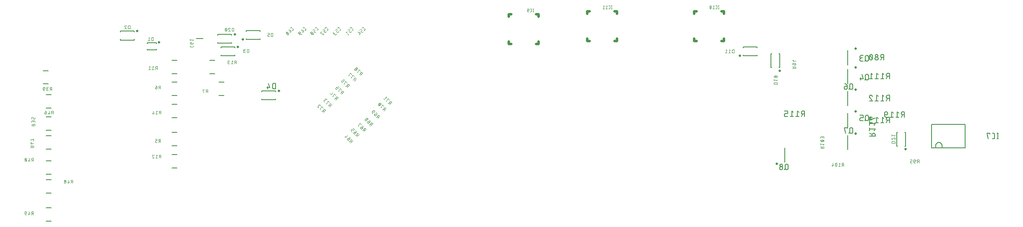
<source format=gbr>
G04 EAGLE Gerber RS-274X export*
G75*
%MOMM*%
%FSLAX34Y34*%
%LPD*%
%INSilkscreen Bottom*%
%IPPOS*%
%AMOC8*
5,1,8,0,0,1.08239X$1,22.5*%
G01*
%ADD10C,0.127000*%
%ADD11C,0.101600*%
%ADD12C,0.500000*%
%ADD13C,0.152400*%
%ADD14C,0.500000*%
%ADD15C,0.076200*%


D10*
X553800Y221450D02*
X563800Y221450D01*
X563800Y248450D02*
X553800Y248450D01*
D11*
X531034Y247952D02*
X531034Y241348D01*
X531034Y247952D02*
X529200Y247952D01*
X529115Y247950D01*
X529031Y247944D01*
X528947Y247934D01*
X528863Y247921D01*
X528780Y247903D01*
X528698Y247882D01*
X528617Y247857D01*
X528537Y247828D01*
X528459Y247796D01*
X528383Y247760D01*
X528308Y247720D01*
X528235Y247677D01*
X528164Y247631D01*
X528095Y247582D01*
X528028Y247529D01*
X527964Y247473D01*
X527903Y247415D01*
X527845Y247354D01*
X527789Y247290D01*
X527736Y247223D01*
X527687Y247154D01*
X527641Y247083D01*
X527598Y247010D01*
X527558Y246935D01*
X527522Y246859D01*
X527490Y246781D01*
X527461Y246701D01*
X527436Y246620D01*
X527415Y246538D01*
X527397Y246455D01*
X527384Y246371D01*
X527374Y246287D01*
X527368Y246203D01*
X527366Y246118D01*
X527368Y246033D01*
X527374Y245949D01*
X527384Y245865D01*
X527397Y245781D01*
X527415Y245698D01*
X527436Y245616D01*
X527461Y245535D01*
X527490Y245455D01*
X527522Y245377D01*
X527558Y245301D01*
X527598Y245226D01*
X527641Y245153D01*
X527687Y245082D01*
X527736Y245013D01*
X527789Y244946D01*
X527845Y244882D01*
X527903Y244821D01*
X527964Y244763D01*
X528028Y244707D01*
X528095Y244654D01*
X528164Y244605D01*
X528235Y244559D01*
X528308Y244516D01*
X528383Y244476D01*
X528459Y244440D01*
X528537Y244408D01*
X528617Y244379D01*
X528698Y244354D01*
X528780Y244333D01*
X528863Y244315D01*
X528947Y244302D01*
X529031Y244292D01*
X529115Y244286D01*
X529200Y244284D01*
X529200Y244283D02*
X531034Y244283D01*
X528833Y244283D02*
X527365Y241348D01*
X524235Y246484D02*
X522400Y247952D01*
X522400Y241348D01*
X520566Y241348D02*
X524235Y241348D01*
X515359Y247952D02*
X515280Y247950D01*
X515202Y247945D01*
X515124Y247935D01*
X515047Y247922D01*
X514970Y247905D01*
X514894Y247885D01*
X514819Y247861D01*
X514745Y247834D01*
X514673Y247803D01*
X514602Y247768D01*
X514534Y247731D01*
X514466Y247690D01*
X514401Y247646D01*
X514338Y247599D01*
X514278Y247549D01*
X514220Y247496D01*
X514164Y247440D01*
X514111Y247382D01*
X514061Y247322D01*
X514014Y247259D01*
X513970Y247194D01*
X513929Y247127D01*
X513892Y247058D01*
X513857Y246987D01*
X513826Y246915D01*
X513799Y246841D01*
X513775Y246766D01*
X513755Y246690D01*
X513738Y246613D01*
X513725Y246536D01*
X513715Y246458D01*
X513710Y246380D01*
X513708Y246301D01*
X515359Y247952D02*
X515448Y247950D01*
X515537Y247945D01*
X515625Y247935D01*
X515713Y247922D01*
X515800Y247906D01*
X515887Y247885D01*
X515972Y247861D01*
X516057Y247834D01*
X516140Y247803D01*
X516222Y247768D01*
X516303Y247730D01*
X516382Y247689D01*
X516458Y247645D01*
X516534Y247597D01*
X516607Y247546D01*
X516677Y247493D01*
X516746Y247436D01*
X516812Y247376D01*
X516875Y247314D01*
X516936Y247249D01*
X516994Y247182D01*
X517049Y247112D01*
X517102Y247040D01*
X517151Y246966D01*
X517197Y246890D01*
X517239Y246812D01*
X517279Y246732D01*
X517315Y246651D01*
X517348Y246568D01*
X517377Y246484D01*
X514258Y245017D02*
X514202Y245073D01*
X514148Y245132D01*
X514097Y245193D01*
X514048Y245257D01*
X514003Y245322D01*
X513960Y245390D01*
X513921Y245459D01*
X513884Y245530D01*
X513851Y245603D01*
X513822Y245677D01*
X513795Y245752D01*
X513772Y245828D01*
X513753Y245906D01*
X513737Y245984D01*
X513724Y246062D01*
X513715Y246142D01*
X513710Y246221D01*
X513708Y246301D01*
X514258Y245017D02*
X517377Y241348D01*
X513708Y241348D01*
D10*
X630000Y438950D02*
X640000Y438950D01*
X640000Y411950D02*
X630000Y411950D01*
D11*
X683434Y431848D02*
X683434Y438452D01*
X681600Y438452D01*
X681515Y438450D01*
X681431Y438444D01*
X681347Y438434D01*
X681263Y438421D01*
X681180Y438403D01*
X681098Y438382D01*
X681017Y438357D01*
X680937Y438328D01*
X680859Y438296D01*
X680783Y438260D01*
X680708Y438220D01*
X680635Y438177D01*
X680564Y438131D01*
X680495Y438082D01*
X680428Y438029D01*
X680364Y437973D01*
X680303Y437915D01*
X680245Y437854D01*
X680189Y437790D01*
X680136Y437723D01*
X680087Y437654D01*
X680041Y437583D01*
X679998Y437510D01*
X679958Y437435D01*
X679922Y437359D01*
X679890Y437281D01*
X679861Y437201D01*
X679836Y437120D01*
X679815Y437038D01*
X679797Y436955D01*
X679784Y436871D01*
X679774Y436787D01*
X679768Y436703D01*
X679766Y436618D01*
X679768Y436533D01*
X679774Y436449D01*
X679784Y436365D01*
X679797Y436281D01*
X679815Y436198D01*
X679836Y436116D01*
X679861Y436035D01*
X679890Y435955D01*
X679922Y435877D01*
X679958Y435801D01*
X679998Y435726D01*
X680041Y435653D01*
X680087Y435582D01*
X680136Y435513D01*
X680189Y435446D01*
X680245Y435382D01*
X680303Y435321D01*
X680364Y435263D01*
X680428Y435207D01*
X680495Y435154D01*
X680564Y435105D01*
X680635Y435059D01*
X680708Y435016D01*
X680783Y434976D01*
X680859Y434940D01*
X680937Y434908D01*
X681017Y434879D01*
X681098Y434854D01*
X681180Y434833D01*
X681263Y434815D01*
X681347Y434802D01*
X681431Y434792D01*
X681515Y434786D01*
X681600Y434784D01*
X681600Y434783D02*
X683434Y434783D01*
X681233Y434783D02*
X679765Y431848D01*
X676635Y436984D02*
X674800Y438452D01*
X674800Y431848D01*
X672966Y431848D02*
X676635Y431848D01*
X669777Y431848D02*
X667942Y431848D01*
X667857Y431850D01*
X667773Y431856D01*
X667689Y431866D01*
X667605Y431879D01*
X667522Y431897D01*
X667440Y431918D01*
X667359Y431943D01*
X667279Y431972D01*
X667201Y432004D01*
X667125Y432040D01*
X667050Y432080D01*
X666977Y432123D01*
X666906Y432169D01*
X666837Y432218D01*
X666770Y432271D01*
X666706Y432327D01*
X666645Y432385D01*
X666587Y432446D01*
X666531Y432510D01*
X666478Y432577D01*
X666429Y432646D01*
X666383Y432717D01*
X666340Y432790D01*
X666300Y432865D01*
X666264Y432941D01*
X666232Y433019D01*
X666203Y433099D01*
X666178Y433180D01*
X666157Y433262D01*
X666139Y433345D01*
X666126Y433429D01*
X666116Y433513D01*
X666110Y433597D01*
X666108Y433682D01*
X666110Y433767D01*
X666116Y433851D01*
X666126Y433935D01*
X666139Y434019D01*
X666157Y434102D01*
X666178Y434184D01*
X666203Y434265D01*
X666232Y434345D01*
X666264Y434423D01*
X666300Y434499D01*
X666340Y434574D01*
X666383Y434647D01*
X666429Y434718D01*
X666478Y434787D01*
X666531Y434854D01*
X666587Y434918D01*
X666645Y434979D01*
X666706Y435037D01*
X666770Y435093D01*
X666837Y435146D01*
X666906Y435195D01*
X666977Y435241D01*
X667050Y435284D01*
X667125Y435324D01*
X667201Y435360D01*
X667279Y435392D01*
X667359Y435421D01*
X667440Y435446D01*
X667522Y435467D01*
X667605Y435485D01*
X667689Y435498D01*
X667773Y435508D01*
X667857Y435514D01*
X667942Y435516D01*
X667576Y438452D02*
X669777Y438452D01*
X667576Y438452D02*
X667500Y438450D01*
X667425Y438444D01*
X667350Y438435D01*
X667276Y438421D01*
X667202Y438404D01*
X667130Y438382D01*
X667058Y438358D01*
X666988Y438329D01*
X666920Y438297D01*
X666853Y438262D01*
X666788Y438223D01*
X666725Y438180D01*
X666665Y438135D01*
X666607Y438087D01*
X666551Y438035D01*
X666499Y437981D01*
X666449Y437924D01*
X666402Y437865D01*
X666358Y437804D01*
X666317Y437740D01*
X666280Y437674D01*
X666246Y437606D01*
X666216Y437537D01*
X666189Y437466D01*
X666166Y437394D01*
X666147Y437321D01*
X666132Y437247D01*
X666120Y437172D01*
X666112Y437097D01*
X666108Y437022D01*
X666108Y436946D01*
X666112Y436871D01*
X666120Y436796D01*
X666132Y436721D01*
X666147Y436647D01*
X666166Y436574D01*
X666189Y436502D01*
X666216Y436431D01*
X666246Y436362D01*
X666280Y436294D01*
X666317Y436228D01*
X666358Y436164D01*
X666402Y436103D01*
X666449Y436044D01*
X666499Y435987D01*
X666551Y435933D01*
X666607Y435881D01*
X666665Y435833D01*
X666725Y435788D01*
X666788Y435745D01*
X666853Y435706D01*
X666920Y435671D01*
X666988Y435639D01*
X667058Y435610D01*
X667130Y435586D01*
X667202Y435564D01*
X667276Y435547D01*
X667350Y435533D01*
X667425Y435524D01*
X667500Y435518D01*
X667576Y435516D01*
X667576Y435517D02*
X669043Y435517D01*
D10*
X563800Y323050D02*
X553800Y323050D01*
X553800Y350050D02*
X563800Y350050D01*
D11*
X531034Y336852D02*
X531034Y330248D01*
X531034Y336852D02*
X529200Y336852D01*
X529115Y336850D01*
X529031Y336844D01*
X528947Y336834D01*
X528863Y336821D01*
X528780Y336803D01*
X528698Y336782D01*
X528617Y336757D01*
X528537Y336728D01*
X528459Y336696D01*
X528383Y336660D01*
X528308Y336620D01*
X528235Y336577D01*
X528164Y336531D01*
X528095Y336482D01*
X528028Y336429D01*
X527964Y336373D01*
X527903Y336315D01*
X527845Y336254D01*
X527789Y336190D01*
X527736Y336123D01*
X527687Y336054D01*
X527641Y335983D01*
X527598Y335910D01*
X527558Y335835D01*
X527522Y335759D01*
X527490Y335681D01*
X527461Y335601D01*
X527436Y335520D01*
X527415Y335438D01*
X527397Y335355D01*
X527384Y335271D01*
X527374Y335187D01*
X527368Y335103D01*
X527366Y335018D01*
X527368Y334933D01*
X527374Y334849D01*
X527384Y334765D01*
X527397Y334681D01*
X527415Y334598D01*
X527436Y334516D01*
X527461Y334435D01*
X527490Y334355D01*
X527522Y334277D01*
X527558Y334201D01*
X527598Y334126D01*
X527641Y334053D01*
X527687Y333982D01*
X527736Y333913D01*
X527789Y333846D01*
X527845Y333782D01*
X527903Y333721D01*
X527964Y333663D01*
X528028Y333607D01*
X528095Y333554D01*
X528164Y333505D01*
X528235Y333459D01*
X528308Y333416D01*
X528383Y333376D01*
X528459Y333340D01*
X528537Y333308D01*
X528617Y333279D01*
X528698Y333254D01*
X528780Y333233D01*
X528863Y333215D01*
X528947Y333202D01*
X529031Y333192D01*
X529115Y333186D01*
X529200Y333184D01*
X529200Y333183D02*
X531034Y333183D01*
X528833Y333183D02*
X527365Y330248D01*
X524235Y335384D02*
X522400Y336852D01*
X522400Y330248D01*
X520566Y330248D02*
X524235Y330248D01*
X517377Y331716D02*
X515909Y336852D01*
X517377Y331716D02*
X513708Y331716D01*
X514809Y333183D02*
X514809Y330248D01*
D10*
X553800Y265900D02*
X563800Y265900D01*
X563800Y292900D02*
X553800Y292900D01*
D11*
X530526Y279702D02*
X530526Y273098D01*
X530526Y279702D02*
X528692Y279702D01*
X528607Y279700D01*
X528523Y279694D01*
X528439Y279684D01*
X528355Y279671D01*
X528272Y279653D01*
X528190Y279632D01*
X528109Y279607D01*
X528029Y279578D01*
X527951Y279546D01*
X527875Y279510D01*
X527800Y279470D01*
X527727Y279427D01*
X527656Y279381D01*
X527587Y279332D01*
X527520Y279279D01*
X527456Y279223D01*
X527395Y279165D01*
X527337Y279104D01*
X527281Y279040D01*
X527228Y278973D01*
X527179Y278904D01*
X527133Y278833D01*
X527090Y278760D01*
X527050Y278685D01*
X527014Y278609D01*
X526982Y278531D01*
X526953Y278451D01*
X526928Y278370D01*
X526907Y278288D01*
X526889Y278205D01*
X526876Y278121D01*
X526866Y278037D01*
X526860Y277953D01*
X526858Y277868D01*
X526860Y277783D01*
X526866Y277699D01*
X526876Y277615D01*
X526889Y277531D01*
X526907Y277448D01*
X526928Y277366D01*
X526953Y277285D01*
X526982Y277205D01*
X527014Y277127D01*
X527050Y277051D01*
X527090Y276976D01*
X527133Y276903D01*
X527179Y276832D01*
X527228Y276763D01*
X527281Y276696D01*
X527337Y276632D01*
X527395Y276571D01*
X527456Y276513D01*
X527520Y276457D01*
X527587Y276404D01*
X527656Y276355D01*
X527727Y276309D01*
X527800Y276266D01*
X527875Y276226D01*
X527951Y276190D01*
X528029Y276158D01*
X528109Y276129D01*
X528190Y276104D01*
X528272Y276083D01*
X528355Y276065D01*
X528439Y276052D01*
X528523Y276042D01*
X528607Y276036D01*
X528692Y276034D01*
X528692Y276033D02*
X530526Y276033D01*
X528325Y276033D02*
X526857Y273098D01*
X523727Y273098D02*
X521526Y273098D01*
X521452Y273100D01*
X521377Y273106D01*
X521304Y273115D01*
X521230Y273128D01*
X521158Y273145D01*
X521087Y273165D01*
X521016Y273189D01*
X520947Y273217D01*
X520880Y273248D01*
X520814Y273282D01*
X520749Y273320D01*
X520687Y273361D01*
X520627Y273405D01*
X520570Y273452D01*
X520515Y273502D01*
X520462Y273555D01*
X520412Y273610D01*
X520365Y273667D01*
X520321Y273727D01*
X520280Y273789D01*
X520242Y273854D01*
X520208Y273919D01*
X520177Y273987D01*
X520149Y274056D01*
X520125Y274127D01*
X520105Y274198D01*
X520088Y274270D01*
X520075Y274344D01*
X520066Y274417D01*
X520060Y274492D01*
X520058Y274566D01*
X520058Y275299D01*
X520060Y275373D01*
X520066Y275448D01*
X520075Y275521D01*
X520088Y275595D01*
X520105Y275667D01*
X520125Y275738D01*
X520149Y275809D01*
X520177Y275878D01*
X520208Y275945D01*
X520242Y276011D01*
X520280Y276076D01*
X520321Y276138D01*
X520365Y276198D01*
X520412Y276255D01*
X520462Y276310D01*
X520515Y276363D01*
X520570Y276413D01*
X520627Y276460D01*
X520687Y276504D01*
X520749Y276545D01*
X520814Y276583D01*
X520880Y276617D01*
X520947Y276648D01*
X521016Y276676D01*
X521087Y276700D01*
X521158Y276720D01*
X521230Y276737D01*
X521304Y276750D01*
X521377Y276759D01*
X521452Y276765D01*
X521526Y276767D01*
X523727Y276767D01*
X523727Y279702D01*
X520058Y279702D01*
D10*
X553800Y367500D02*
X563800Y367500D01*
X563800Y394500D02*
X553800Y394500D01*
D11*
X530526Y387652D02*
X530526Y381048D01*
X530526Y387652D02*
X528692Y387652D01*
X528607Y387650D01*
X528523Y387644D01*
X528439Y387634D01*
X528355Y387621D01*
X528272Y387603D01*
X528190Y387582D01*
X528109Y387557D01*
X528029Y387528D01*
X527951Y387496D01*
X527875Y387460D01*
X527800Y387420D01*
X527727Y387377D01*
X527656Y387331D01*
X527587Y387282D01*
X527520Y387229D01*
X527456Y387173D01*
X527395Y387115D01*
X527337Y387054D01*
X527281Y386990D01*
X527228Y386923D01*
X527179Y386854D01*
X527133Y386783D01*
X527090Y386710D01*
X527050Y386635D01*
X527014Y386559D01*
X526982Y386481D01*
X526953Y386401D01*
X526928Y386320D01*
X526907Y386238D01*
X526889Y386155D01*
X526876Y386071D01*
X526866Y385987D01*
X526860Y385903D01*
X526858Y385818D01*
X526860Y385733D01*
X526866Y385649D01*
X526876Y385565D01*
X526889Y385481D01*
X526907Y385398D01*
X526928Y385316D01*
X526953Y385235D01*
X526982Y385155D01*
X527014Y385077D01*
X527050Y385001D01*
X527090Y384926D01*
X527133Y384853D01*
X527179Y384782D01*
X527228Y384713D01*
X527281Y384646D01*
X527337Y384582D01*
X527395Y384521D01*
X527456Y384463D01*
X527520Y384407D01*
X527587Y384354D01*
X527656Y384305D01*
X527727Y384259D01*
X527800Y384216D01*
X527875Y384176D01*
X527951Y384140D01*
X528029Y384108D01*
X528109Y384079D01*
X528190Y384054D01*
X528272Y384033D01*
X528355Y384015D01*
X528439Y384002D01*
X528523Y383992D01*
X528607Y383986D01*
X528692Y383984D01*
X528692Y383983D02*
X530526Y383983D01*
X528325Y383983D02*
X526857Y381048D01*
X523727Y384717D02*
X521526Y384717D01*
X521452Y384715D01*
X521377Y384709D01*
X521304Y384700D01*
X521230Y384687D01*
X521158Y384670D01*
X521087Y384650D01*
X521016Y384626D01*
X520947Y384598D01*
X520880Y384567D01*
X520814Y384533D01*
X520749Y384495D01*
X520687Y384454D01*
X520627Y384410D01*
X520570Y384363D01*
X520515Y384313D01*
X520462Y384260D01*
X520412Y384205D01*
X520365Y384148D01*
X520321Y384088D01*
X520280Y384026D01*
X520242Y383961D01*
X520208Y383895D01*
X520177Y383828D01*
X520149Y383759D01*
X520125Y383688D01*
X520105Y383617D01*
X520088Y383545D01*
X520075Y383471D01*
X520066Y383398D01*
X520060Y383323D01*
X520058Y383249D01*
X520058Y382882D01*
X520060Y382797D01*
X520066Y382713D01*
X520076Y382629D01*
X520089Y382545D01*
X520107Y382462D01*
X520128Y382380D01*
X520153Y382299D01*
X520182Y382219D01*
X520214Y382141D01*
X520250Y382065D01*
X520290Y381990D01*
X520333Y381917D01*
X520379Y381846D01*
X520428Y381777D01*
X520481Y381710D01*
X520537Y381646D01*
X520595Y381585D01*
X520656Y381527D01*
X520720Y381471D01*
X520787Y381418D01*
X520856Y381369D01*
X520927Y381323D01*
X521000Y381280D01*
X521075Y381240D01*
X521151Y381204D01*
X521229Y381172D01*
X521309Y381143D01*
X521390Y381118D01*
X521472Y381097D01*
X521555Y381079D01*
X521639Y381066D01*
X521723Y381056D01*
X521807Y381050D01*
X521892Y381048D01*
X521977Y381050D01*
X522061Y381056D01*
X522145Y381066D01*
X522229Y381079D01*
X522312Y381097D01*
X522394Y381118D01*
X522475Y381143D01*
X522555Y381172D01*
X522633Y381204D01*
X522709Y381240D01*
X522784Y381280D01*
X522857Y381323D01*
X522928Y381369D01*
X522997Y381418D01*
X523064Y381471D01*
X523128Y381527D01*
X523189Y381585D01*
X523247Y381646D01*
X523303Y381710D01*
X523356Y381777D01*
X523405Y381846D01*
X523451Y381917D01*
X523494Y381990D01*
X523534Y382065D01*
X523570Y382141D01*
X523602Y382219D01*
X523631Y382299D01*
X523656Y382380D01*
X523677Y382462D01*
X523695Y382545D01*
X523708Y382629D01*
X523718Y382713D01*
X523724Y382797D01*
X523726Y382882D01*
X523727Y382882D02*
X523727Y384717D01*
X523725Y384824D01*
X523719Y384931D01*
X523709Y385038D01*
X523696Y385144D01*
X523678Y385250D01*
X523657Y385355D01*
X523632Y385459D01*
X523603Y385563D01*
X523570Y385665D01*
X523533Y385765D01*
X523493Y385865D01*
X523449Y385963D01*
X523402Y386059D01*
X523351Y386153D01*
X523297Y386246D01*
X523240Y386336D01*
X523179Y386425D01*
X523115Y386511D01*
X523048Y386594D01*
X522978Y386676D01*
X522905Y386754D01*
X522829Y386830D01*
X522751Y386903D01*
X522669Y386973D01*
X522586Y387040D01*
X522500Y387104D01*
X522411Y387165D01*
X522321Y387222D01*
X522228Y387276D01*
X522134Y387327D01*
X522038Y387374D01*
X521940Y387418D01*
X521841Y387458D01*
X521740Y387495D01*
X521638Y387528D01*
X521534Y387557D01*
X521430Y387582D01*
X521325Y387603D01*
X521219Y387621D01*
X521113Y387634D01*
X521006Y387644D01*
X520899Y387650D01*
X520792Y387652D01*
D10*
X649050Y367500D02*
X659050Y367500D01*
X659050Y394500D02*
X649050Y394500D01*
D11*
X625776Y380032D02*
X625776Y373428D01*
X625776Y380032D02*
X623942Y380032D01*
X623857Y380030D01*
X623773Y380024D01*
X623689Y380014D01*
X623605Y380001D01*
X623522Y379983D01*
X623440Y379962D01*
X623359Y379937D01*
X623279Y379908D01*
X623201Y379876D01*
X623125Y379840D01*
X623050Y379800D01*
X622977Y379757D01*
X622906Y379711D01*
X622837Y379662D01*
X622770Y379609D01*
X622706Y379553D01*
X622645Y379495D01*
X622587Y379434D01*
X622531Y379370D01*
X622478Y379303D01*
X622429Y379234D01*
X622383Y379163D01*
X622340Y379090D01*
X622300Y379015D01*
X622264Y378939D01*
X622232Y378861D01*
X622203Y378781D01*
X622178Y378700D01*
X622157Y378618D01*
X622139Y378535D01*
X622126Y378451D01*
X622116Y378367D01*
X622110Y378283D01*
X622108Y378198D01*
X622110Y378113D01*
X622116Y378029D01*
X622126Y377945D01*
X622139Y377861D01*
X622157Y377778D01*
X622178Y377696D01*
X622203Y377615D01*
X622232Y377535D01*
X622264Y377457D01*
X622300Y377381D01*
X622340Y377306D01*
X622383Y377233D01*
X622429Y377162D01*
X622478Y377093D01*
X622531Y377026D01*
X622587Y376962D01*
X622645Y376901D01*
X622706Y376843D01*
X622770Y376787D01*
X622837Y376734D01*
X622906Y376685D01*
X622977Y376639D01*
X623050Y376596D01*
X623125Y376556D01*
X623201Y376520D01*
X623279Y376488D01*
X623359Y376459D01*
X623440Y376434D01*
X623522Y376413D01*
X623605Y376395D01*
X623689Y376382D01*
X623773Y376372D01*
X623857Y376366D01*
X623942Y376364D01*
X623942Y376363D02*
X625776Y376363D01*
X623575Y376363D02*
X622107Y373428D01*
X618977Y379298D02*
X618977Y380032D01*
X615308Y380032D01*
X617142Y373428D01*
D10*
X563800Y411950D02*
X553800Y411950D01*
X553800Y438950D02*
X563800Y438950D01*
D11*
X523882Y426672D02*
X523882Y420068D01*
X523882Y426672D02*
X522048Y426672D01*
X521963Y426670D01*
X521879Y426664D01*
X521795Y426654D01*
X521711Y426641D01*
X521628Y426623D01*
X521546Y426602D01*
X521465Y426577D01*
X521385Y426548D01*
X521307Y426516D01*
X521231Y426480D01*
X521156Y426440D01*
X521083Y426397D01*
X521012Y426351D01*
X520943Y426302D01*
X520876Y426249D01*
X520812Y426193D01*
X520751Y426135D01*
X520693Y426074D01*
X520637Y426010D01*
X520584Y425943D01*
X520535Y425874D01*
X520489Y425803D01*
X520446Y425730D01*
X520406Y425655D01*
X520370Y425579D01*
X520338Y425501D01*
X520309Y425421D01*
X520284Y425340D01*
X520263Y425258D01*
X520245Y425175D01*
X520232Y425091D01*
X520222Y425007D01*
X520216Y424923D01*
X520214Y424838D01*
X520216Y424753D01*
X520222Y424669D01*
X520232Y424585D01*
X520245Y424501D01*
X520263Y424418D01*
X520284Y424336D01*
X520309Y424255D01*
X520338Y424175D01*
X520370Y424097D01*
X520406Y424021D01*
X520446Y423946D01*
X520489Y423873D01*
X520535Y423802D01*
X520584Y423733D01*
X520637Y423666D01*
X520693Y423602D01*
X520751Y423541D01*
X520812Y423483D01*
X520876Y423427D01*
X520943Y423374D01*
X521012Y423325D01*
X521083Y423279D01*
X521156Y423236D01*
X521231Y423196D01*
X521307Y423160D01*
X521385Y423128D01*
X521465Y423099D01*
X521546Y423074D01*
X521628Y423053D01*
X521711Y423035D01*
X521795Y423022D01*
X521879Y423012D01*
X521963Y423006D01*
X522048Y423004D01*
X522048Y423003D02*
X523882Y423003D01*
X521681Y423003D02*
X520213Y420068D01*
X517083Y425204D02*
X515248Y426672D01*
X515248Y420068D01*
X513414Y420068D02*
X517083Y420068D01*
X510225Y425204D02*
X508390Y426672D01*
X508390Y420068D01*
X506556Y420068D02*
X510225Y420068D01*
D10*
X304173Y391085D02*
X294173Y391085D01*
X294173Y418085D02*
X304173Y418085D01*
D11*
X310777Y384567D02*
X310777Y377963D01*
X310777Y384567D02*
X308942Y384567D01*
X308857Y384565D01*
X308773Y384559D01*
X308689Y384549D01*
X308605Y384536D01*
X308522Y384518D01*
X308440Y384497D01*
X308359Y384472D01*
X308279Y384443D01*
X308201Y384411D01*
X308125Y384375D01*
X308050Y384335D01*
X307977Y384292D01*
X307906Y384246D01*
X307837Y384197D01*
X307770Y384144D01*
X307706Y384088D01*
X307645Y384030D01*
X307587Y383969D01*
X307531Y383905D01*
X307478Y383838D01*
X307429Y383769D01*
X307383Y383698D01*
X307340Y383625D01*
X307300Y383550D01*
X307264Y383474D01*
X307232Y383396D01*
X307203Y383316D01*
X307178Y383235D01*
X307157Y383153D01*
X307139Y383070D01*
X307126Y382986D01*
X307116Y382902D01*
X307110Y382818D01*
X307108Y382733D01*
X307110Y382648D01*
X307116Y382564D01*
X307126Y382480D01*
X307139Y382396D01*
X307157Y382313D01*
X307178Y382231D01*
X307203Y382150D01*
X307232Y382070D01*
X307264Y381992D01*
X307300Y381916D01*
X307340Y381841D01*
X307383Y381768D01*
X307429Y381697D01*
X307478Y381628D01*
X307531Y381561D01*
X307587Y381497D01*
X307645Y381436D01*
X307706Y381378D01*
X307770Y381322D01*
X307837Y381269D01*
X307906Y381220D01*
X307977Y381174D01*
X308050Y381131D01*
X308125Y381091D01*
X308201Y381055D01*
X308279Y381023D01*
X308359Y380994D01*
X308440Y380969D01*
X308522Y380948D01*
X308605Y380930D01*
X308689Y380917D01*
X308773Y380907D01*
X308857Y380901D01*
X308942Y380899D01*
X310777Y380899D01*
X308575Y380899D02*
X307108Y377963D01*
X303978Y377963D02*
X302143Y377963D01*
X302143Y377964D02*
X302058Y377966D01*
X301974Y377972D01*
X301890Y377982D01*
X301806Y377995D01*
X301723Y378013D01*
X301641Y378034D01*
X301560Y378059D01*
X301480Y378088D01*
X301402Y378120D01*
X301326Y378156D01*
X301251Y378196D01*
X301178Y378239D01*
X301107Y378285D01*
X301038Y378334D01*
X300971Y378387D01*
X300907Y378443D01*
X300846Y378501D01*
X300788Y378562D01*
X300732Y378626D01*
X300679Y378693D01*
X300630Y378762D01*
X300584Y378833D01*
X300541Y378906D01*
X300501Y378981D01*
X300465Y379057D01*
X300433Y379135D01*
X300404Y379215D01*
X300379Y379296D01*
X300358Y379378D01*
X300340Y379461D01*
X300327Y379545D01*
X300317Y379629D01*
X300311Y379713D01*
X300309Y379798D01*
X300311Y379883D01*
X300317Y379967D01*
X300327Y380051D01*
X300340Y380135D01*
X300358Y380218D01*
X300379Y380300D01*
X300404Y380381D01*
X300433Y380461D01*
X300465Y380539D01*
X300501Y380615D01*
X300541Y380690D01*
X300584Y380763D01*
X300630Y380834D01*
X300679Y380903D01*
X300732Y380970D01*
X300788Y381034D01*
X300846Y381095D01*
X300907Y381153D01*
X300971Y381209D01*
X301038Y381262D01*
X301107Y381311D01*
X301178Y381357D01*
X301251Y381400D01*
X301326Y381440D01*
X301402Y381476D01*
X301480Y381508D01*
X301560Y381537D01*
X301641Y381562D01*
X301723Y381583D01*
X301806Y381601D01*
X301890Y381614D01*
X301974Y381624D01*
X302058Y381630D01*
X302143Y381632D01*
X301776Y384567D02*
X303978Y384567D01*
X301776Y384568D02*
X301700Y384566D01*
X301625Y384560D01*
X301550Y384551D01*
X301476Y384537D01*
X301402Y384520D01*
X301330Y384498D01*
X301258Y384474D01*
X301188Y384445D01*
X301120Y384413D01*
X301053Y384378D01*
X300988Y384339D01*
X300925Y384296D01*
X300865Y384251D01*
X300807Y384203D01*
X300751Y384151D01*
X300699Y384097D01*
X300649Y384040D01*
X300602Y383981D01*
X300558Y383920D01*
X300517Y383856D01*
X300480Y383790D01*
X300446Y383722D01*
X300416Y383653D01*
X300389Y383582D01*
X300366Y383510D01*
X300347Y383437D01*
X300332Y383363D01*
X300320Y383288D01*
X300312Y383213D01*
X300308Y383138D01*
X300308Y383062D01*
X300312Y382987D01*
X300320Y382912D01*
X300332Y382837D01*
X300347Y382763D01*
X300366Y382690D01*
X300389Y382618D01*
X300416Y382547D01*
X300446Y382478D01*
X300480Y382410D01*
X300517Y382344D01*
X300558Y382280D01*
X300602Y382219D01*
X300649Y382160D01*
X300699Y382103D01*
X300751Y382049D01*
X300807Y381997D01*
X300865Y381949D01*
X300925Y381904D01*
X300988Y381861D01*
X301053Y381822D01*
X301120Y381787D01*
X301188Y381755D01*
X301258Y381726D01*
X301330Y381702D01*
X301402Y381680D01*
X301476Y381663D01*
X301550Y381649D01*
X301625Y381640D01*
X301700Y381634D01*
X301776Y381632D01*
X303244Y381632D01*
X295652Y380899D02*
X293451Y380899D01*
X295652Y380898D02*
X295726Y380900D01*
X295801Y380906D01*
X295874Y380915D01*
X295948Y380928D01*
X296020Y380945D01*
X296091Y380965D01*
X296162Y380989D01*
X296231Y381017D01*
X296299Y381048D01*
X296364Y381082D01*
X296429Y381120D01*
X296491Y381161D01*
X296551Y381205D01*
X296608Y381252D01*
X296663Y381302D01*
X296716Y381355D01*
X296766Y381410D01*
X296813Y381467D01*
X296857Y381527D01*
X296898Y381589D01*
X296936Y381654D01*
X296970Y381720D01*
X297001Y381787D01*
X297029Y381856D01*
X297053Y381927D01*
X297073Y381998D01*
X297090Y382071D01*
X297103Y382144D01*
X297112Y382218D01*
X297118Y382292D01*
X297120Y382366D01*
X297120Y382733D01*
X297119Y382733D02*
X297117Y382818D01*
X297111Y382902D01*
X297101Y382986D01*
X297088Y383070D01*
X297070Y383153D01*
X297049Y383235D01*
X297024Y383316D01*
X296995Y383396D01*
X296963Y383474D01*
X296927Y383550D01*
X296887Y383625D01*
X296844Y383698D01*
X296798Y383769D01*
X296749Y383838D01*
X296696Y383905D01*
X296640Y383969D01*
X296582Y384030D01*
X296521Y384088D01*
X296457Y384144D01*
X296390Y384197D01*
X296321Y384246D01*
X296250Y384292D01*
X296177Y384335D01*
X296102Y384375D01*
X296026Y384411D01*
X295948Y384443D01*
X295868Y384472D01*
X295787Y384497D01*
X295705Y384518D01*
X295622Y384536D01*
X295538Y384549D01*
X295454Y384559D01*
X295370Y384565D01*
X295285Y384567D01*
X295200Y384565D01*
X295116Y384559D01*
X295032Y384549D01*
X294948Y384536D01*
X294865Y384518D01*
X294783Y384497D01*
X294702Y384472D01*
X294622Y384443D01*
X294544Y384411D01*
X294468Y384375D01*
X294393Y384335D01*
X294320Y384292D01*
X294249Y384246D01*
X294180Y384197D01*
X294113Y384144D01*
X294049Y384088D01*
X293988Y384030D01*
X293930Y383969D01*
X293874Y383905D01*
X293821Y383838D01*
X293772Y383769D01*
X293726Y383698D01*
X293683Y383625D01*
X293643Y383550D01*
X293607Y383474D01*
X293575Y383396D01*
X293546Y383316D01*
X293521Y383235D01*
X293500Y383153D01*
X293482Y383070D01*
X293469Y382986D01*
X293459Y382902D01*
X293453Y382818D01*
X293451Y382733D01*
X293451Y380899D01*
X293453Y380792D01*
X293459Y380685D01*
X293469Y380578D01*
X293482Y380472D01*
X293500Y380366D01*
X293521Y380261D01*
X293546Y380157D01*
X293575Y380053D01*
X293608Y379951D01*
X293645Y379851D01*
X293685Y379751D01*
X293729Y379653D01*
X293776Y379557D01*
X293827Y379463D01*
X293881Y379370D01*
X293938Y379280D01*
X293999Y379191D01*
X294063Y379105D01*
X294130Y379022D01*
X294200Y378940D01*
X294273Y378862D01*
X294349Y378786D01*
X294427Y378713D01*
X294509Y378643D01*
X294592Y378576D01*
X294678Y378512D01*
X294767Y378451D01*
X294857Y378394D01*
X294950Y378340D01*
X295044Y378289D01*
X295140Y378242D01*
X295238Y378198D01*
X295338Y378158D01*
X295438Y378121D01*
X295540Y378088D01*
X295644Y378059D01*
X295748Y378034D01*
X295853Y378013D01*
X295959Y377995D01*
X296065Y377982D01*
X296172Y377972D01*
X296279Y377966D01*
X296386Y377964D01*
D10*
X299800Y342100D02*
X309800Y342100D01*
X309800Y369100D02*
X299800Y369100D01*
D11*
X313864Y336852D02*
X313864Y330248D01*
X313864Y336852D02*
X312030Y336852D01*
X311945Y336850D01*
X311861Y336844D01*
X311777Y336834D01*
X311693Y336821D01*
X311610Y336803D01*
X311528Y336782D01*
X311447Y336757D01*
X311367Y336728D01*
X311289Y336696D01*
X311213Y336660D01*
X311138Y336620D01*
X311065Y336577D01*
X310994Y336531D01*
X310925Y336482D01*
X310858Y336429D01*
X310794Y336373D01*
X310733Y336315D01*
X310675Y336254D01*
X310619Y336190D01*
X310566Y336123D01*
X310517Y336054D01*
X310471Y335983D01*
X310428Y335910D01*
X310388Y335835D01*
X310352Y335759D01*
X310320Y335681D01*
X310291Y335601D01*
X310266Y335520D01*
X310245Y335438D01*
X310227Y335355D01*
X310214Y335271D01*
X310204Y335187D01*
X310198Y335103D01*
X310196Y335018D01*
X310198Y334933D01*
X310204Y334849D01*
X310214Y334765D01*
X310227Y334681D01*
X310245Y334598D01*
X310266Y334516D01*
X310291Y334435D01*
X310320Y334355D01*
X310352Y334277D01*
X310388Y334201D01*
X310428Y334126D01*
X310471Y334053D01*
X310517Y333982D01*
X310566Y333913D01*
X310619Y333846D01*
X310675Y333782D01*
X310733Y333721D01*
X310794Y333663D01*
X310858Y333607D01*
X310925Y333554D01*
X310994Y333505D01*
X311065Y333459D01*
X311138Y333416D01*
X311213Y333376D01*
X311289Y333340D01*
X311367Y333308D01*
X311447Y333279D01*
X311528Y333254D01*
X311610Y333233D01*
X311693Y333215D01*
X311777Y333202D01*
X311861Y333192D01*
X311945Y333186D01*
X312030Y333184D01*
X312030Y333183D02*
X313864Y333183D01*
X311663Y333183D02*
X310195Y330248D01*
X307065Y331716D02*
X305597Y336852D01*
X307065Y331716D02*
X303396Y331716D01*
X304497Y333183D02*
X304497Y330248D01*
X300207Y333917D02*
X298006Y333917D01*
X297932Y333915D01*
X297857Y333909D01*
X297784Y333900D01*
X297710Y333887D01*
X297638Y333870D01*
X297567Y333850D01*
X297496Y333826D01*
X297427Y333798D01*
X297360Y333767D01*
X297294Y333733D01*
X297229Y333695D01*
X297167Y333654D01*
X297107Y333610D01*
X297050Y333563D01*
X296995Y333513D01*
X296942Y333460D01*
X296892Y333405D01*
X296845Y333348D01*
X296801Y333288D01*
X296760Y333226D01*
X296722Y333161D01*
X296688Y333095D01*
X296657Y333028D01*
X296629Y332959D01*
X296605Y332888D01*
X296585Y332817D01*
X296568Y332745D01*
X296555Y332671D01*
X296546Y332598D01*
X296540Y332523D01*
X296538Y332449D01*
X296538Y332082D01*
X296540Y331997D01*
X296546Y331913D01*
X296556Y331829D01*
X296569Y331745D01*
X296587Y331662D01*
X296608Y331580D01*
X296633Y331499D01*
X296662Y331419D01*
X296694Y331341D01*
X296730Y331265D01*
X296770Y331190D01*
X296813Y331117D01*
X296859Y331046D01*
X296908Y330977D01*
X296961Y330910D01*
X297017Y330846D01*
X297075Y330785D01*
X297136Y330727D01*
X297200Y330671D01*
X297267Y330618D01*
X297336Y330569D01*
X297407Y330523D01*
X297480Y330480D01*
X297555Y330440D01*
X297631Y330404D01*
X297709Y330372D01*
X297789Y330343D01*
X297870Y330318D01*
X297952Y330297D01*
X298035Y330279D01*
X298119Y330266D01*
X298203Y330256D01*
X298287Y330250D01*
X298372Y330248D01*
X298457Y330250D01*
X298541Y330256D01*
X298625Y330266D01*
X298709Y330279D01*
X298792Y330297D01*
X298874Y330318D01*
X298955Y330343D01*
X299035Y330372D01*
X299113Y330404D01*
X299189Y330440D01*
X299264Y330480D01*
X299337Y330523D01*
X299408Y330569D01*
X299477Y330618D01*
X299544Y330671D01*
X299608Y330727D01*
X299669Y330785D01*
X299727Y330846D01*
X299783Y330910D01*
X299836Y330977D01*
X299885Y331046D01*
X299931Y331117D01*
X299974Y331190D01*
X300014Y331265D01*
X300050Y331341D01*
X300082Y331419D01*
X300111Y331499D01*
X300136Y331580D01*
X300157Y331662D01*
X300175Y331745D01*
X300188Y331829D01*
X300198Y331913D01*
X300204Y331997D01*
X300206Y332082D01*
X300207Y332082D02*
X300207Y333917D01*
X300205Y334024D01*
X300199Y334131D01*
X300189Y334238D01*
X300176Y334344D01*
X300158Y334450D01*
X300137Y334555D01*
X300112Y334659D01*
X300083Y334763D01*
X300050Y334865D01*
X300013Y334965D01*
X299973Y335065D01*
X299929Y335163D01*
X299882Y335259D01*
X299831Y335353D01*
X299777Y335446D01*
X299720Y335536D01*
X299659Y335625D01*
X299595Y335711D01*
X299528Y335794D01*
X299458Y335876D01*
X299385Y335954D01*
X299309Y336030D01*
X299231Y336103D01*
X299149Y336173D01*
X299066Y336240D01*
X298980Y336304D01*
X298891Y336365D01*
X298801Y336422D01*
X298708Y336476D01*
X298614Y336527D01*
X298518Y336574D01*
X298420Y336618D01*
X298321Y336658D01*
X298220Y336695D01*
X298118Y336728D01*
X298014Y336757D01*
X297910Y336782D01*
X297805Y336803D01*
X297699Y336821D01*
X297593Y336834D01*
X297486Y336844D01*
X297379Y336850D01*
X297272Y336852D01*
D10*
X299800Y297650D02*
X309800Y297650D01*
X309800Y324650D02*
X299800Y324650D01*
D11*
X276812Y306698D02*
X270208Y306698D01*
X276812Y306698D02*
X276812Y308532D01*
X276810Y308617D01*
X276804Y308701D01*
X276794Y308785D01*
X276781Y308869D01*
X276763Y308952D01*
X276742Y309034D01*
X276717Y309115D01*
X276688Y309195D01*
X276656Y309273D01*
X276620Y309349D01*
X276580Y309424D01*
X276537Y309497D01*
X276491Y309568D01*
X276442Y309637D01*
X276389Y309704D01*
X276333Y309768D01*
X276275Y309829D01*
X276214Y309887D01*
X276150Y309943D01*
X276083Y309996D01*
X276014Y310045D01*
X275943Y310091D01*
X275870Y310134D01*
X275795Y310174D01*
X275719Y310210D01*
X275641Y310242D01*
X275561Y310271D01*
X275480Y310296D01*
X275398Y310317D01*
X275315Y310335D01*
X275231Y310348D01*
X275147Y310358D01*
X275063Y310364D01*
X274978Y310366D01*
X274893Y310364D01*
X274809Y310358D01*
X274725Y310348D01*
X274641Y310335D01*
X274558Y310317D01*
X274476Y310296D01*
X274395Y310271D01*
X274315Y310242D01*
X274237Y310210D01*
X274161Y310174D01*
X274086Y310134D01*
X274013Y310091D01*
X273942Y310045D01*
X273873Y309996D01*
X273806Y309943D01*
X273742Y309887D01*
X273681Y309829D01*
X273623Y309768D01*
X273567Y309704D01*
X273514Y309637D01*
X273465Y309568D01*
X273419Y309497D01*
X273376Y309424D01*
X273336Y309349D01*
X273300Y309273D01*
X273268Y309195D01*
X273239Y309115D01*
X273214Y309034D01*
X273193Y308952D01*
X273175Y308869D01*
X273162Y308785D01*
X273152Y308701D01*
X273146Y308617D01*
X273144Y308532D01*
X273143Y308532D02*
X273143Y306698D01*
X273143Y308899D02*
X270208Y310367D01*
X270208Y313497D02*
X270208Y315332D01*
X270210Y315417D01*
X270216Y315501D01*
X270226Y315585D01*
X270239Y315669D01*
X270257Y315752D01*
X270278Y315834D01*
X270303Y315915D01*
X270332Y315995D01*
X270364Y316073D01*
X270400Y316149D01*
X270440Y316224D01*
X270483Y316297D01*
X270529Y316368D01*
X270578Y316437D01*
X270631Y316504D01*
X270687Y316568D01*
X270745Y316629D01*
X270806Y316687D01*
X270870Y316743D01*
X270937Y316796D01*
X271006Y316845D01*
X271077Y316891D01*
X271150Y316934D01*
X271225Y316974D01*
X271301Y317010D01*
X271379Y317042D01*
X271459Y317071D01*
X271540Y317096D01*
X271622Y317117D01*
X271705Y317135D01*
X271789Y317148D01*
X271873Y317158D01*
X271957Y317164D01*
X272042Y317166D01*
X272127Y317164D01*
X272211Y317158D01*
X272295Y317148D01*
X272379Y317135D01*
X272462Y317117D01*
X272544Y317096D01*
X272625Y317071D01*
X272705Y317042D01*
X272783Y317010D01*
X272859Y316974D01*
X272934Y316934D01*
X273007Y316891D01*
X273078Y316845D01*
X273147Y316796D01*
X273214Y316743D01*
X273278Y316687D01*
X273339Y316629D01*
X273397Y316568D01*
X273453Y316504D01*
X273506Y316437D01*
X273555Y316368D01*
X273601Y316297D01*
X273644Y316224D01*
X273684Y316149D01*
X273720Y316073D01*
X273752Y315995D01*
X273781Y315915D01*
X273806Y315834D01*
X273827Y315752D01*
X273845Y315669D01*
X273858Y315585D01*
X273868Y315501D01*
X273874Y315417D01*
X273876Y315332D01*
X276812Y315698D02*
X276812Y313497D01*
X276812Y315698D02*
X276810Y315774D01*
X276804Y315849D01*
X276795Y315924D01*
X276781Y315998D01*
X276764Y316072D01*
X276742Y316144D01*
X276718Y316216D01*
X276689Y316286D01*
X276657Y316354D01*
X276622Y316421D01*
X276583Y316486D01*
X276540Y316549D01*
X276495Y316609D01*
X276447Y316667D01*
X276395Y316723D01*
X276341Y316775D01*
X276284Y316825D01*
X276225Y316872D01*
X276164Y316916D01*
X276100Y316957D01*
X276034Y316994D01*
X275966Y317028D01*
X275897Y317058D01*
X275826Y317085D01*
X275754Y317108D01*
X275681Y317127D01*
X275607Y317142D01*
X275532Y317154D01*
X275457Y317162D01*
X275382Y317166D01*
X275306Y317166D01*
X275231Y317162D01*
X275156Y317154D01*
X275081Y317142D01*
X275007Y317127D01*
X274934Y317108D01*
X274862Y317085D01*
X274791Y317058D01*
X274722Y317028D01*
X274654Y316994D01*
X274588Y316957D01*
X274524Y316916D01*
X274463Y316872D01*
X274404Y316825D01*
X274347Y316775D01*
X274293Y316723D01*
X274241Y316667D01*
X274193Y316609D01*
X274148Y316549D01*
X274105Y316486D01*
X274066Y316421D01*
X274031Y316354D01*
X273999Y316286D01*
X273970Y316216D01*
X273946Y316144D01*
X273924Y316072D01*
X273907Y315998D01*
X273893Y315924D01*
X273884Y315849D01*
X273878Y315774D01*
X273876Y315698D01*
X273877Y315698D02*
X273877Y314231D01*
X270208Y320355D02*
X270208Y322556D01*
X270210Y322630D01*
X270216Y322705D01*
X270225Y322778D01*
X270238Y322852D01*
X270255Y322924D01*
X270275Y322995D01*
X270299Y323066D01*
X270327Y323135D01*
X270358Y323202D01*
X270392Y323268D01*
X270430Y323333D01*
X270471Y323395D01*
X270515Y323455D01*
X270562Y323512D01*
X270612Y323567D01*
X270665Y323620D01*
X270720Y323670D01*
X270777Y323717D01*
X270837Y323761D01*
X270899Y323802D01*
X270964Y323840D01*
X271029Y323874D01*
X271097Y323905D01*
X271166Y323933D01*
X271237Y323957D01*
X271308Y323977D01*
X271380Y323994D01*
X271454Y324007D01*
X271527Y324016D01*
X271602Y324022D01*
X271676Y324024D01*
X272409Y324024D01*
X272483Y324022D01*
X272558Y324016D01*
X272631Y324007D01*
X272705Y323994D01*
X272777Y323977D01*
X272848Y323957D01*
X272919Y323933D01*
X272988Y323905D01*
X273055Y323874D01*
X273121Y323840D01*
X273186Y323802D01*
X273248Y323761D01*
X273308Y323717D01*
X273365Y323670D01*
X273420Y323620D01*
X273473Y323567D01*
X273523Y323512D01*
X273570Y323455D01*
X273614Y323395D01*
X273655Y323333D01*
X273693Y323268D01*
X273727Y323202D01*
X273758Y323135D01*
X273786Y323066D01*
X273810Y322995D01*
X273830Y322924D01*
X273847Y322852D01*
X273860Y322778D01*
X273869Y322705D01*
X273875Y322630D01*
X273877Y322556D01*
X273877Y320355D01*
X276812Y320355D01*
X276812Y324024D01*
D10*
X299800Y259550D02*
X309800Y259550D01*
X309800Y286550D02*
X299800Y286550D01*
D11*
X274622Y262716D02*
X268018Y262716D01*
X274622Y262716D02*
X274622Y264550D01*
X274620Y264635D01*
X274614Y264719D01*
X274604Y264803D01*
X274591Y264887D01*
X274573Y264970D01*
X274552Y265052D01*
X274527Y265133D01*
X274498Y265213D01*
X274466Y265291D01*
X274430Y265367D01*
X274390Y265442D01*
X274347Y265515D01*
X274301Y265586D01*
X274252Y265655D01*
X274199Y265722D01*
X274143Y265786D01*
X274085Y265847D01*
X274024Y265905D01*
X273960Y265961D01*
X273893Y266014D01*
X273824Y266063D01*
X273753Y266109D01*
X273680Y266152D01*
X273605Y266192D01*
X273529Y266228D01*
X273451Y266260D01*
X273371Y266289D01*
X273290Y266314D01*
X273208Y266335D01*
X273125Y266353D01*
X273041Y266366D01*
X272957Y266376D01*
X272873Y266382D01*
X272788Y266384D01*
X272703Y266382D01*
X272619Y266376D01*
X272535Y266366D01*
X272451Y266353D01*
X272368Y266335D01*
X272286Y266314D01*
X272205Y266289D01*
X272125Y266260D01*
X272047Y266228D01*
X271971Y266192D01*
X271896Y266152D01*
X271823Y266109D01*
X271752Y266063D01*
X271683Y266014D01*
X271616Y265961D01*
X271552Y265905D01*
X271491Y265847D01*
X271433Y265786D01*
X271377Y265722D01*
X271324Y265655D01*
X271275Y265586D01*
X271229Y265515D01*
X271186Y265442D01*
X271146Y265367D01*
X271110Y265291D01*
X271078Y265213D01*
X271049Y265133D01*
X271024Y265052D01*
X271003Y264970D01*
X270985Y264887D01*
X270972Y264803D01*
X270962Y264719D01*
X270956Y264635D01*
X270954Y264550D01*
X270953Y264550D02*
X270953Y262716D01*
X270953Y264917D02*
X268018Y266385D01*
X269486Y269515D02*
X274622Y270983D01*
X269486Y269515D02*
X269486Y273184D01*
X270953Y272083D02*
X268018Y272083D01*
X273888Y276373D02*
X274622Y276373D01*
X274622Y280042D01*
X268018Y278208D01*
D10*
X299800Y208750D02*
X309800Y208750D01*
X309800Y235750D02*
X299800Y235750D01*
D11*
X273692Y234648D02*
X273692Y241252D01*
X271858Y241252D01*
X271773Y241250D01*
X271689Y241244D01*
X271605Y241234D01*
X271521Y241221D01*
X271438Y241203D01*
X271356Y241182D01*
X271275Y241157D01*
X271195Y241128D01*
X271117Y241096D01*
X271041Y241060D01*
X270966Y241020D01*
X270893Y240977D01*
X270822Y240931D01*
X270753Y240882D01*
X270686Y240829D01*
X270622Y240773D01*
X270561Y240715D01*
X270503Y240654D01*
X270447Y240590D01*
X270394Y240523D01*
X270345Y240454D01*
X270299Y240383D01*
X270256Y240310D01*
X270216Y240235D01*
X270180Y240159D01*
X270148Y240081D01*
X270119Y240001D01*
X270094Y239920D01*
X270073Y239838D01*
X270055Y239755D01*
X270042Y239671D01*
X270032Y239587D01*
X270026Y239503D01*
X270024Y239418D01*
X270026Y239333D01*
X270032Y239249D01*
X270042Y239165D01*
X270055Y239081D01*
X270073Y238998D01*
X270094Y238916D01*
X270119Y238835D01*
X270148Y238755D01*
X270180Y238677D01*
X270216Y238601D01*
X270256Y238526D01*
X270299Y238453D01*
X270345Y238382D01*
X270394Y238313D01*
X270447Y238246D01*
X270503Y238182D01*
X270561Y238121D01*
X270622Y238063D01*
X270686Y238007D01*
X270753Y237954D01*
X270822Y237905D01*
X270893Y237859D01*
X270966Y237816D01*
X271041Y237776D01*
X271117Y237740D01*
X271195Y237708D01*
X271275Y237679D01*
X271356Y237654D01*
X271438Y237633D01*
X271521Y237615D01*
X271605Y237602D01*
X271689Y237592D01*
X271773Y237586D01*
X271858Y237584D01*
X271858Y237583D02*
X273692Y237583D01*
X271491Y237583D02*
X270023Y234648D01*
X266893Y236116D02*
X265425Y241252D01*
X266893Y236116D02*
X263224Y236116D01*
X264325Y237583D02*
X264325Y234648D01*
X260035Y237950D02*
X260033Y238095D01*
X260027Y238240D01*
X260018Y238385D01*
X260004Y238530D01*
X259987Y238674D01*
X259965Y238817D01*
X259940Y238961D01*
X259911Y239103D01*
X259879Y239244D01*
X259842Y239385D01*
X259802Y239524D01*
X259758Y239663D01*
X259711Y239800D01*
X259660Y239936D01*
X259605Y240070D01*
X259547Y240203D01*
X259485Y240335D01*
X259459Y240404D01*
X259430Y240471D01*
X259397Y240537D01*
X259361Y240600D01*
X259321Y240662D01*
X259278Y240721D01*
X259232Y240778D01*
X259183Y240832D01*
X259131Y240884D01*
X259076Y240933D01*
X259019Y240978D01*
X258959Y241021D01*
X258897Y241060D01*
X258834Y241096D01*
X258768Y241129D01*
X258701Y241157D01*
X258632Y241183D01*
X258562Y241204D01*
X258491Y241222D01*
X258419Y241235D01*
X258346Y241245D01*
X258273Y241251D01*
X258200Y241253D01*
X258200Y241252D02*
X258127Y241250D01*
X258054Y241244D01*
X257981Y241234D01*
X257910Y241221D01*
X257838Y241203D01*
X257768Y241182D01*
X257700Y241156D01*
X257632Y241128D01*
X257567Y241095D01*
X257503Y241059D01*
X257441Y241020D01*
X257382Y240978D01*
X257325Y240932D01*
X257270Y240883D01*
X257218Y240832D01*
X257169Y240777D01*
X257123Y240720D01*
X257080Y240661D01*
X257040Y240600D01*
X257004Y240536D01*
X256971Y240471D01*
X256942Y240404D01*
X256916Y240335D01*
X256854Y240203D01*
X256796Y240070D01*
X256741Y239936D01*
X256690Y239800D01*
X256643Y239663D01*
X256599Y239524D01*
X256559Y239385D01*
X256522Y239244D01*
X256490Y239103D01*
X256461Y238961D01*
X256436Y238818D01*
X256414Y238674D01*
X256397Y238530D01*
X256383Y238385D01*
X256374Y238240D01*
X256368Y238095D01*
X256366Y237950D01*
X260034Y237950D02*
X260032Y237805D01*
X260026Y237660D01*
X260017Y237515D01*
X260003Y237370D01*
X259986Y237226D01*
X259964Y237083D01*
X259939Y236940D01*
X259911Y236797D01*
X259878Y236656D01*
X259841Y236515D01*
X259801Y236376D01*
X259757Y236237D01*
X259710Y236100D01*
X259659Y235964D01*
X259604Y235830D01*
X259546Y235697D01*
X259484Y235565D01*
X259485Y235566D02*
X259459Y235497D01*
X259430Y235430D01*
X259397Y235364D01*
X259361Y235301D01*
X259321Y235239D01*
X259278Y235180D01*
X259232Y235123D01*
X259183Y235069D01*
X259131Y235017D01*
X259076Y234968D01*
X259019Y234923D01*
X258959Y234880D01*
X258897Y234841D01*
X258834Y234805D01*
X258768Y234772D01*
X258701Y234744D01*
X258632Y234718D01*
X258562Y234697D01*
X258491Y234679D01*
X258419Y234666D01*
X258346Y234656D01*
X258273Y234650D01*
X258200Y234648D01*
X256916Y235565D02*
X256854Y235697D01*
X256796Y235830D01*
X256741Y235964D01*
X256690Y236100D01*
X256643Y236237D01*
X256599Y236376D01*
X256559Y236515D01*
X256522Y236656D01*
X256490Y236797D01*
X256461Y236939D01*
X256436Y237082D01*
X256414Y237226D01*
X256397Y237370D01*
X256383Y237515D01*
X256374Y237660D01*
X256368Y237805D01*
X256366Y237950D01*
X256916Y235565D02*
X256942Y235496D01*
X256971Y235429D01*
X257004Y235364D01*
X257040Y235300D01*
X257080Y235239D01*
X257123Y235180D01*
X257169Y235123D01*
X257218Y235068D01*
X257270Y235017D01*
X257325Y234968D01*
X257382Y234922D01*
X257441Y234880D01*
X257503Y234841D01*
X257567Y234805D01*
X257632Y234772D01*
X257700Y234744D01*
X257768Y234718D01*
X257838Y234697D01*
X257910Y234679D01*
X257981Y234666D01*
X258054Y234656D01*
X258127Y234650D01*
X258200Y234648D01*
X259668Y236116D02*
X256733Y239784D01*
D10*
X299800Y170650D02*
X309800Y170650D01*
X309800Y197650D02*
X299800Y197650D01*
D11*
X353234Y197152D02*
X353234Y190548D01*
X353234Y197152D02*
X351400Y197152D01*
X351315Y197150D01*
X351231Y197144D01*
X351147Y197134D01*
X351063Y197121D01*
X350980Y197103D01*
X350898Y197082D01*
X350817Y197057D01*
X350737Y197028D01*
X350659Y196996D01*
X350583Y196960D01*
X350508Y196920D01*
X350435Y196877D01*
X350364Y196831D01*
X350295Y196782D01*
X350228Y196729D01*
X350164Y196673D01*
X350103Y196615D01*
X350045Y196554D01*
X349989Y196490D01*
X349936Y196423D01*
X349887Y196354D01*
X349841Y196283D01*
X349798Y196210D01*
X349758Y196135D01*
X349722Y196059D01*
X349690Y195981D01*
X349661Y195901D01*
X349636Y195820D01*
X349615Y195738D01*
X349597Y195655D01*
X349584Y195571D01*
X349574Y195487D01*
X349568Y195403D01*
X349566Y195318D01*
X349568Y195233D01*
X349574Y195149D01*
X349584Y195065D01*
X349597Y194981D01*
X349615Y194898D01*
X349636Y194816D01*
X349661Y194735D01*
X349690Y194655D01*
X349722Y194577D01*
X349758Y194501D01*
X349798Y194426D01*
X349841Y194353D01*
X349887Y194282D01*
X349936Y194213D01*
X349989Y194146D01*
X350045Y194082D01*
X350103Y194021D01*
X350164Y193963D01*
X350228Y193907D01*
X350295Y193854D01*
X350364Y193805D01*
X350435Y193759D01*
X350508Y193716D01*
X350583Y193676D01*
X350659Y193640D01*
X350737Y193608D01*
X350817Y193579D01*
X350898Y193554D01*
X350980Y193533D01*
X351063Y193515D01*
X351147Y193502D01*
X351231Y193492D01*
X351315Y193486D01*
X351400Y193484D01*
X351400Y193483D02*
X353234Y193483D01*
X351033Y193483D02*
X349565Y190548D01*
X346435Y192016D02*
X344967Y197152D01*
X346435Y192016D02*
X342766Y192016D01*
X343867Y193483D02*
X343867Y190548D01*
X339576Y192382D02*
X339574Y192467D01*
X339568Y192551D01*
X339558Y192635D01*
X339545Y192719D01*
X339527Y192802D01*
X339506Y192884D01*
X339481Y192965D01*
X339452Y193045D01*
X339420Y193123D01*
X339384Y193199D01*
X339344Y193274D01*
X339301Y193347D01*
X339255Y193418D01*
X339206Y193487D01*
X339153Y193554D01*
X339097Y193618D01*
X339039Y193679D01*
X338978Y193737D01*
X338914Y193793D01*
X338847Y193846D01*
X338778Y193895D01*
X338707Y193941D01*
X338634Y193984D01*
X338559Y194024D01*
X338483Y194060D01*
X338405Y194092D01*
X338325Y194121D01*
X338244Y194146D01*
X338162Y194167D01*
X338079Y194185D01*
X337995Y194198D01*
X337911Y194208D01*
X337827Y194214D01*
X337742Y194216D01*
X337657Y194214D01*
X337573Y194208D01*
X337489Y194198D01*
X337405Y194185D01*
X337322Y194167D01*
X337240Y194146D01*
X337159Y194121D01*
X337079Y194092D01*
X337001Y194060D01*
X336925Y194024D01*
X336850Y193984D01*
X336777Y193941D01*
X336706Y193895D01*
X336637Y193846D01*
X336570Y193793D01*
X336506Y193737D01*
X336445Y193679D01*
X336387Y193618D01*
X336331Y193554D01*
X336278Y193487D01*
X336229Y193418D01*
X336183Y193347D01*
X336140Y193274D01*
X336100Y193199D01*
X336064Y193123D01*
X336032Y193045D01*
X336003Y192965D01*
X335978Y192884D01*
X335957Y192802D01*
X335939Y192719D01*
X335926Y192635D01*
X335916Y192551D01*
X335910Y192467D01*
X335908Y192382D01*
X335910Y192297D01*
X335916Y192213D01*
X335926Y192129D01*
X335939Y192045D01*
X335957Y191962D01*
X335978Y191880D01*
X336003Y191799D01*
X336032Y191719D01*
X336064Y191641D01*
X336100Y191565D01*
X336140Y191490D01*
X336183Y191417D01*
X336229Y191346D01*
X336278Y191277D01*
X336331Y191210D01*
X336387Y191146D01*
X336445Y191085D01*
X336506Y191027D01*
X336570Y190971D01*
X336637Y190918D01*
X336706Y190869D01*
X336777Y190823D01*
X336850Y190780D01*
X336925Y190740D01*
X337001Y190704D01*
X337079Y190672D01*
X337159Y190643D01*
X337240Y190618D01*
X337322Y190597D01*
X337405Y190579D01*
X337489Y190566D01*
X337573Y190556D01*
X337657Y190550D01*
X337742Y190548D01*
X337827Y190550D01*
X337911Y190556D01*
X337995Y190566D01*
X338079Y190579D01*
X338162Y190597D01*
X338244Y190618D01*
X338325Y190643D01*
X338405Y190672D01*
X338483Y190704D01*
X338559Y190740D01*
X338634Y190780D01*
X338707Y190823D01*
X338778Y190869D01*
X338847Y190918D01*
X338914Y190971D01*
X338978Y191027D01*
X339039Y191085D01*
X339097Y191146D01*
X339153Y191210D01*
X339206Y191277D01*
X339255Y191346D01*
X339301Y191417D01*
X339344Y191490D01*
X339384Y191565D01*
X339420Y191641D01*
X339452Y191719D01*
X339481Y191799D01*
X339506Y191880D01*
X339527Y191962D01*
X339545Y192045D01*
X339558Y192129D01*
X339568Y192213D01*
X339574Y192297D01*
X339576Y192382D01*
X339210Y195684D02*
X339208Y195760D01*
X339202Y195835D01*
X339193Y195910D01*
X339179Y195984D01*
X339162Y196058D01*
X339140Y196130D01*
X339116Y196202D01*
X339087Y196272D01*
X339055Y196340D01*
X339020Y196407D01*
X338981Y196472D01*
X338938Y196535D01*
X338893Y196595D01*
X338845Y196653D01*
X338793Y196709D01*
X338739Y196761D01*
X338682Y196811D01*
X338623Y196858D01*
X338562Y196902D01*
X338498Y196943D01*
X338432Y196980D01*
X338364Y197014D01*
X338295Y197044D01*
X338224Y197071D01*
X338152Y197094D01*
X338079Y197113D01*
X338005Y197128D01*
X337930Y197140D01*
X337855Y197148D01*
X337780Y197152D01*
X337704Y197152D01*
X337629Y197148D01*
X337554Y197140D01*
X337479Y197128D01*
X337405Y197113D01*
X337332Y197094D01*
X337260Y197071D01*
X337189Y197044D01*
X337120Y197014D01*
X337052Y196980D01*
X336986Y196943D01*
X336922Y196902D01*
X336861Y196858D01*
X336802Y196811D01*
X336745Y196761D01*
X336691Y196709D01*
X336639Y196653D01*
X336591Y196595D01*
X336546Y196535D01*
X336503Y196472D01*
X336464Y196407D01*
X336429Y196340D01*
X336397Y196272D01*
X336368Y196202D01*
X336344Y196130D01*
X336322Y196058D01*
X336305Y195984D01*
X336291Y195910D01*
X336282Y195835D01*
X336276Y195760D01*
X336274Y195684D01*
X336276Y195608D01*
X336282Y195533D01*
X336291Y195458D01*
X336305Y195384D01*
X336322Y195310D01*
X336344Y195238D01*
X336368Y195166D01*
X336397Y195096D01*
X336429Y195028D01*
X336464Y194961D01*
X336503Y194896D01*
X336546Y194833D01*
X336591Y194773D01*
X336639Y194715D01*
X336691Y194659D01*
X336745Y194607D01*
X336802Y194557D01*
X336861Y194510D01*
X336922Y194466D01*
X336986Y194425D01*
X337052Y194388D01*
X337120Y194354D01*
X337189Y194324D01*
X337260Y194297D01*
X337332Y194274D01*
X337405Y194255D01*
X337479Y194240D01*
X337554Y194228D01*
X337629Y194220D01*
X337704Y194216D01*
X337780Y194216D01*
X337855Y194220D01*
X337930Y194228D01*
X338005Y194240D01*
X338079Y194255D01*
X338152Y194274D01*
X338224Y194297D01*
X338295Y194324D01*
X338364Y194354D01*
X338432Y194388D01*
X338498Y194425D01*
X338562Y194466D01*
X338623Y194510D01*
X338682Y194557D01*
X338739Y194607D01*
X338793Y194659D01*
X338845Y194715D01*
X338893Y194773D01*
X338938Y194833D01*
X338981Y194896D01*
X339020Y194961D01*
X339055Y195028D01*
X339087Y195096D01*
X339116Y195166D01*
X339140Y195238D01*
X339162Y195310D01*
X339179Y195384D01*
X339193Y195458D01*
X339202Y195533D01*
X339208Y195608D01*
X339210Y195684D01*
D10*
X309800Y113500D02*
X299800Y113500D01*
X299800Y140500D02*
X309800Y140500D01*
D11*
X273692Y133302D02*
X273692Y126698D01*
X273692Y133302D02*
X271858Y133302D01*
X271773Y133300D01*
X271689Y133294D01*
X271605Y133284D01*
X271521Y133271D01*
X271438Y133253D01*
X271356Y133232D01*
X271275Y133207D01*
X271195Y133178D01*
X271117Y133146D01*
X271041Y133110D01*
X270966Y133070D01*
X270893Y133027D01*
X270822Y132981D01*
X270753Y132932D01*
X270686Y132879D01*
X270622Y132823D01*
X270561Y132765D01*
X270503Y132704D01*
X270447Y132640D01*
X270394Y132573D01*
X270345Y132504D01*
X270299Y132433D01*
X270256Y132360D01*
X270216Y132285D01*
X270180Y132209D01*
X270148Y132131D01*
X270119Y132051D01*
X270094Y131970D01*
X270073Y131888D01*
X270055Y131805D01*
X270042Y131721D01*
X270032Y131637D01*
X270026Y131553D01*
X270024Y131468D01*
X270026Y131383D01*
X270032Y131299D01*
X270042Y131215D01*
X270055Y131131D01*
X270073Y131048D01*
X270094Y130966D01*
X270119Y130885D01*
X270148Y130805D01*
X270180Y130727D01*
X270216Y130651D01*
X270256Y130576D01*
X270299Y130503D01*
X270345Y130432D01*
X270394Y130363D01*
X270447Y130296D01*
X270503Y130232D01*
X270561Y130171D01*
X270622Y130113D01*
X270686Y130057D01*
X270753Y130004D01*
X270822Y129955D01*
X270893Y129909D01*
X270966Y129866D01*
X271041Y129826D01*
X271117Y129790D01*
X271195Y129758D01*
X271275Y129729D01*
X271356Y129704D01*
X271438Y129683D01*
X271521Y129665D01*
X271605Y129652D01*
X271689Y129642D01*
X271773Y129636D01*
X271858Y129634D01*
X271858Y129633D02*
X273692Y129633D01*
X271491Y129633D02*
X270023Y126698D01*
X266893Y128166D02*
X265425Y133302D01*
X266893Y128166D02*
X263224Y128166D01*
X264325Y129633D02*
X264325Y126698D01*
X258567Y129633D02*
X256366Y129633D01*
X258567Y129633D02*
X258641Y129635D01*
X258716Y129641D01*
X258789Y129650D01*
X258863Y129663D01*
X258935Y129680D01*
X259006Y129700D01*
X259077Y129724D01*
X259146Y129752D01*
X259214Y129783D01*
X259279Y129817D01*
X259344Y129855D01*
X259406Y129896D01*
X259466Y129940D01*
X259523Y129987D01*
X259578Y130037D01*
X259631Y130090D01*
X259681Y130145D01*
X259728Y130202D01*
X259772Y130262D01*
X259813Y130324D01*
X259851Y130389D01*
X259885Y130455D01*
X259916Y130522D01*
X259944Y130591D01*
X259968Y130662D01*
X259988Y130733D01*
X260005Y130806D01*
X260018Y130879D01*
X260027Y130953D01*
X260033Y131027D01*
X260035Y131101D01*
X260035Y131468D01*
X260034Y131468D02*
X260032Y131553D01*
X260026Y131637D01*
X260016Y131721D01*
X260003Y131805D01*
X259985Y131888D01*
X259964Y131970D01*
X259939Y132051D01*
X259910Y132131D01*
X259878Y132209D01*
X259842Y132285D01*
X259802Y132360D01*
X259759Y132433D01*
X259713Y132504D01*
X259664Y132573D01*
X259611Y132640D01*
X259555Y132704D01*
X259497Y132765D01*
X259436Y132823D01*
X259372Y132879D01*
X259305Y132932D01*
X259236Y132981D01*
X259165Y133027D01*
X259092Y133070D01*
X259017Y133110D01*
X258941Y133146D01*
X258863Y133178D01*
X258783Y133207D01*
X258702Y133232D01*
X258620Y133253D01*
X258537Y133271D01*
X258453Y133284D01*
X258369Y133294D01*
X258285Y133300D01*
X258200Y133302D01*
X258115Y133300D01*
X258031Y133294D01*
X257947Y133284D01*
X257863Y133271D01*
X257780Y133253D01*
X257698Y133232D01*
X257617Y133207D01*
X257537Y133178D01*
X257459Y133146D01*
X257383Y133110D01*
X257308Y133070D01*
X257235Y133027D01*
X257164Y132981D01*
X257095Y132932D01*
X257028Y132879D01*
X256964Y132823D01*
X256903Y132765D01*
X256845Y132704D01*
X256789Y132640D01*
X256736Y132573D01*
X256687Y132504D01*
X256641Y132433D01*
X256598Y132360D01*
X256558Y132285D01*
X256522Y132209D01*
X256490Y132131D01*
X256461Y132051D01*
X256436Y131970D01*
X256415Y131888D01*
X256397Y131805D01*
X256384Y131721D01*
X256374Y131637D01*
X256368Y131553D01*
X256366Y131468D01*
X256366Y129633D01*
X256368Y129526D01*
X256374Y129419D01*
X256384Y129312D01*
X256397Y129206D01*
X256415Y129100D01*
X256436Y128995D01*
X256461Y128891D01*
X256490Y128787D01*
X256523Y128685D01*
X256560Y128585D01*
X256600Y128485D01*
X256644Y128387D01*
X256691Y128291D01*
X256742Y128197D01*
X256796Y128104D01*
X256853Y128014D01*
X256914Y127925D01*
X256978Y127839D01*
X257045Y127756D01*
X257115Y127674D01*
X257188Y127596D01*
X257264Y127520D01*
X257342Y127447D01*
X257424Y127377D01*
X257507Y127310D01*
X257593Y127246D01*
X257682Y127185D01*
X257772Y127128D01*
X257865Y127074D01*
X257959Y127023D01*
X258055Y126976D01*
X258153Y126932D01*
X258253Y126892D01*
X258353Y126855D01*
X258455Y126822D01*
X258559Y126793D01*
X258663Y126768D01*
X258768Y126747D01*
X258874Y126729D01*
X258980Y126716D01*
X259087Y126706D01*
X259194Y126700D01*
X259301Y126698D01*
X914031Y272036D02*
X918701Y276706D01*
X917404Y278003D01*
X917403Y278003D02*
X917342Y278061D01*
X917278Y278117D01*
X917211Y278170D01*
X917142Y278219D01*
X917071Y278265D01*
X916998Y278308D01*
X916923Y278348D01*
X916847Y278384D01*
X916769Y278416D01*
X916689Y278445D01*
X916608Y278470D01*
X916526Y278491D01*
X916443Y278509D01*
X916359Y278522D01*
X916275Y278532D01*
X916191Y278538D01*
X916106Y278540D01*
X916021Y278538D01*
X915937Y278532D01*
X915853Y278522D01*
X915769Y278509D01*
X915686Y278491D01*
X915604Y278470D01*
X915523Y278445D01*
X915443Y278416D01*
X915365Y278384D01*
X915289Y278348D01*
X915214Y278308D01*
X915141Y278265D01*
X915070Y278219D01*
X915001Y278170D01*
X914934Y278117D01*
X914870Y278061D01*
X914809Y278003D01*
X914751Y277942D01*
X914695Y277878D01*
X914642Y277811D01*
X914593Y277742D01*
X914547Y277671D01*
X914504Y277598D01*
X914464Y277523D01*
X914428Y277447D01*
X914396Y277369D01*
X914367Y277289D01*
X914342Y277208D01*
X914321Y277126D01*
X914303Y277043D01*
X914290Y276959D01*
X914280Y276875D01*
X914274Y276791D01*
X914272Y276706D01*
X914274Y276621D01*
X914280Y276537D01*
X914290Y276453D01*
X914303Y276369D01*
X914321Y276286D01*
X914342Y276204D01*
X914367Y276123D01*
X914396Y276043D01*
X914428Y275965D01*
X914464Y275888D01*
X914504Y275814D01*
X914547Y275741D01*
X914593Y275670D01*
X914642Y275601D01*
X914695Y275534D01*
X914751Y275470D01*
X914809Y275409D01*
X916106Y274112D01*
X914550Y275668D02*
X911437Y274631D01*
X911818Y279438D02*
X910261Y280995D01*
X910207Y281046D01*
X910151Y281095D01*
X910092Y281140D01*
X910031Y281183D01*
X909968Y281222D01*
X909903Y281258D01*
X909836Y281291D01*
X909768Y281320D01*
X909698Y281346D01*
X909627Y281368D01*
X909555Y281387D01*
X909482Y281402D01*
X909408Y281413D01*
X909334Y281421D01*
X909260Y281425D01*
X909186Y281425D01*
X909112Y281421D01*
X909038Y281413D01*
X908964Y281402D01*
X908891Y281387D01*
X908819Y281368D01*
X908748Y281346D01*
X908678Y281320D01*
X908610Y281291D01*
X908543Y281258D01*
X908478Y281222D01*
X908415Y281183D01*
X908354Y281140D01*
X908295Y281095D01*
X908239Y281046D01*
X908185Y280995D01*
X908186Y280995D02*
X907926Y280735D01*
X907868Y280673D01*
X907812Y280610D01*
X907759Y280543D01*
X907710Y280474D01*
X907664Y280403D01*
X907621Y280330D01*
X907581Y280255D01*
X907545Y280179D01*
X907513Y280100D01*
X907484Y280021D01*
X907459Y279940D01*
X907438Y279858D01*
X907420Y279775D01*
X907407Y279691D01*
X907397Y279607D01*
X907391Y279523D01*
X907389Y279438D01*
X907391Y279353D01*
X907397Y279269D01*
X907407Y279185D01*
X907420Y279101D01*
X907438Y279018D01*
X907459Y278936D01*
X907484Y278855D01*
X907513Y278775D01*
X907545Y278697D01*
X907581Y278620D01*
X907621Y278546D01*
X907664Y278473D01*
X907710Y278402D01*
X907759Y278333D01*
X907812Y278266D01*
X907868Y278202D01*
X907926Y278141D01*
X907987Y278083D01*
X908051Y278027D01*
X908118Y277974D01*
X908187Y277925D01*
X908258Y277879D01*
X908331Y277836D01*
X908405Y277796D01*
X908482Y277760D01*
X908560Y277728D01*
X908640Y277699D01*
X908721Y277674D01*
X908803Y277653D01*
X908886Y277635D01*
X908970Y277622D01*
X909054Y277612D01*
X909138Y277606D01*
X909223Y277604D01*
X909308Y277606D01*
X909392Y277612D01*
X909476Y277622D01*
X909560Y277635D01*
X909643Y277653D01*
X909725Y277674D01*
X909806Y277699D01*
X909885Y277728D01*
X909964Y277760D01*
X910040Y277796D01*
X910115Y277836D01*
X910188Y277879D01*
X910259Y277925D01*
X910328Y277974D01*
X910395Y278027D01*
X910458Y278083D01*
X910520Y278141D01*
X911818Y279438D01*
X911817Y279439D02*
X911892Y279516D01*
X911963Y279596D01*
X912032Y279678D01*
X912097Y279763D01*
X912160Y279850D01*
X912219Y279940D01*
X912275Y280031D01*
X912327Y280125D01*
X912376Y280220D01*
X912422Y280317D01*
X912464Y280416D01*
X912502Y280516D01*
X912537Y280617D01*
X912568Y280720D01*
X912595Y280824D01*
X912618Y280928D01*
X912637Y281034D01*
X912653Y281140D01*
X912665Y281246D01*
X912673Y281353D01*
X912677Y281460D01*
X912677Y281568D01*
X912673Y281675D01*
X912665Y281782D01*
X912653Y281888D01*
X912637Y281994D01*
X912618Y282100D01*
X912595Y282204D01*
X912568Y282308D01*
X912537Y282411D01*
X912502Y282512D01*
X912464Y282612D01*
X912422Y282711D01*
X912376Y282808D01*
X912327Y282903D01*
X912275Y282997D01*
X912219Y283088D01*
X912160Y283178D01*
X912097Y283265D01*
X912032Y283350D01*
X911963Y283432D01*
X911892Y283512D01*
X911817Y283589D01*
X908006Y287401D02*
X905412Y282731D01*
X902817Y285325D01*
X904633Y285585D02*
X902558Y283509D01*
X926731Y284736D02*
X931401Y289406D01*
X930104Y290703D01*
X930103Y290703D02*
X930042Y290761D01*
X929978Y290817D01*
X929911Y290870D01*
X929842Y290919D01*
X929771Y290965D01*
X929698Y291008D01*
X929623Y291048D01*
X929547Y291084D01*
X929469Y291116D01*
X929389Y291145D01*
X929308Y291170D01*
X929226Y291191D01*
X929143Y291209D01*
X929059Y291222D01*
X928975Y291232D01*
X928891Y291238D01*
X928806Y291240D01*
X928721Y291238D01*
X928637Y291232D01*
X928553Y291222D01*
X928469Y291209D01*
X928386Y291191D01*
X928304Y291170D01*
X928223Y291145D01*
X928143Y291116D01*
X928065Y291084D01*
X927989Y291048D01*
X927914Y291008D01*
X927841Y290965D01*
X927770Y290919D01*
X927701Y290870D01*
X927634Y290817D01*
X927570Y290761D01*
X927509Y290703D01*
X927451Y290642D01*
X927395Y290578D01*
X927342Y290511D01*
X927293Y290442D01*
X927247Y290371D01*
X927204Y290298D01*
X927164Y290223D01*
X927128Y290147D01*
X927096Y290069D01*
X927067Y289989D01*
X927042Y289908D01*
X927021Y289826D01*
X927003Y289743D01*
X926990Y289659D01*
X926980Y289575D01*
X926974Y289491D01*
X926972Y289406D01*
X926974Y289321D01*
X926980Y289237D01*
X926990Y289153D01*
X927003Y289069D01*
X927021Y288986D01*
X927042Y288904D01*
X927067Y288823D01*
X927096Y288743D01*
X927128Y288665D01*
X927164Y288588D01*
X927204Y288514D01*
X927247Y288441D01*
X927293Y288370D01*
X927342Y288301D01*
X927395Y288234D01*
X927451Y288170D01*
X927509Y288109D01*
X928806Y286812D01*
X927250Y288368D02*
X924137Y287331D01*
X924518Y292138D02*
X922961Y293695D01*
X922907Y293746D01*
X922851Y293795D01*
X922792Y293840D01*
X922731Y293883D01*
X922668Y293922D01*
X922603Y293958D01*
X922536Y293991D01*
X922468Y294020D01*
X922398Y294046D01*
X922327Y294068D01*
X922255Y294087D01*
X922182Y294102D01*
X922108Y294113D01*
X922034Y294121D01*
X921960Y294125D01*
X921886Y294125D01*
X921812Y294121D01*
X921738Y294113D01*
X921664Y294102D01*
X921591Y294087D01*
X921519Y294068D01*
X921448Y294046D01*
X921378Y294020D01*
X921310Y293991D01*
X921243Y293958D01*
X921178Y293922D01*
X921115Y293883D01*
X921054Y293840D01*
X920995Y293795D01*
X920939Y293746D01*
X920885Y293695D01*
X920886Y293695D02*
X920626Y293435D01*
X920568Y293373D01*
X920512Y293310D01*
X920459Y293243D01*
X920410Y293174D01*
X920364Y293103D01*
X920321Y293030D01*
X920281Y292955D01*
X920245Y292879D01*
X920213Y292800D01*
X920184Y292721D01*
X920159Y292640D01*
X920138Y292558D01*
X920120Y292475D01*
X920107Y292391D01*
X920097Y292307D01*
X920091Y292223D01*
X920089Y292138D01*
X920091Y292053D01*
X920097Y291969D01*
X920107Y291885D01*
X920120Y291801D01*
X920138Y291718D01*
X920159Y291636D01*
X920184Y291555D01*
X920213Y291475D01*
X920245Y291397D01*
X920281Y291320D01*
X920321Y291246D01*
X920364Y291173D01*
X920410Y291102D01*
X920459Y291033D01*
X920512Y290966D01*
X920568Y290902D01*
X920626Y290841D01*
X920687Y290783D01*
X920751Y290727D01*
X920818Y290674D01*
X920887Y290625D01*
X920958Y290579D01*
X921031Y290536D01*
X921105Y290496D01*
X921182Y290460D01*
X921260Y290428D01*
X921340Y290399D01*
X921421Y290374D01*
X921503Y290353D01*
X921586Y290335D01*
X921670Y290322D01*
X921754Y290312D01*
X921838Y290306D01*
X921923Y290304D01*
X922008Y290306D01*
X922092Y290312D01*
X922176Y290322D01*
X922260Y290335D01*
X922343Y290353D01*
X922425Y290374D01*
X922506Y290399D01*
X922585Y290428D01*
X922664Y290460D01*
X922740Y290496D01*
X922815Y290536D01*
X922888Y290579D01*
X922959Y290625D01*
X923028Y290674D01*
X923095Y290727D01*
X923158Y290783D01*
X923220Y290841D01*
X924518Y292138D01*
X924517Y292139D02*
X924592Y292216D01*
X924663Y292296D01*
X924732Y292378D01*
X924797Y292463D01*
X924860Y292550D01*
X924919Y292640D01*
X924975Y292731D01*
X925027Y292825D01*
X925076Y292920D01*
X925122Y293017D01*
X925164Y293116D01*
X925202Y293216D01*
X925237Y293317D01*
X925268Y293420D01*
X925295Y293524D01*
X925318Y293628D01*
X925337Y293734D01*
X925353Y293840D01*
X925365Y293946D01*
X925373Y294053D01*
X925377Y294160D01*
X925377Y294268D01*
X925373Y294375D01*
X925365Y294482D01*
X925353Y294588D01*
X925337Y294694D01*
X925318Y294800D01*
X925295Y294904D01*
X925268Y295008D01*
X925237Y295111D01*
X925202Y295212D01*
X925164Y295312D01*
X925122Y295411D01*
X925076Y295508D01*
X925027Y295603D01*
X924975Y295697D01*
X924919Y295788D01*
X924860Y295878D01*
X924797Y295965D01*
X924732Y296050D01*
X924663Y296132D01*
X924592Y296212D01*
X924517Y296289D01*
X917074Y294393D02*
X915517Y295950D01*
X915466Y296004D01*
X915417Y296060D01*
X915372Y296119D01*
X915329Y296180D01*
X915290Y296243D01*
X915254Y296308D01*
X915221Y296375D01*
X915192Y296443D01*
X915166Y296513D01*
X915144Y296584D01*
X915125Y296656D01*
X915110Y296729D01*
X915099Y296803D01*
X915091Y296877D01*
X915087Y296951D01*
X915087Y297025D01*
X915091Y297099D01*
X915099Y297173D01*
X915110Y297247D01*
X915125Y297320D01*
X915144Y297392D01*
X915166Y297463D01*
X915192Y297533D01*
X915221Y297601D01*
X915254Y297668D01*
X915290Y297733D01*
X915329Y297796D01*
X915372Y297857D01*
X915417Y297916D01*
X915466Y297972D01*
X915517Y298026D01*
X915517Y298025D02*
X916036Y298544D01*
X916036Y298545D02*
X916090Y298596D01*
X916146Y298645D01*
X916205Y298690D01*
X916266Y298733D01*
X916329Y298772D01*
X916394Y298808D01*
X916461Y298841D01*
X916529Y298870D01*
X916599Y298896D01*
X916670Y298918D01*
X916742Y298937D01*
X916815Y298952D01*
X916889Y298963D01*
X916963Y298971D01*
X917037Y298975D01*
X917111Y298975D01*
X917185Y298971D01*
X917259Y298963D01*
X917333Y298952D01*
X917406Y298937D01*
X917478Y298918D01*
X917549Y298896D01*
X917619Y298870D01*
X917687Y298841D01*
X917754Y298808D01*
X917819Y298772D01*
X917882Y298733D01*
X917943Y298690D01*
X918002Y298645D01*
X918058Y298596D01*
X918112Y298545D01*
X918112Y298544D02*
X919668Y296988D01*
X921744Y299063D01*
X919149Y301657D01*
X940701Y294896D02*
X945371Y299566D01*
X944074Y300863D01*
X944073Y300863D02*
X944012Y300921D01*
X943948Y300977D01*
X943881Y301030D01*
X943812Y301079D01*
X943741Y301125D01*
X943668Y301168D01*
X943593Y301208D01*
X943517Y301244D01*
X943439Y301276D01*
X943359Y301305D01*
X943278Y301330D01*
X943196Y301351D01*
X943113Y301369D01*
X943029Y301382D01*
X942945Y301392D01*
X942861Y301398D01*
X942776Y301400D01*
X942691Y301398D01*
X942607Y301392D01*
X942523Y301382D01*
X942439Y301369D01*
X942356Y301351D01*
X942274Y301330D01*
X942193Y301305D01*
X942113Y301276D01*
X942035Y301244D01*
X941959Y301208D01*
X941884Y301168D01*
X941811Y301125D01*
X941740Y301079D01*
X941671Y301030D01*
X941604Y300977D01*
X941540Y300921D01*
X941479Y300863D01*
X941421Y300802D01*
X941365Y300738D01*
X941312Y300671D01*
X941263Y300602D01*
X941217Y300531D01*
X941174Y300458D01*
X941134Y300383D01*
X941098Y300307D01*
X941066Y300229D01*
X941037Y300149D01*
X941012Y300068D01*
X940991Y299986D01*
X940973Y299903D01*
X940960Y299819D01*
X940950Y299735D01*
X940944Y299651D01*
X940942Y299566D01*
X940944Y299481D01*
X940950Y299397D01*
X940960Y299313D01*
X940973Y299229D01*
X940991Y299146D01*
X941012Y299064D01*
X941037Y298983D01*
X941066Y298903D01*
X941098Y298825D01*
X941134Y298748D01*
X941174Y298674D01*
X941217Y298601D01*
X941263Y298530D01*
X941312Y298461D01*
X941365Y298394D01*
X941421Y298330D01*
X941479Y298269D01*
X942776Y296972D01*
X941220Y298528D02*
X938107Y297491D01*
X938488Y302298D02*
X936931Y303855D01*
X936877Y303906D01*
X936821Y303955D01*
X936762Y304000D01*
X936701Y304043D01*
X936638Y304082D01*
X936573Y304118D01*
X936506Y304151D01*
X936438Y304180D01*
X936368Y304206D01*
X936297Y304228D01*
X936225Y304247D01*
X936152Y304262D01*
X936078Y304273D01*
X936004Y304281D01*
X935930Y304285D01*
X935856Y304285D01*
X935782Y304281D01*
X935708Y304273D01*
X935634Y304262D01*
X935561Y304247D01*
X935489Y304228D01*
X935418Y304206D01*
X935348Y304180D01*
X935280Y304151D01*
X935213Y304118D01*
X935148Y304082D01*
X935085Y304043D01*
X935024Y304000D01*
X934965Y303955D01*
X934909Y303906D01*
X934855Y303855D01*
X934856Y303855D02*
X934596Y303595D01*
X934538Y303533D01*
X934482Y303470D01*
X934429Y303403D01*
X934380Y303334D01*
X934334Y303263D01*
X934291Y303190D01*
X934251Y303115D01*
X934215Y303039D01*
X934183Y302960D01*
X934154Y302881D01*
X934129Y302800D01*
X934108Y302718D01*
X934090Y302635D01*
X934077Y302551D01*
X934067Y302467D01*
X934061Y302383D01*
X934059Y302298D01*
X934061Y302213D01*
X934067Y302129D01*
X934077Y302045D01*
X934090Y301961D01*
X934108Y301878D01*
X934129Y301796D01*
X934154Y301715D01*
X934183Y301635D01*
X934215Y301557D01*
X934251Y301480D01*
X934291Y301406D01*
X934334Y301333D01*
X934380Y301262D01*
X934429Y301193D01*
X934482Y301126D01*
X934538Y301062D01*
X934596Y301001D01*
X934657Y300943D01*
X934721Y300887D01*
X934788Y300834D01*
X934857Y300785D01*
X934928Y300739D01*
X935001Y300696D01*
X935075Y300656D01*
X935152Y300620D01*
X935230Y300588D01*
X935310Y300559D01*
X935391Y300534D01*
X935473Y300513D01*
X935556Y300495D01*
X935640Y300482D01*
X935724Y300472D01*
X935808Y300466D01*
X935893Y300464D01*
X935978Y300466D01*
X936062Y300472D01*
X936146Y300482D01*
X936230Y300495D01*
X936313Y300513D01*
X936395Y300534D01*
X936476Y300559D01*
X936555Y300588D01*
X936634Y300620D01*
X936710Y300656D01*
X936785Y300696D01*
X936858Y300739D01*
X936929Y300785D01*
X936998Y300834D01*
X937065Y300887D01*
X937128Y300943D01*
X937190Y301001D01*
X938488Y302298D01*
X938487Y302299D02*
X938562Y302376D01*
X938633Y302456D01*
X938702Y302538D01*
X938767Y302623D01*
X938830Y302710D01*
X938889Y302800D01*
X938945Y302891D01*
X938997Y302985D01*
X939046Y303080D01*
X939092Y303177D01*
X939134Y303276D01*
X939172Y303376D01*
X939207Y303477D01*
X939238Y303580D01*
X939265Y303684D01*
X939288Y303788D01*
X939307Y303894D01*
X939323Y304000D01*
X939335Y304106D01*
X939343Y304213D01*
X939347Y304320D01*
X939347Y304428D01*
X939343Y304535D01*
X939335Y304642D01*
X939323Y304748D01*
X939307Y304854D01*
X939288Y304960D01*
X939265Y305064D01*
X939238Y305168D01*
X939207Y305271D01*
X939172Y305372D01*
X939134Y305472D01*
X939092Y305571D01*
X939046Y305668D01*
X938997Y305763D01*
X938945Y305857D01*
X938889Y305948D01*
X938830Y306038D01*
X938767Y306125D01*
X938702Y306210D01*
X938633Y306292D01*
X938562Y306372D01*
X938487Y306449D01*
X935714Y309223D02*
X935195Y308704D01*
X935714Y309223D02*
X933119Y311817D01*
X929747Y305850D01*
X954671Y306326D02*
X959341Y310996D01*
X958044Y312293D01*
X958043Y312293D02*
X957982Y312351D01*
X957918Y312407D01*
X957851Y312460D01*
X957782Y312509D01*
X957711Y312555D01*
X957638Y312598D01*
X957563Y312638D01*
X957487Y312674D01*
X957409Y312706D01*
X957329Y312735D01*
X957248Y312760D01*
X957166Y312781D01*
X957083Y312799D01*
X956999Y312812D01*
X956915Y312822D01*
X956831Y312828D01*
X956746Y312830D01*
X956661Y312828D01*
X956577Y312822D01*
X956493Y312812D01*
X956409Y312799D01*
X956326Y312781D01*
X956244Y312760D01*
X956163Y312735D01*
X956083Y312706D01*
X956005Y312674D01*
X955929Y312638D01*
X955854Y312598D01*
X955781Y312555D01*
X955710Y312509D01*
X955641Y312460D01*
X955574Y312407D01*
X955510Y312351D01*
X955449Y312293D01*
X955391Y312232D01*
X955335Y312168D01*
X955282Y312101D01*
X955233Y312032D01*
X955187Y311961D01*
X955144Y311888D01*
X955104Y311813D01*
X955068Y311737D01*
X955036Y311659D01*
X955007Y311579D01*
X954982Y311498D01*
X954961Y311416D01*
X954943Y311333D01*
X954930Y311249D01*
X954920Y311165D01*
X954914Y311081D01*
X954912Y310996D01*
X954914Y310911D01*
X954920Y310827D01*
X954930Y310743D01*
X954943Y310659D01*
X954961Y310576D01*
X954982Y310494D01*
X955007Y310413D01*
X955036Y310333D01*
X955068Y310255D01*
X955104Y310178D01*
X955144Y310104D01*
X955187Y310031D01*
X955233Y309960D01*
X955282Y309891D01*
X955335Y309824D01*
X955391Y309760D01*
X955449Y309699D01*
X956746Y308402D01*
X955190Y309958D02*
X952077Y308921D01*
X952458Y313728D02*
X950901Y315285D01*
X950847Y315336D01*
X950791Y315385D01*
X950732Y315430D01*
X950671Y315473D01*
X950608Y315512D01*
X950543Y315548D01*
X950476Y315581D01*
X950408Y315610D01*
X950338Y315636D01*
X950267Y315658D01*
X950195Y315677D01*
X950122Y315692D01*
X950048Y315703D01*
X949974Y315711D01*
X949900Y315715D01*
X949826Y315715D01*
X949752Y315711D01*
X949678Y315703D01*
X949604Y315692D01*
X949531Y315677D01*
X949459Y315658D01*
X949388Y315636D01*
X949318Y315610D01*
X949250Y315581D01*
X949183Y315548D01*
X949118Y315512D01*
X949055Y315473D01*
X948994Y315430D01*
X948935Y315385D01*
X948879Y315336D01*
X948825Y315285D01*
X948826Y315285D02*
X948566Y315025D01*
X948508Y314963D01*
X948452Y314900D01*
X948399Y314833D01*
X948350Y314764D01*
X948304Y314693D01*
X948261Y314620D01*
X948221Y314545D01*
X948185Y314469D01*
X948153Y314390D01*
X948124Y314311D01*
X948099Y314230D01*
X948078Y314148D01*
X948060Y314065D01*
X948047Y313981D01*
X948037Y313897D01*
X948031Y313813D01*
X948029Y313728D01*
X948031Y313643D01*
X948037Y313559D01*
X948047Y313475D01*
X948060Y313391D01*
X948078Y313308D01*
X948099Y313226D01*
X948124Y313145D01*
X948153Y313065D01*
X948185Y312987D01*
X948221Y312910D01*
X948261Y312836D01*
X948304Y312763D01*
X948350Y312692D01*
X948399Y312623D01*
X948452Y312556D01*
X948508Y312492D01*
X948566Y312431D01*
X948627Y312373D01*
X948691Y312317D01*
X948758Y312264D01*
X948827Y312215D01*
X948898Y312169D01*
X948971Y312126D01*
X949045Y312086D01*
X949122Y312050D01*
X949200Y312018D01*
X949280Y311989D01*
X949361Y311964D01*
X949443Y311943D01*
X949526Y311925D01*
X949610Y311912D01*
X949694Y311902D01*
X949778Y311896D01*
X949863Y311894D01*
X949948Y311896D01*
X950032Y311902D01*
X950116Y311912D01*
X950200Y311925D01*
X950283Y311943D01*
X950365Y311964D01*
X950446Y311989D01*
X950525Y312018D01*
X950604Y312050D01*
X950680Y312086D01*
X950755Y312126D01*
X950828Y312169D01*
X950899Y312215D01*
X950968Y312264D01*
X951035Y312317D01*
X951098Y312373D01*
X951160Y312431D01*
X952458Y313728D01*
X952457Y313729D02*
X952532Y313806D01*
X952603Y313886D01*
X952672Y313968D01*
X952737Y314053D01*
X952800Y314140D01*
X952859Y314230D01*
X952915Y314321D01*
X952967Y314415D01*
X953016Y314510D01*
X953062Y314607D01*
X953104Y314706D01*
X953142Y314806D01*
X953177Y314907D01*
X953208Y315010D01*
X953235Y315114D01*
X953258Y315218D01*
X953277Y315324D01*
X953293Y315430D01*
X953305Y315536D01*
X953313Y315643D01*
X953317Y315750D01*
X953317Y315858D01*
X953313Y315965D01*
X953305Y316072D01*
X953293Y316178D01*
X953277Y316284D01*
X953258Y316390D01*
X953235Y316494D01*
X953208Y316598D01*
X953177Y316701D01*
X953142Y316802D01*
X953104Y316902D01*
X953062Y317001D01*
X953016Y317098D01*
X952967Y317193D01*
X952915Y317287D01*
X952859Y317378D01*
X952800Y317468D01*
X952737Y317555D01*
X952672Y317640D01*
X952603Y317722D01*
X952532Y317802D01*
X952457Y317879D01*
X946311Y317281D02*
X946369Y317342D01*
X946425Y317406D01*
X946478Y317473D01*
X946527Y317542D01*
X946573Y317613D01*
X946616Y317686D01*
X946656Y317761D01*
X946692Y317837D01*
X946724Y317915D01*
X946753Y317995D01*
X946778Y318076D01*
X946799Y318158D01*
X946817Y318241D01*
X946830Y318325D01*
X946840Y318409D01*
X946846Y318493D01*
X946848Y318578D01*
X946846Y318663D01*
X946840Y318747D01*
X946830Y318831D01*
X946817Y318915D01*
X946799Y318998D01*
X946778Y319080D01*
X946753Y319161D01*
X946724Y319241D01*
X946692Y319319D01*
X946656Y319395D01*
X946616Y319470D01*
X946573Y319543D01*
X946527Y319614D01*
X946478Y319683D01*
X946425Y319750D01*
X946369Y319814D01*
X946311Y319875D01*
X946250Y319933D01*
X946186Y319989D01*
X946119Y320042D01*
X946050Y320091D01*
X945979Y320137D01*
X945906Y320180D01*
X945831Y320220D01*
X945755Y320256D01*
X945677Y320288D01*
X945597Y320317D01*
X945516Y320342D01*
X945434Y320363D01*
X945351Y320381D01*
X945267Y320394D01*
X945183Y320404D01*
X945099Y320410D01*
X945014Y320412D01*
X944929Y320410D01*
X944845Y320404D01*
X944761Y320394D01*
X944677Y320381D01*
X944594Y320363D01*
X944512Y320342D01*
X944431Y320317D01*
X944351Y320288D01*
X944273Y320256D01*
X944197Y320220D01*
X944122Y320180D01*
X944049Y320137D01*
X943978Y320091D01*
X943909Y320042D01*
X943842Y319989D01*
X943778Y319933D01*
X943717Y319875D01*
X943659Y319814D01*
X943603Y319750D01*
X943550Y319683D01*
X943501Y319614D01*
X943455Y319543D01*
X943412Y319470D01*
X943372Y319395D01*
X943336Y319319D01*
X943304Y319241D01*
X943275Y319161D01*
X943250Y319080D01*
X943229Y318998D01*
X943211Y318915D01*
X943198Y318831D01*
X943188Y318747D01*
X943182Y318663D01*
X943180Y318578D01*
X943182Y318493D01*
X943188Y318409D01*
X943198Y318325D01*
X943211Y318241D01*
X943229Y318158D01*
X943250Y318076D01*
X943275Y317995D01*
X943304Y317915D01*
X943336Y317837D01*
X943372Y317761D01*
X943412Y317686D01*
X943455Y317613D01*
X943501Y317542D01*
X943550Y317473D01*
X943603Y317406D01*
X943659Y317342D01*
X943717Y317281D01*
X943778Y317223D01*
X943842Y317167D01*
X943909Y317114D01*
X943978Y317065D01*
X944049Y317019D01*
X944122Y316976D01*
X944197Y316936D01*
X944273Y316900D01*
X944351Y316868D01*
X944431Y316839D01*
X944512Y316814D01*
X944594Y316793D01*
X944677Y316775D01*
X944761Y316762D01*
X944845Y316752D01*
X944929Y316746D01*
X945014Y316744D01*
X945099Y316746D01*
X945183Y316752D01*
X945267Y316762D01*
X945351Y316775D01*
X945434Y316793D01*
X945516Y316814D01*
X945597Y316839D01*
X945677Y316868D01*
X945755Y316900D01*
X945831Y316936D01*
X945906Y316976D01*
X945979Y317019D01*
X946050Y317065D01*
X946119Y317114D01*
X946186Y317167D01*
X946250Y317223D01*
X946311Y317281D01*
X948387Y319874D02*
X948439Y319929D01*
X948488Y319986D01*
X948534Y320046D01*
X948577Y320108D01*
X948617Y320173D01*
X948654Y320239D01*
X948686Y320307D01*
X948716Y320377D01*
X948742Y320448D01*
X948764Y320520D01*
X948782Y320593D01*
X948796Y320667D01*
X948807Y320742D01*
X948814Y320818D01*
X948817Y320893D01*
X948816Y320969D01*
X948811Y321044D01*
X948802Y321119D01*
X948790Y321194D01*
X948773Y321268D01*
X948753Y321340D01*
X948729Y321412D01*
X948702Y321482D01*
X948670Y321551D01*
X948636Y321619D01*
X948598Y321684D01*
X948556Y321747D01*
X948512Y321808D01*
X948464Y321867D01*
X948413Y321923D01*
X948360Y321976D01*
X948304Y322027D01*
X948245Y322075D01*
X948184Y322119D01*
X948121Y322161D01*
X948056Y322199D01*
X947988Y322233D01*
X947920Y322265D01*
X947849Y322292D01*
X947777Y322316D01*
X947705Y322336D01*
X947631Y322353D01*
X947556Y322365D01*
X947481Y322374D01*
X947406Y322379D01*
X947330Y322380D01*
X947255Y322377D01*
X947179Y322370D01*
X947104Y322359D01*
X947030Y322345D01*
X946957Y322327D01*
X946885Y322305D01*
X946814Y322279D01*
X946744Y322249D01*
X946676Y322217D01*
X946610Y322180D01*
X946545Y322140D01*
X946483Y322097D01*
X946423Y322051D01*
X946366Y322002D01*
X946311Y321950D01*
X946259Y321895D01*
X946210Y321838D01*
X946164Y321778D01*
X946121Y321716D01*
X946081Y321651D01*
X946044Y321585D01*
X946012Y321517D01*
X945982Y321448D01*
X945956Y321376D01*
X945934Y321304D01*
X945916Y321231D01*
X945902Y321157D01*
X945891Y321082D01*
X945884Y321006D01*
X945881Y320931D01*
X945882Y320855D01*
X945887Y320780D01*
X945896Y320705D01*
X945908Y320630D01*
X945925Y320556D01*
X945945Y320484D01*
X945969Y320412D01*
X945996Y320342D01*
X946028Y320273D01*
X946062Y320205D01*
X946100Y320140D01*
X946142Y320077D01*
X946186Y320016D01*
X946234Y319957D01*
X946285Y319901D01*
X946338Y319848D01*
X946394Y319797D01*
X946453Y319749D01*
X946514Y319705D01*
X946577Y319663D01*
X946642Y319625D01*
X946710Y319591D01*
X946778Y319559D01*
X946849Y319532D01*
X946921Y319508D01*
X946993Y319488D01*
X947067Y319471D01*
X947142Y319459D01*
X947217Y319450D01*
X947292Y319445D01*
X947368Y319444D01*
X947443Y319447D01*
X947519Y319454D01*
X947594Y319465D01*
X947668Y319479D01*
X947741Y319497D01*
X947813Y319519D01*
X947884Y319545D01*
X947954Y319575D01*
X948022Y319607D01*
X948088Y319644D01*
X948153Y319684D01*
X948215Y319727D01*
X948275Y319773D01*
X948332Y319822D01*
X948387Y319874D01*
X968641Y321566D02*
X973311Y326236D01*
X972014Y327533D01*
X972013Y327533D02*
X971952Y327591D01*
X971888Y327647D01*
X971821Y327700D01*
X971752Y327749D01*
X971681Y327795D01*
X971608Y327838D01*
X971533Y327878D01*
X971457Y327914D01*
X971379Y327946D01*
X971299Y327975D01*
X971218Y328000D01*
X971136Y328021D01*
X971053Y328039D01*
X970969Y328052D01*
X970885Y328062D01*
X970801Y328068D01*
X970716Y328070D01*
X970631Y328068D01*
X970547Y328062D01*
X970463Y328052D01*
X970379Y328039D01*
X970296Y328021D01*
X970214Y328000D01*
X970133Y327975D01*
X970053Y327946D01*
X969975Y327914D01*
X969899Y327878D01*
X969824Y327838D01*
X969751Y327795D01*
X969680Y327749D01*
X969611Y327700D01*
X969544Y327647D01*
X969480Y327591D01*
X969419Y327533D01*
X969361Y327472D01*
X969305Y327408D01*
X969252Y327341D01*
X969203Y327272D01*
X969157Y327201D01*
X969114Y327128D01*
X969074Y327053D01*
X969038Y326977D01*
X969006Y326899D01*
X968977Y326819D01*
X968952Y326738D01*
X968931Y326656D01*
X968913Y326573D01*
X968900Y326489D01*
X968890Y326405D01*
X968884Y326321D01*
X968882Y326236D01*
X968884Y326151D01*
X968890Y326067D01*
X968900Y325983D01*
X968913Y325899D01*
X968931Y325816D01*
X968952Y325734D01*
X968977Y325653D01*
X969006Y325573D01*
X969038Y325495D01*
X969074Y325418D01*
X969114Y325344D01*
X969157Y325271D01*
X969203Y325200D01*
X969252Y325131D01*
X969305Y325064D01*
X969361Y325000D01*
X969419Y324939D01*
X970716Y323642D01*
X969160Y325198D02*
X966047Y324161D01*
X966428Y328968D02*
X964871Y330525D01*
X964817Y330576D01*
X964761Y330625D01*
X964702Y330670D01*
X964641Y330713D01*
X964578Y330752D01*
X964513Y330788D01*
X964446Y330821D01*
X964378Y330850D01*
X964308Y330876D01*
X964237Y330898D01*
X964165Y330917D01*
X964092Y330932D01*
X964018Y330943D01*
X963944Y330951D01*
X963870Y330955D01*
X963796Y330955D01*
X963722Y330951D01*
X963648Y330943D01*
X963574Y330932D01*
X963501Y330917D01*
X963429Y330898D01*
X963358Y330876D01*
X963288Y330850D01*
X963220Y330821D01*
X963153Y330788D01*
X963088Y330752D01*
X963025Y330713D01*
X962964Y330670D01*
X962905Y330625D01*
X962849Y330576D01*
X962795Y330525D01*
X962796Y330525D02*
X962536Y330265D01*
X962478Y330203D01*
X962422Y330140D01*
X962369Y330073D01*
X962320Y330004D01*
X962274Y329933D01*
X962231Y329860D01*
X962191Y329785D01*
X962155Y329709D01*
X962123Y329630D01*
X962094Y329551D01*
X962069Y329470D01*
X962048Y329388D01*
X962030Y329305D01*
X962017Y329221D01*
X962007Y329137D01*
X962001Y329053D01*
X961999Y328968D01*
X962001Y328883D01*
X962007Y328799D01*
X962017Y328715D01*
X962030Y328631D01*
X962048Y328548D01*
X962069Y328466D01*
X962094Y328385D01*
X962123Y328305D01*
X962155Y328227D01*
X962191Y328150D01*
X962231Y328076D01*
X962274Y328003D01*
X962320Y327932D01*
X962369Y327863D01*
X962422Y327796D01*
X962478Y327732D01*
X962536Y327671D01*
X962597Y327613D01*
X962661Y327557D01*
X962728Y327504D01*
X962797Y327455D01*
X962868Y327409D01*
X962941Y327366D01*
X963015Y327326D01*
X963092Y327290D01*
X963170Y327258D01*
X963250Y327229D01*
X963331Y327204D01*
X963413Y327183D01*
X963496Y327165D01*
X963580Y327152D01*
X963664Y327142D01*
X963748Y327136D01*
X963833Y327134D01*
X963918Y327136D01*
X964002Y327142D01*
X964086Y327152D01*
X964170Y327165D01*
X964253Y327183D01*
X964335Y327204D01*
X964416Y327229D01*
X964495Y327258D01*
X964574Y327290D01*
X964650Y327326D01*
X964725Y327366D01*
X964798Y327409D01*
X964869Y327455D01*
X964938Y327504D01*
X965005Y327557D01*
X965068Y327613D01*
X965130Y327671D01*
X966428Y328968D01*
X966427Y328969D02*
X966502Y329046D01*
X966573Y329126D01*
X966642Y329208D01*
X966707Y329293D01*
X966770Y329380D01*
X966829Y329470D01*
X966885Y329561D01*
X966937Y329655D01*
X966986Y329750D01*
X967032Y329847D01*
X967074Y329946D01*
X967112Y330046D01*
X967147Y330147D01*
X967178Y330250D01*
X967205Y330354D01*
X967228Y330458D01*
X967247Y330564D01*
X967263Y330670D01*
X967275Y330776D01*
X967283Y330883D01*
X967287Y330990D01*
X967287Y331098D01*
X967283Y331205D01*
X967275Y331312D01*
X967263Y331418D01*
X967247Y331524D01*
X967228Y331630D01*
X967205Y331734D01*
X967178Y331838D01*
X967147Y331941D01*
X967112Y332042D01*
X967074Y332142D01*
X967032Y332241D01*
X966986Y332338D01*
X966937Y332433D01*
X966885Y332527D01*
X966829Y332618D01*
X966770Y332708D01*
X966707Y332795D01*
X966642Y332880D01*
X966573Y332962D01*
X966502Y333042D01*
X966427Y333119D01*
X960022Y334336D02*
X958465Y335893D01*
X960021Y334336D02*
X960075Y334285D01*
X960131Y334236D01*
X960190Y334191D01*
X960251Y334148D01*
X960314Y334109D01*
X960379Y334073D01*
X960446Y334040D01*
X960514Y334011D01*
X960584Y333985D01*
X960655Y333963D01*
X960727Y333944D01*
X960800Y333929D01*
X960874Y333918D01*
X960948Y333910D01*
X961022Y333906D01*
X961096Y333906D01*
X961170Y333910D01*
X961244Y333918D01*
X961318Y333929D01*
X961391Y333944D01*
X961463Y333963D01*
X961534Y333985D01*
X961604Y334011D01*
X961672Y334040D01*
X961739Y334073D01*
X961804Y334109D01*
X961867Y334148D01*
X961928Y334191D01*
X961987Y334236D01*
X962043Y334285D01*
X962097Y334336D01*
X962357Y334596D01*
X962356Y334596D02*
X962414Y334657D01*
X962470Y334721D01*
X962523Y334788D01*
X962572Y334857D01*
X962618Y334928D01*
X962661Y335001D01*
X962701Y335076D01*
X962737Y335152D01*
X962769Y335230D01*
X962798Y335310D01*
X962823Y335391D01*
X962844Y335473D01*
X962862Y335556D01*
X962875Y335640D01*
X962885Y335724D01*
X962891Y335808D01*
X962893Y335893D01*
X962891Y335978D01*
X962885Y336062D01*
X962875Y336146D01*
X962862Y336230D01*
X962844Y336313D01*
X962823Y336395D01*
X962798Y336476D01*
X962769Y336556D01*
X962737Y336634D01*
X962701Y336710D01*
X962661Y336785D01*
X962618Y336858D01*
X962572Y336929D01*
X962523Y336998D01*
X962470Y337065D01*
X962414Y337129D01*
X962356Y337190D01*
X962295Y337248D01*
X962231Y337304D01*
X962164Y337357D01*
X962095Y337406D01*
X962024Y337452D01*
X961951Y337495D01*
X961876Y337535D01*
X961800Y337571D01*
X961722Y337603D01*
X961642Y337632D01*
X961561Y337657D01*
X961479Y337678D01*
X961396Y337696D01*
X961312Y337709D01*
X961228Y337719D01*
X961144Y337725D01*
X961059Y337727D01*
X960974Y337725D01*
X960890Y337719D01*
X960806Y337709D01*
X960722Y337696D01*
X960639Y337678D01*
X960557Y337657D01*
X960476Y337632D01*
X960396Y337603D01*
X960318Y337571D01*
X960242Y337535D01*
X960167Y337495D01*
X960094Y337452D01*
X960023Y337406D01*
X959954Y337357D01*
X959887Y337304D01*
X959823Y337248D01*
X959762Y337190D01*
X958465Y335893D01*
X958466Y335893D02*
X958391Y335816D01*
X958320Y335736D01*
X958251Y335654D01*
X958186Y335569D01*
X958123Y335482D01*
X958064Y335392D01*
X958008Y335301D01*
X957956Y335207D01*
X957907Y335112D01*
X957861Y335015D01*
X957819Y334916D01*
X957781Y334816D01*
X957746Y334715D01*
X957715Y334612D01*
X957688Y334508D01*
X957665Y334404D01*
X957646Y334298D01*
X957630Y334192D01*
X957618Y334086D01*
X957610Y333979D01*
X957606Y333872D01*
X957606Y333764D01*
X957610Y333657D01*
X957618Y333550D01*
X957630Y333444D01*
X957646Y333338D01*
X957665Y333232D01*
X957688Y333128D01*
X957715Y333024D01*
X957746Y332921D01*
X957781Y332820D01*
X957819Y332720D01*
X957861Y332621D01*
X957907Y332524D01*
X957956Y332429D01*
X958008Y332335D01*
X958064Y332244D01*
X958123Y332154D01*
X958186Y332067D01*
X958251Y331982D01*
X958320Y331900D01*
X958391Y331820D01*
X958466Y331743D01*
X981341Y336806D02*
X986011Y341476D01*
X984714Y342773D01*
X984713Y342773D02*
X984652Y342831D01*
X984588Y342887D01*
X984521Y342940D01*
X984452Y342989D01*
X984381Y343035D01*
X984308Y343078D01*
X984233Y343118D01*
X984157Y343154D01*
X984079Y343186D01*
X983999Y343215D01*
X983918Y343240D01*
X983836Y343261D01*
X983753Y343279D01*
X983669Y343292D01*
X983585Y343302D01*
X983501Y343308D01*
X983416Y343310D01*
X983331Y343308D01*
X983247Y343302D01*
X983163Y343292D01*
X983079Y343279D01*
X982996Y343261D01*
X982914Y343240D01*
X982833Y343215D01*
X982753Y343186D01*
X982675Y343154D01*
X982599Y343118D01*
X982524Y343078D01*
X982451Y343035D01*
X982380Y342989D01*
X982311Y342940D01*
X982244Y342887D01*
X982180Y342831D01*
X982119Y342773D01*
X982061Y342712D01*
X982005Y342648D01*
X981952Y342581D01*
X981903Y342512D01*
X981857Y342441D01*
X981814Y342368D01*
X981774Y342293D01*
X981738Y342217D01*
X981706Y342139D01*
X981677Y342059D01*
X981652Y341978D01*
X981631Y341896D01*
X981613Y341813D01*
X981600Y341729D01*
X981590Y341645D01*
X981584Y341561D01*
X981582Y341476D01*
X981584Y341391D01*
X981590Y341307D01*
X981600Y341223D01*
X981613Y341139D01*
X981631Y341056D01*
X981652Y340974D01*
X981677Y340893D01*
X981706Y340813D01*
X981738Y340735D01*
X981774Y340658D01*
X981814Y340584D01*
X981857Y340511D01*
X981903Y340440D01*
X981952Y340371D01*
X982005Y340304D01*
X982061Y340240D01*
X982119Y340179D01*
X983416Y338882D01*
X981860Y340438D02*
X978747Y339401D01*
X980684Y345765D02*
X981203Y346284D01*
X978609Y348878D01*
X975236Y342911D01*
X974019Y348798D02*
X974120Y348902D01*
X974219Y349009D01*
X974314Y349118D01*
X974407Y349230D01*
X974497Y349344D01*
X974583Y349461D01*
X974667Y349579D01*
X974747Y349700D01*
X974824Y349824D01*
X974898Y349949D01*
X974968Y350076D01*
X975035Y350205D01*
X975098Y350335D01*
X975158Y350468D01*
X975214Y350601D01*
X975267Y350737D01*
X975316Y350873D01*
X975317Y350873D02*
X975347Y350940D01*
X975374Y351008D01*
X975397Y351077D01*
X975416Y351148D01*
X975432Y351220D01*
X975443Y351292D01*
X975451Y351365D01*
X975455Y351438D01*
X975454Y351511D01*
X975450Y351584D01*
X975442Y351657D01*
X975430Y351729D01*
X975414Y351801D01*
X975394Y351871D01*
X975371Y351941D01*
X975344Y352009D01*
X975313Y352075D01*
X975278Y352140D01*
X975241Y352202D01*
X975199Y352263D01*
X975155Y352321D01*
X975108Y352377D01*
X975057Y352430D01*
X975003Y352480D01*
X974948Y352527D01*
X974889Y352572D01*
X974829Y352613D01*
X974766Y352651D01*
X974702Y352685D01*
X974635Y352716D01*
X974567Y352743D01*
X974498Y352766D01*
X974428Y352786D01*
X974356Y352802D01*
X974284Y352814D01*
X974211Y352822D01*
X974138Y352826D01*
X974065Y352827D01*
X973992Y352823D01*
X973919Y352815D01*
X973847Y352804D01*
X973775Y352788D01*
X973705Y352769D01*
X973635Y352746D01*
X973567Y352719D01*
X973500Y352689D01*
X973364Y352640D01*
X973228Y352587D01*
X973095Y352531D01*
X972962Y352471D01*
X972832Y352408D01*
X972703Y352341D01*
X972576Y352271D01*
X972451Y352197D01*
X972327Y352120D01*
X972206Y352040D01*
X972088Y351956D01*
X971971Y351870D01*
X971857Y351780D01*
X971745Y351687D01*
X971636Y351592D01*
X971529Y351493D01*
X971425Y351392D01*
X974018Y348799D02*
X973914Y348698D01*
X973807Y348599D01*
X973698Y348504D01*
X973586Y348411D01*
X973472Y348321D01*
X973355Y348235D01*
X973237Y348151D01*
X973116Y348071D01*
X972993Y347994D01*
X972867Y347921D01*
X972740Y347850D01*
X972611Y347783D01*
X972481Y347720D01*
X972349Y347660D01*
X972215Y347604D01*
X972079Y347551D01*
X971943Y347502D01*
X971944Y347501D02*
X971877Y347471D01*
X971809Y347444D01*
X971739Y347421D01*
X971669Y347402D01*
X971597Y347386D01*
X971525Y347375D01*
X971452Y347367D01*
X971379Y347363D01*
X971306Y347364D01*
X971233Y347368D01*
X971160Y347376D01*
X971088Y347388D01*
X971016Y347404D01*
X970946Y347424D01*
X970877Y347447D01*
X970809Y347474D01*
X970742Y347505D01*
X970678Y347539D01*
X970615Y347577D01*
X970555Y347618D01*
X970496Y347663D01*
X970441Y347710D01*
X970387Y347760D01*
X970127Y349317D02*
X970176Y349453D01*
X970229Y349589D01*
X970285Y349722D01*
X970345Y349855D01*
X970409Y349985D01*
X970475Y350114D01*
X970546Y350241D01*
X970619Y350367D01*
X970696Y350490D01*
X970777Y350611D01*
X970860Y350730D01*
X970947Y350846D01*
X971036Y350960D01*
X971129Y351072D01*
X971224Y351181D01*
X971323Y351288D01*
X971424Y351392D01*
X970128Y349316D02*
X970098Y349250D01*
X970071Y349182D01*
X970048Y349112D01*
X970029Y349042D01*
X970013Y348970D01*
X970002Y348898D01*
X969994Y348825D01*
X969990Y348752D01*
X969991Y348679D01*
X969995Y348606D01*
X970003Y348533D01*
X970015Y348461D01*
X970031Y348389D01*
X970051Y348319D01*
X970074Y348250D01*
X970101Y348182D01*
X970132Y348115D01*
X970166Y348051D01*
X970204Y347988D01*
X970245Y347928D01*
X970290Y347869D01*
X970337Y347814D01*
X970387Y347760D01*
X972462Y347760D02*
X972981Y352430D01*
X992771Y349506D02*
X997441Y354176D01*
X996144Y355473D01*
X996143Y355473D02*
X996082Y355531D01*
X996018Y355587D01*
X995951Y355640D01*
X995882Y355689D01*
X995811Y355735D01*
X995738Y355778D01*
X995663Y355818D01*
X995587Y355854D01*
X995509Y355886D01*
X995429Y355915D01*
X995348Y355940D01*
X995266Y355961D01*
X995183Y355979D01*
X995099Y355992D01*
X995015Y356002D01*
X994931Y356008D01*
X994846Y356010D01*
X994761Y356008D01*
X994677Y356002D01*
X994593Y355992D01*
X994509Y355979D01*
X994426Y355961D01*
X994344Y355940D01*
X994263Y355915D01*
X994183Y355886D01*
X994105Y355854D01*
X994029Y355818D01*
X993954Y355778D01*
X993881Y355735D01*
X993810Y355689D01*
X993741Y355640D01*
X993674Y355587D01*
X993610Y355531D01*
X993549Y355473D01*
X993491Y355412D01*
X993435Y355348D01*
X993382Y355281D01*
X993333Y355212D01*
X993287Y355141D01*
X993244Y355068D01*
X993204Y354993D01*
X993168Y354917D01*
X993136Y354839D01*
X993107Y354759D01*
X993082Y354678D01*
X993061Y354596D01*
X993043Y354513D01*
X993030Y354429D01*
X993020Y354345D01*
X993014Y354261D01*
X993012Y354176D01*
X993014Y354091D01*
X993020Y354007D01*
X993030Y353923D01*
X993043Y353839D01*
X993061Y353756D01*
X993082Y353674D01*
X993107Y353593D01*
X993136Y353513D01*
X993168Y353435D01*
X993204Y353358D01*
X993244Y353284D01*
X993287Y353211D01*
X993333Y353140D01*
X993382Y353071D01*
X993435Y353004D01*
X993491Y352940D01*
X993549Y352879D01*
X994846Y351582D01*
X993290Y353138D02*
X990177Y352101D01*
X992114Y358465D02*
X992633Y358984D01*
X990039Y361578D01*
X986666Y355611D01*
X986746Y362795D02*
X986487Y365130D01*
X981817Y360460D01*
X983114Y359163D02*
X980520Y361758D01*
X863520Y338012D02*
X858851Y333342D01*
X863520Y338012D02*
X862223Y339309D01*
X862162Y339367D01*
X862098Y339423D01*
X862031Y339476D01*
X861962Y339525D01*
X861891Y339571D01*
X861818Y339614D01*
X861743Y339654D01*
X861667Y339690D01*
X861589Y339722D01*
X861509Y339751D01*
X861428Y339776D01*
X861346Y339797D01*
X861263Y339815D01*
X861179Y339828D01*
X861095Y339838D01*
X861011Y339844D01*
X860926Y339846D01*
X860841Y339844D01*
X860757Y339838D01*
X860673Y339828D01*
X860589Y339815D01*
X860506Y339797D01*
X860424Y339776D01*
X860343Y339751D01*
X860263Y339722D01*
X860185Y339690D01*
X860109Y339654D01*
X860034Y339614D01*
X859961Y339571D01*
X859890Y339525D01*
X859821Y339476D01*
X859754Y339423D01*
X859690Y339367D01*
X859629Y339309D01*
X859571Y339248D01*
X859515Y339184D01*
X859462Y339117D01*
X859413Y339048D01*
X859367Y338977D01*
X859324Y338904D01*
X859284Y338829D01*
X859248Y338753D01*
X859216Y338675D01*
X859187Y338595D01*
X859162Y338514D01*
X859141Y338432D01*
X859123Y338349D01*
X859110Y338265D01*
X859100Y338181D01*
X859094Y338097D01*
X859092Y338012D01*
X859094Y337927D01*
X859100Y337843D01*
X859110Y337759D01*
X859123Y337675D01*
X859141Y337592D01*
X859162Y337510D01*
X859187Y337429D01*
X859216Y337349D01*
X859248Y337271D01*
X859284Y337194D01*
X859324Y337120D01*
X859367Y337047D01*
X859413Y336976D01*
X859462Y336907D01*
X859515Y336840D01*
X859571Y336776D01*
X859629Y336715D01*
X860926Y335418D01*
X859370Y336974D02*
X856256Y335937D01*
X858194Y342301D02*
X858713Y342820D01*
X856119Y345414D01*
X852746Y339447D01*
X852436Y349096D02*
X852380Y349151D01*
X852320Y349202D01*
X852258Y349251D01*
X852194Y349296D01*
X852128Y349339D01*
X852060Y349378D01*
X851990Y349414D01*
X851919Y349447D01*
X851846Y349476D01*
X851772Y349502D01*
X851696Y349524D01*
X851620Y349542D01*
X851543Y349557D01*
X851465Y349568D01*
X851387Y349576D01*
X851308Y349580D01*
X851230Y349580D01*
X851151Y349576D01*
X851073Y349568D01*
X850995Y349557D01*
X850918Y349542D01*
X850842Y349524D01*
X850766Y349502D01*
X850692Y349476D01*
X850619Y349447D01*
X850548Y349414D01*
X850478Y349378D01*
X850410Y349339D01*
X850344Y349296D01*
X850280Y349251D01*
X850218Y349202D01*
X850158Y349151D01*
X850102Y349096D01*
X852437Y349096D02*
X852498Y349032D01*
X852557Y348965D01*
X852613Y348896D01*
X852666Y348824D01*
X852716Y348751D01*
X852763Y348675D01*
X852806Y348598D01*
X852847Y348519D01*
X852884Y348438D01*
X852917Y348355D01*
X852947Y348272D01*
X852974Y348187D01*
X852997Y348101D01*
X853016Y348014D01*
X853032Y347927D01*
X853044Y347839D01*
X853052Y347750D01*
X853057Y347661D01*
X853058Y347572D01*
X853055Y347484D01*
X853048Y347395D01*
X853038Y347307D01*
X853024Y347219D01*
X853007Y347132D01*
X852985Y347045D01*
X852960Y346960D01*
X852932Y346876D01*
X852900Y346793D01*
X852865Y346711D01*
X852826Y346631D01*
X849583Y347799D02*
X849582Y347879D01*
X849586Y347958D01*
X849593Y348038D01*
X849603Y348117D01*
X849618Y348195D01*
X849635Y348273D01*
X849656Y348350D01*
X849681Y348426D01*
X849709Y348501D01*
X849740Y348574D01*
X849775Y348646D01*
X849813Y348716D01*
X849853Y348785D01*
X849897Y348852D01*
X849944Y348916D01*
X849994Y348979D01*
X850046Y349039D01*
X850102Y349096D01*
X849583Y347799D02*
X849194Y342999D01*
X846599Y345594D01*
X871551Y344772D02*
X876220Y349442D01*
X874923Y350739D01*
X874862Y350797D01*
X874798Y350853D01*
X874731Y350906D01*
X874662Y350955D01*
X874591Y351001D01*
X874518Y351044D01*
X874443Y351084D01*
X874367Y351120D01*
X874289Y351152D01*
X874209Y351181D01*
X874128Y351206D01*
X874046Y351227D01*
X873963Y351245D01*
X873879Y351258D01*
X873795Y351268D01*
X873711Y351274D01*
X873626Y351276D01*
X873541Y351274D01*
X873457Y351268D01*
X873373Y351258D01*
X873289Y351245D01*
X873206Y351227D01*
X873124Y351206D01*
X873043Y351181D01*
X872963Y351152D01*
X872885Y351120D01*
X872809Y351084D01*
X872734Y351044D01*
X872661Y351001D01*
X872590Y350955D01*
X872521Y350906D01*
X872454Y350853D01*
X872390Y350797D01*
X872329Y350739D01*
X872271Y350678D01*
X872215Y350614D01*
X872162Y350547D01*
X872113Y350478D01*
X872067Y350407D01*
X872024Y350334D01*
X871984Y350259D01*
X871948Y350183D01*
X871916Y350105D01*
X871887Y350025D01*
X871862Y349944D01*
X871841Y349862D01*
X871823Y349779D01*
X871810Y349695D01*
X871800Y349611D01*
X871794Y349527D01*
X871792Y349442D01*
X871794Y349357D01*
X871800Y349273D01*
X871810Y349189D01*
X871823Y349105D01*
X871841Y349022D01*
X871862Y348940D01*
X871887Y348859D01*
X871916Y348779D01*
X871948Y348701D01*
X871984Y348624D01*
X872024Y348550D01*
X872067Y348477D01*
X872113Y348406D01*
X872162Y348337D01*
X872215Y348270D01*
X872271Y348206D01*
X872329Y348145D01*
X873626Y346848D01*
X872070Y348404D02*
X868956Y347367D01*
X870894Y353731D02*
X871413Y354250D01*
X868819Y356844D01*
X865446Y350877D01*
X861894Y354429D02*
X860597Y355727D01*
X860539Y355788D01*
X860483Y355852D01*
X860430Y355919D01*
X860381Y355988D01*
X860335Y356059D01*
X860292Y356132D01*
X860252Y356207D01*
X860216Y356283D01*
X860184Y356361D01*
X860155Y356441D01*
X860130Y356522D01*
X860109Y356604D01*
X860091Y356687D01*
X860078Y356771D01*
X860068Y356855D01*
X860062Y356939D01*
X860060Y357024D01*
X860062Y357109D01*
X860068Y357193D01*
X860078Y357277D01*
X860091Y357361D01*
X860109Y357444D01*
X860130Y357526D01*
X860155Y357607D01*
X860184Y357687D01*
X860216Y357765D01*
X860252Y357841D01*
X860292Y357916D01*
X860335Y357989D01*
X860381Y358060D01*
X860430Y358129D01*
X860483Y358196D01*
X860539Y358260D01*
X860597Y358321D01*
X860658Y358379D01*
X860722Y358435D01*
X860789Y358488D01*
X860858Y358537D01*
X860929Y358583D01*
X861002Y358626D01*
X861077Y358666D01*
X861153Y358702D01*
X861231Y358734D01*
X861311Y358763D01*
X861392Y358788D01*
X861474Y358809D01*
X861557Y358827D01*
X861641Y358840D01*
X861725Y358850D01*
X861809Y358856D01*
X861894Y358858D01*
X861979Y358856D01*
X862063Y358850D01*
X862147Y358840D01*
X862231Y358827D01*
X862314Y358809D01*
X862396Y358788D01*
X862477Y358763D01*
X862557Y358734D01*
X862635Y358702D01*
X862711Y358666D01*
X862786Y358626D01*
X862859Y358583D01*
X862930Y358537D01*
X862999Y358488D01*
X863066Y358435D01*
X863130Y358379D01*
X863191Y358321D01*
X865007Y360656D02*
X866564Y359099D01*
X865007Y360656D02*
X864952Y360708D01*
X864895Y360757D01*
X864835Y360803D01*
X864773Y360846D01*
X864708Y360886D01*
X864642Y360923D01*
X864574Y360955D01*
X864504Y360985D01*
X864433Y361011D01*
X864361Y361033D01*
X864288Y361051D01*
X864214Y361065D01*
X864139Y361076D01*
X864063Y361083D01*
X863988Y361086D01*
X863912Y361085D01*
X863837Y361080D01*
X863762Y361071D01*
X863687Y361059D01*
X863613Y361042D01*
X863541Y361022D01*
X863469Y360998D01*
X863399Y360971D01*
X863330Y360939D01*
X863262Y360905D01*
X863197Y360867D01*
X863134Y360825D01*
X863073Y360781D01*
X863014Y360733D01*
X862958Y360682D01*
X862905Y360629D01*
X862854Y360573D01*
X862806Y360514D01*
X862762Y360453D01*
X862720Y360390D01*
X862682Y360325D01*
X862648Y360257D01*
X862616Y360188D01*
X862589Y360118D01*
X862565Y360046D01*
X862545Y359974D01*
X862528Y359900D01*
X862516Y359825D01*
X862507Y359750D01*
X862502Y359675D01*
X862501Y359599D01*
X862504Y359524D01*
X862511Y359448D01*
X862522Y359373D01*
X862536Y359299D01*
X862554Y359226D01*
X862576Y359154D01*
X862602Y359083D01*
X862632Y359013D01*
X862664Y358945D01*
X862701Y358879D01*
X862741Y358814D01*
X862784Y358752D01*
X862830Y358692D01*
X862879Y358635D01*
X862931Y358580D01*
X862932Y358580D02*
X863969Y357543D01*
X884251Y358742D02*
X888920Y363412D01*
X887623Y364709D01*
X887562Y364767D01*
X887498Y364823D01*
X887431Y364876D01*
X887362Y364925D01*
X887291Y364971D01*
X887218Y365014D01*
X887143Y365054D01*
X887067Y365090D01*
X886989Y365122D01*
X886909Y365151D01*
X886828Y365176D01*
X886746Y365197D01*
X886663Y365215D01*
X886579Y365228D01*
X886495Y365238D01*
X886411Y365244D01*
X886326Y365246D01*
X886241Y365244D01*
X886157Y365238D01*
X886073Y365228D01*
X885989Y365215D01*
X885906Y365197D01*
X885824Y365176D01*
X885743Y365151D01*
X885663Y365122D01*
X885585Y365090D01*
X885509Y365054D01*
X885434Y365014D01*
X885361Y364971D01*
X885290Y364925D01*
X885221Y364876D01*
X885154Y364823D01*
X885090Y364767D01*
X885029Y364709D01*
X884971Y364648D01*
X884915Y364584D01*
X884862Y364517D01*
X884813Y364448D01*
X884767Y364377D01*
X884724Y364304D01*
X884684Y364229D01*
X884648Y364153D01*
X884616Y364075D01*
X884587Y363995D01*
X884562Y363914D01*
X884541Y363832D01*
X884523Y363749D01*
X884510Y363665D01*
X884500Y363581D01*
X884494Y363497D01*
X884492Y363412D01*
X884494Y363327D01*
X884500Y363243D01*
X884510Y363159D01*
X884523Y363075D01*
X884541Y362992D01*
X884562Y362910D01*
X884587Y362829D01*
X884616Y362749D01*
X884648Y362671D01*
X884684Y362594D01*
X884724Y362520D01*
X884767Y362447D01*
X884813Y362376D01*
X884862Y362307D01*
X884915Y362240D01*
X884971Y362176D01*
X885029Y362115D01*
X886326Y360818D01*
X884770Y362374D02*
X881656Y361337D01*
X883594Y367701D02*
X884113Y368220D01*
X881518Y370814D01*
X878146Y364847D01*
X875631Y369437D02*
X878226Y374107D01*
X875631Y369437D02*
X873037Y372031D01*
X874853Y372291D02*
X872778Y370215D01*
X895681Y370172D02*
X900350Y374842D01*
X899053Y376139D01*
X898992Y376197D01*
X898928Y376253D01*
X898861Y376306D01*
X898792Y376355D01*
X898721Y376401D01*
X898648Y376444D01*
X898573Y376484D01*
X898497Y376520D01*
X898419Y376552D01*
X898339Y376581D01*
X898258Y376606D01*
X898176Y376627D01*
X898093Y376645D01*
X898009Y376658D01*
X897925Y376668D01*
X897841Y376674D01*
X897756Y376676D01*
X897671Y376674D01*
X897587Y376668D01*
X897503Y376658D01*
X897419Y376645D01*
X897336Y376627D01*
X897254Y376606D01*
X897173Y376581D01*
X897093Y376552D01*
X897015Y376520D01*
X896939Y376484D01*
X896864Y376444D01*
X896791Y376401D01*
X896720Y376355D01*
X896651Y376306D01*
X896584Y376253D01*
X896520Y376197D01*
X896459Y376139D01*
X896401Y376078D01*
X896345Y376014D01*
X896292Y375947D01*
X896243Y375878D01*
X896197Y375807D01*
X896154Y375734D01*
X896114Y375659D01*
X896078Y375583D01*
X896046Y375505D01*
X896017Y375425D01*
X895992Y375344D01*
X895971Y375262D01*
X895953Y375179D01*
X895940Y375095D01*
X895930Y375011D01*
X895924Y374927D01*
X895922Y374842D01*
X895924Y374757D01*
X895930Y374673D01*
X895940Y374589D01*
X895953Y374505D01*
X895971Y374422D01*
X895992Y374340D01*
X896017Y374259D01*
X896046Y374179D01*
X896078Y374101D01*
X896114Y374024D01*
X896154Y373950D01*
X896197Y373877D01*
X896243Y373806D01*
X896292Y373737D01*
X896345Y373670D01*
X896401Y373606D01*
X896459Y373545D01*
X897756Y372248D01*
X896200Y373804D02*
X893086Y372767D01*
X895024Y379131D02*
X895543Y379650D01*
X892949Y382244D01*
X889576Y376277D01*
X886024Y379829D02*
X884467Y381386D01*
X884416Y381440D01*
X884367Y381496D01*
X884322Y381555D01*
X884279Y381616D01*
X884240Y381679D01*
X884204Y381744D01*
X884171Y381811D01*
X884142Y381879D01*
X884116Y381949D01*
X884094Y382020D01*
X884075Y382092D01*
X884060Y382165D01*
X884049Y382239D01*
X884041Y382313D01*
X884037Y382387D01*
X884037Y382461D01*
X884041Y382535D01*
X884049Y382609D01*
X884060Y382683D01*
X884075Y382756D01*
X884094Y382828D01*
X884116Y382899D01*
X884142Y382969D01*
X884171Y383037D01*
X884204Y383104D01*
X884240Y383169D01*
X884279Y383232D01*
X884322Y383293D01*
X884367Y383352D01*
X884416Y383408D01*
X884467Y383462D01*
X884467Y383461D02*
X884986Y383980D01*
X884986Y383981D02*
X885040Y384032D01*
X885096Y384081D01*
X885155Y384126D01*
X885216Y384169D01*
X885279Y384208D01*
X885344Y384244D01*
X885411Y384277D01*
X885479Y384306D01*
X885549Y384332D01*
X885620Y384354D01*
X885692Y384373D01*
X885765Y384388D01*
X885839Y384399D01*
X885913Y384407D01*
X885987Y384411D01*
X886061Y384411D01*
X886135Y384407D01*
X886209Y384399D01*
X886283Y384388D01*
X886356Y384373D01*
X886428Y384354D01*
X886499Y384332D01*
X886569Y384306D01*
X886637Y384277D01*
X886704Y384244D01*
X886769Y384208D01*
X886832Y384169D01*
X886893Y384126D01*
X886952Y384081D01*
X887008Y384032D01*
X887062Y383981D01*
X887062Y383980D02*
X888618Y382424D01*
X890694Y384499D01*
X888099Y387093D01*
X907111Y384142D02*
X911780Y388812D01*
X910483Y390109D01*
X910422Y390167D01*
X910358Y390223D01*
X910291Y390276D01*
X910222Y390325D01*
X910151Y390371D01*
X910078Y390414D01*
X910003Y390454D01*
X909927Y390490D01*
X909849Y390522D01*
X909769Y390551D01*
X909688Y390576D01*
X909606Y390597D01*
X909523Y390615D01*
X909439Y390628D01*
X909355Y390638D01*
X909271Y390644D01*
X909186Y390646D01*
X909101Y390644D01*
X909017Y390638D01*
X908933Y390628D01*
X908849Y390615D01*
X908766Y390597D01*
X908684Y390576D01*
X908603Y390551D01*
X908523Y390522D01*
X908445Y390490D01*
X908369Y390454D01*
X908294Y390414D01*
X908221Y390371D01*
X908150Y390325D01*
X908081Y390276D01*
X908014Y390223D01*
X907950Y390167D01*
X907889Y390109D01*
X907831Y390048D01*
X907775Y389984D01*
X907722Y389917D01*
X907673Y389848D01*
X907627Y389777D01*
X907584Y389704D01*
X907544Y389629D01*
X907508Y389553D01*
X907476Y389475D01*
X907447Y389395D01*
X907422Y389314D01*
X907401Y389232D01*
X907383Y389149D01*
X907370Y389065D01*
X907360Y388981D01*
X907354Y388897D01*
X907352Y388812D01*
X907354Y388727D01*
X907360Y388643D01*
X907370Y388559D01*
X907383Y388475D01*
X907401Y388392D01*
X907422Y388310D01*
X907447Y388229D01*
X907476Y388149D01*
X907508Y388071D01*
X907544Y387994D01*
X907584Y387920D01*
X907627Y387847D01*
X907673Y387776D01*
X907722Y387707D01*
X907775Y387640D01*
X907831Y387576D01*
X907889Y387515D01*
X909186Y386218D01*
X907630Y387774D02*
X904516Y386737D01*
X906454Y393101D02*
X906973Y393620D01*
X904379Y396214D01*
X901006Y390247D01*
X900048Y396394D02*
X898492Y397950D01*
X898438Y398001D01*
X898382Y398050D01*
X898323Y398095D01*
X898262Y398138D01*
X898199Y398177D01*
X898134Y398213D01*
X898067Y398246D01*
X897999Y398275D01*
X897929Y398301D01*
X897858Y398323D01*
X897786Y398342D01*
X897713Y398357D01*
X897639Y398368D01*
X897565Y398376D01*
X897491Y398380D01*
X897417Y398380D01*
X897343Y398376D01*
X897269Y398368D01*
X897195Y398357D01*
X897122Y398342D01*
X897050Y398323D01*
X896979Y398301D01*
X896909Y398275D01*
X896841Y398246D01*
X896774Y398213D01*
X896709Y398177D01*
X896646Y398138D01*
X896585Y398095D01*
X896526Y398050D01*
X896470Y398001D01*
X896416Y397950D01*
X896157Y397691D01*
X896099Y397629D01*
X896043Y397566D01*
X895990Y397499D01*
X895941Y397430D01*
X895895Y397359D01*
X895852Y397286D01*
X895812Y397211D01*
X895776Y397135D01*
X895744Y397056D01*
X895715Y396977D01*
X895690Y396896D01*
X895669Y396814D01*
X895651Y396731D01*
X895638Y396647D01*
X895628Y396563D01*
X895622Y396479D01*
X895620Y396394D01*
X895622Y396309D01*
X895628Y396225D01*
X895638Y396141D01*
X895651Y396057D01*
X895669Y395974D01*
X895690Y395892D01*
X895715Y395811D01*
X895744Y395731D01*
X895776Y395653D01*
X895812Y395576D01*
X895852Y395502D01*
X895895Y395429D01*
X895941Y395358D01*
X895990Y395289D01*
X896043Y395222D01*
X896099Y395158D01*
X896157Y395097D01*
X896218Y395039D01*
X896282Y394983D01*
X896349Y394930D01*
X896418Y394881D01*
X896489Y394835D01*
X896562Y394792D01*
X896636Y394752D01*
X896713Y394716D01*
X896791Y394684D01*
X896871Y394655D01*
X896952Y394630D01*
X897034Y394609D01*
X897117Y394591D01*
X897201Y394578D01*
X897285Y394568D01*
X897369Y394562D01*
X897454Y394560D01*
X897539Y394562D01*
X897623Y394568D01*
X897707Y394578D01*
X897791Y394591D01*
X897874Y394609D01*
X897956Y394630D01*
X898037Y394655D01*
X898116Y394684D01*
X898195Y394716D01*
X898271Y394752D01*
X898346Y394792D01*
X898419Y394835D01*
X898490Y394881D01*
X898559Y394930D01*
X898626Y394983D01*
X898689Y395039D01*
X898751Y395097D01*
X900048Y396394D01*
X900123Y396471D01*
X900194Y396551D01*
X900263Y396633D01*
X900328Y396718D01*
X900391Y396805D01*
X900450Y396895D01*
X900506Y396986D01*
X900558Y397080D01*
X900607Y397175D01*
X900653Y397272D01*
X900695Y397371D01*
X900733Y397471D01*
X900768Y397572D01*
X900799Y397675D01*
X900826Y397779D01*
X900849Y397883D01*
X900868Y397989D01*
X900884Y398095D01*
X900896Y398201D01*
X900904Y398308D01*
X900908Y398415D01*
X900908Y398523D01*
X900904Y398630D01*
X900896Y398737D01*
X900884Y398843D01*
X900868Y398949D01*
X900849Y399055D01*
X900826Y399159D01*
X900799Y399263D01*
X900768Y399366D01*
X900733Y399467D01*
X900695Y399567D01*
X900653Y399666D01*
X900607Y399763D01*
X900558Y399858D01*
X900506Y399952D01*
X900450Y400043D01*
X900391Y400133D01*
X900328Y400220D01*
X900263Y400305D01*
X900194Y400387D01*
X900123Y400467D01*
X900048Y400544D01*
X921081Y396842D02*
X925750Y401512D01*
X924453Y402809D01*
X924392Y402867D01*
X924328Y402923D01*
X924261Y402976D01*
X924192Y403025D01*
X924121Y403071D01*
X924048Y403114D01*
X923973Y403154D01*
X923897Y403190D01*
X923819Y403222D01*
X923739Y403251D01*
X923658Y403276D01*
X923576Y403297D01*
X923493Y403315D01*
X923409Y403328D01*
X923325Y403338D01*
X923241Y403344D01*
X923156Y403346D01*
X923071Y403344D01*
X922987Y403338D01*
X922903Y403328D01*
X922819Y403315D01*
X922736Y403297D01*
X922654Y403276D01*
X922573Y403251D01*
X922493Y403222D01*
X922415Y403190D01*
X922339Y403154D01*
X922264Y403114D01*
X922191Y403071D01*
X922120Y403025D01*
X922051Y402976D01*
X921984Y402923D01*
X921920Y402867D01*
X921859Y402809D01*
X921801Y402748D01*
X921745Y402684D01*
X921692Y402617D01*
X921643Y402548D01*
X921597Y402477D01*
X921554Y402404D01*
X921514Y402329D01*
X921478Y402253D01*
X921446Y402175D01*
X921417Y402095D01*
X921392Y402014D01*
X921371Y401932D01*
X921353Y401849D01*
X921340Y401765D01*
X921330Y401681D01*
X921324Y401597D01*
X921322Y401512D01*
X921324Y401427D01*
X921330Y401343D01*
X921340Y401259D01*
X921353Y401175D01*
X921371Y401092D01*
X921392Y401010D01*
X921417Y400929D01*
X921446Y400849D01*
X921478Y400771D01*
X921514Y400694D01*
X921554Y400620D01*
X921597Y400547D01*
X921643Y400476D01*
X921692Y400407D01*
X921745Y400340D01*
X921801Y400276D01*
X921859Y400215D01*
X923156Y398918D01*
X921600Y400474D02*
X918486Y399437D01*
X920424Y405801D02*
X920943Y406320D01*
X918349Y408914D01*
X914976Y402947D01*
X915575Y410650D02*
X916094Y411169D01*
X913499Y413763D01*
X910127Y407797D01*
X933781Y408272D02*
X938450Y412942D01*
X937153Y414239D01*
X937092Y414297D01*
X937028Y414353D01*
X936961Y414406D01*
X936892Y414455D01*
X936821Y414501D01*
X936748Y414544D01*
X936673Y414584D01*
X936597Y414620D01*
X936519Y414652D01*
X936439Y414681D01*
X936358Y414706D01*
X936276Y414727D01*
X936193Y414745D01*
X936109Y414758D01*
X936025Y414768D01*
X935941Y414774D01*
X935856Y414776D01*
X935771Y414774D01*
X935687Y414768D01*
X935603Y414758D01*
X935519Y414745D01*
X935436Y414727D01*
X935354Y414706D01*
X935273Y414681D01*
X935193Y414652D01*
X935115Y414620D01*
X935039Y414584D01*
X934964Y414544D01*
X934891Y414501D01*
X934820Y414455D01*
X934751Y414406D01*
X934684Y414353D01*
X934620Y414297D01*
X934559Y414239D01*
X934501Y414178D01*
X934445Y414114D01*
X934392Y414047D01*
X934343Y413978D01*
X934297Y413907D01*
X934254Y413834D01*
X934214Y413759D01*
X934178Y413683D01*
X934146Y413605D01*
X934117Y413525D01*
X934092Y413444D01*
X934071Y413362D01*
X934053Y413279D01*
X934040Y413195D01*
X934030Y413111D01*
X934024Y413027D01*
X934022Y412942D01*
X934024Y412857D01*
X934030Y412773D01*
X934040Y412689D01*
X934053Y412605D01*
X934071Y412522D01*
X934092Y412440D01*
X934117Y412359D01*
X934146Y412279D01*
X934178Y412201D01*
X934214Y412124D01*
X934254Y412050D01*
X934297Y411977D01*
X934343Y411906D01*
X934392Y411837D01*
X934445Y411770D01*
X934501Y411706D01*
X934559Y411645D01*
X935856Y410348D01*
X934300Y411904D02*
X931186Y410867D01*
X933124Y417231D02*
X933643Y417750D01*
X931049Y420344D01*
X927676Y414377D01*
X925421Y419227D02*
X925479Y419288D01*
X925535Y419352D01*
X925588Y419419D01*
X925637Y419488D01*
X925683Y419559D01*
X925726Y419632D01*
X925766Y419707D01*
X925802Y419783D01*
X925834Y419861D01*
X925863Y419941D01*
X925888Y420022D01*
X925909Y420104D01*
X925927Y420187D01*
X925940Y420271D01*
X925950Y420355D01*
X925956Y420439D01*
X925958Y420524D01*
X925956Y420609D01*
X925950Y420693D01*
X925940Y420777D01*
X925927Y420861D01*
X925909Y420944D01*
X925888Y421026D01*
X925863Y421107D01*
X925834Y421187D01*
X925802Y421265D01*
X925766Y421341D01*
X925726Y421416D01*
X925683Y421489D01*
X925637Y421560D01*
X925588Y421629D01*
X925535Y421696D01*
X925479Y421760D01*
X925421Y421821D01*
X925360Y421879D01*
X925296Y421935D01*
X925229Y421988D01*
X925160Y422037D01*
X925089Y422083D01*
X925016Y422126D01*
X924941Y422166D01*
X924865Y422202D01*
X924787Y422234D01*
X924707Y422263D01*
X924626Y422288D01*
X924544Y422309D01*
X924461Y422327D01*
X924377Y422340D01*
X924293Y422350D01*
X924209Y422356D01*
X924124Y422358D01*
X924039Y422356D01*
X923955Y422350D01*
X923871Y422340D01*
X923787Y422327D01*
X923704Y422309D01*
X923622Y422288D01*
X923541Y422263D01*
X923461Y422234D01*
X923383Y422202D01*
X923307Y422166D01*
X923232Y422126D01*
X923159Y422083D01*
X923088Y422037D01*
X923019Y421988D01*
X922952Y421935D01*
X922888Y421879D01*
X922827Y421821D01*
X922769Y421760D01*
X922713Y421696D01*
X922660Y421629D01*
X922611Y421560D01*
X922565Y421489D01*
X922522Y421416D01*
X922482Y421341D01*
X922446Y421265D01*
X922414Y421187D01*
X922385Y421107D01*
X922360Y421026D01*
X922339Y420944D01*
X922321Y420861D01*
X922308Y420777D01*
X922298Y420693D01*
X922292Y420609D01*
X922290Y420524D01*
X922292Y420439D01*
X922298Y420355D01*
X922308Y420271D01*
X922321Y420187D01*
X922339Y420104D01*
X922360Y420022D01*
X922385Y419941D01*
X922414Y419861D01*
X922446Y419783D01*
X922482Y419707D01*
X922522Y419632D01*
X922565Y419559D01*
X922611Y419488D01*
X922660Y419419D01*
X922713Y419352D01*
X922769Y419288D01*
X922827Y419227D01*
X922888Y419169D01*
X922952Y419113D01*
X923019Y419060D01*
X923088Y419011D01*
X923159Y418965D01*
X923232Y418922D01*
X923307Y418882D01*
X923383Y418846D01*
X923461Y418814D01*
X923541Y418785D01*
X923622Y418760D01*
X923704Y418739D01*
X923787Y418721D01*
X923871Y418708D01*
X923955Y418698D01*
X924039Y418692D01*
X924124Y418690D01*
X924209Y418692D01*
X924293Y418698D01*
X924377Y418708D01*
X924461Y418721D01*
X924544Y418739D01*
X924626Y418760D01*
X924707Y418785D01*
X924787Y418814D01*
X924865Y418846D01*
X924941Y418882D01*
X925016Y418922D01*
X925089Y418965D01*
X925160Y419011D01*
X925229Y419060D01*
X925296Y419113D01*
X925360Y419169D01*
X925421Y419227D01*
X927497Y421821D02*
X927549Y421876D01*
X927598Y421933D01*
X927644Y421993D01*
X927687Y422055D01*
X927727Y422120D01*
X927764Y422186D01*
X927796Y422254D01*
X927826Y422324D01*
X927852Y422395D01*
X927874Y422467D01*
X927892Y422540D01*
X927906Y422614D01*
X927917Y422689D01*
X927924Y422765D01*
X927927Y422840D01*
X927926Y422916D01*
X927921Y422991D01*
X927912Y423066D01*
X927900Y423141D01*
X927883Y423215D01*
X927863Y423287D01*
X927839Y423359D01*
X927812Y423429D01*
X927780Y423498D01*
X927746Y423566D01*
X927708Y423631D01*
X927666Y423694D01*
X927622Y423755D01*
X927574Y423814D01*
X927523Y423870D01*
X927470Y423923D01*
X927414Y423974D01*
X927355Y424022D01*
X927294Y424066D01*
X927231Y424108D01*
X927166Y424146D01*
X927098Y424180D01*
X927030Y424212D01*
X926959Y424239D01*
X926887Y424263D01*
X926815Y424283D01*
X926741Y424300D01*
X926666Y424312D01*
X926591Y424321D01*
X926516Y424326D01*
X926440Y424327D01*
X926365Y424324D01*
X926289Y424317D01*
X926214Y424306D01*
X926140Y424292D01*
X926067Y424274D01*
X925995Y424252D01*
X925924Y424226D01*
X925854Y424196D01*
X925786Y424164D01*
X925720Y424127D01*
X925655Y424087D01*
X925593Y424044D01*
X925533Y423998D01*
X925476Y423949D01*
X925421Y423897D01*
X925369Y423842D01*
X925320Y423785D01*
X925274Y423725D01*
X925231Y423663D01*
X925191Y423598D01*
X925154Y423532D01*
X925122Y423464D01*
X925092Y423395D01*
X925066Y423323D01*
X925044Y423251D01*
X925026Y423178D01*
X925012Y423104D01*
X925001Y423029D01*
X924994Y422953D01*
X924991Y422878D01*
X924992Y422802D01*
X924997Y422727D01*
X925006Y422652D01*
X925018Y422577D01*
X925035Y422503D01*
X925055Y422431D01*
X925079Y422359D01*
X925106Y422289D01*
X925138Y422220D01*
X925172Y422152D01*
X925210Y422087D01*
X925252Y422024D01*
X925296Y421963D01*
X925344Y421904D01*
X925395Y421848D01*
X925448Y421795D01*
X925504Y421744D01*
X925563Y421696D01*
X925624Y421652D01*
X925687Y421610D01*
X925752Y421572D01*
X925820Y421538D01*
X925888Y421506D01*
X925959Y421479D01*
X926031Y421455D01*
X926103Y421435D01*
X926177Y421418D01*
X926252Y421406D01*
X926327Y421397D01*
X926402Y421392D01*
X926478Y421391D01*
X926553Y421394D01*
X926629Y421401D01*
X926704Y421412D01*
X926778Y421426D01*
X926851Y421444D01*
X926923Y421466D01*
X926994Y421492D01*
X927064Y421522D01*
X927132Y421554D01*
X927198Y421591D01*
X927263Y421631D01*
X927325Y421674D01*
X927385Y421720D01*
X927442Y421769D01*
X927497Y421821D01*
X798058Y500412D02*
X797020Y499374D01*
X798058Y500411D02*
X798109Y500465D01*
X798158Y500521D01*
X798203Y500580D01*
X798246Y500641D01*
X798285Y500704D01*
X798321Y500769D01*
X798354Y500836D01*
X798383Y500904D01*
X798409Y500974D01*
X798431Y501045D01*
X798450Y501117D01*
X798465Y501190D01*
X798476Y501264D01*
X798484Y501338D01*
X798488Y501412D01*
X798488Y501486D01*
X798484Y501560D01*
X798476Y501634D01*
X798465Y501708D01*
X798450Y501781D01*
X798431Y501853D01*
X798409Y501924D01*
X798383Y501994D01*
X798354Y502062D01*
X798321Y502129D01*
X798285Y502194D01*
X798246Y502257D01*
X798203Y502318D01*
X798158Y502377D01*
X798109Y502433D01*
X798058Y502487D01*
X795464Y505082D01*
X795410Y505133D01*
X795354Y505182D01*
X795295Y505227D01*
X795234Y505270D01*
X795171Y505309D01*
X795106Y505345D01*
X795039Y505378D01*
X794971Y505407D01*
X794901Y505433D01*
X794830Y505455D01*
X794758Y505474D01*
X794685Y505489D01*
X794612Y505500D01*
X794538Y505508D01*
X794463Y505512D01*
X794389Y505512D01*
X794315Y505508D01*
X794241Y505500D01*
X794167Y505489D01*
X794094Y505474D01*
X794022Y505455D01*
X793951Y505433D01*
X793882Y505407D01*
X793813Y505378D01*
X793746Y505345D01*
X793681Y505309D01*
X793618Y505270D01*
X793557Y505227D01*
X793498Y505182D01*
X793442Y505133D01*
X793388Y505082D01*
X792351Y504044D01*
X789329Y501022D02*
X793998Y498427D01*
X791404Y495833D01*
X791145Y497649D02*
X793220Y495574D01*
X788889Y493837D02*
X788828Y493895D01*
X788764Y493951D01*
X788697Y494004D01*
X788628Y494053D01*
X788557Y494099D01*
X788484Y494142D01*
X788409Y494182D01*
X788333Y494218D01*
X788255Y494250D01*
X788175Y494279D01*
X788094Y494304D01*
X788012Y494325D01*
X787929Y494343D01*
X787845Y494356D01*
X787761Y494366D01*
X787677Y494372D01*
X787592Y494374D01*
X787507Y494372D01*
X787423Y494366D01*
X787339Y494356D01*
X787255Y494343D01*
X787172Y494325D01*
X787090Y494304D01*
X787009Y494279D01*
X786929Y494250D01*
X786851Y494218D01*
X786775Y494182D01*
X786700Y494142D01*
X786627Y494099D01*
X786556Y494053D01*
X786487Y494004D01*
X786420Y493951D01*
X786356Y493895D01*
X786295Y493837D01*
X786237Y493776D01*
X786181Y493712D01*
X786128Y493645D01*
X786079Y493576D01*
X786033Y493505D01*
X785990Y493432D01*
X785950Y493357D01*
X785914Y493281D01*
X785882Y493203D01*
X785853Y493123D01*
X785828Y493042D01*
X785807Y492960D01*
X785789Y492877D01*
X785776Y492793D01*
X785766Y492709D01*
X785760Y492625D01*
X785758Y492540D01*
X785760Y492455D01*
X785766Y492371D01*
X785776Y492287D01*
X785789Y492203D01*
X785807Y492120D01*
X785828Y492038D01*
X785853Y491957D01*
X785882Y491877D01*
X785914Y491799D01*
X785950Y491723D01*
X785990Y491648D01*
X786033Y491575D01*
X786079Y491504D01*
X786128Y491435D01*
X786181Y491368D01*
X786237Y491304D01*
X786295Y491243D01*
X786356Y491185D01*
X786420Y491129D01*
X786487Y491076D01*
X786556Y491027D01*
X786627Y490981D01*
X786700Y490938D01*
X786775Y490898D01*
X786851Y490862D01*
X786929Y490830D01*
X787009Y490801D01*
X787090Y490776D01*
X787172Y490755D01*
X787255Y490737D01*
X787339Y490724D01*
X787423Y490714D01*
X787507Y490708D01*
X787592Y490706D01*
X787677Y490708D01*
X787761Y490714D01*
X787845Y490724D01*
X787929Y490737D01*
X788012Y490755D01*
X788094Y490776D01*
X788175Y490801D01*
X788255Y490830D01*
X788333Y490862D01*
X788409Y490898D01*
X788484Y490938D01*
X788557Y490981D01*
X788628Y491027D01*
X788697Y491076D01*
X788764Y491129D01*
X788828Y491185D01*
X788889Y491243D01*
X788947Y491304D01*
X789003Y491368D01*
X789056Y491435D01*
X789105Y491504D01*
X789151Y491575D01*
X789194Y491648D01*
X789234Y491723D01*
X789270Y491799D01*
X789302Y491877D01*
X789331Y491957D01*
X789356Y492038D01*
X789377Y492120D01*
X789395Y492203D01*
X789408Y492287D01*
X789418Y492371D01*
X789424Y492455D01*
X789426Y492540D01*
X789424Y492625D01*
X789418Y492709D01*
X789408Y492793D01*
X789395Y492877D01*
X789377Y492960D01*
X789356Y493042D01*
X789331Y493123D01*
X789302Y493203D01*
X789270Y493281D01*
X789234Y493357D01*
X789194Y493432D01*
X789151Y493505D01*
X789105Y493576D01*
X789056Y493645D01*
X789003Y493712D01*
X788947Y493776D01*
X788889Y493837D01*
X786296Y495913D02*
X786241Y495965D01*
X786184Y496014D01*
X786124Y496060D01*
X786062Y496103D01*
X785997Y496143D01*
X785931Y496180D01*
X785863Y496212D01*
X785793Y496242D01*
X785722Y496268D01*
X785650Y496290D01*
X785577Y496308D01*
X785503Y496322D01*
X785428Y496333D01*
X785352Y496340D01*
X785277Y496343D01*
X785201Y496342D01*
X785126Y496337D01*
X785051Y496328D01*
X784976Y496316D01*
X784902Y496299D01*
X784830Y496279D01*
X784758Y496255D01*
X784688Y496228D01*
X784619Y496196D01*
X784551Y496162D01*
X784486Y496124D01*
X784423Y496082D01*
X784362Y496038D01*
X784303Y495990D01*
X784247Y495939D01*
X784194Y495886D01*
X784143Y495830D01*
X784095Y495771D01*
X784051Y495710D01*
X784009Y495647D01*
X783971Y495582D01*
X783937Y495514D01*
X783905Y495446D01*
X783878Y495375D01*
X783854Y495303D01*
X783834Y495231D01*
X783817Y495157D01*
X783805Y495082D01*
X783796Y495007D01*
X783791Y494932D01*
X783790Y494856D01*
X783793Y494781D01*
X783800Y494705D01*
X783811Y494630D01*
X783825Y494556D01*
X783843Y494483D01*
X783865Y494411D01*
X783891Y494340D01*
X783921Y494270D01*
X783953Y494202D01*
X783990Y494136D01*
X784030Y494071D01*
X784073Y494009D01*
X784119Y493949D01*
X784168Y493892D01*
X784220Y493837D01*
X784275Y493785D01*
X784332Y493736D01*
X784392Y493690D01*
X784454Y493647D01*
X784519Y493607D01*
X784585Y493570D01*
X784653Y493538D01*
X784722Y493508D01*
X784794Y493482D01*
X784866Y493460D01*
X784939Y493442D01*
X785013Y493428D01*
X785088Y493417D01*
X785164Y493410D01*
X785239Y493407D01*
X785315Y493408D01*
X785390Y493413D01*
X785465Y493422D01*
X785540Y493434D01*
X785614Y493451D01*
X785686Y493471D01*
X785758Y493495D01*
X785828Y493522D01*
X785897Y493554D01*
X785965Y493588D01*
X786030Y493626D01*
X786093Y493668D01*
X786154Y493712D01*
X786213Y493760D01*
X786269Y493811D01*
X786322Y493864D01*
X786373Y493920D01*
X786421Y493979D01*
X786465Y494040D01*
X786507Y494103D01*
X786545Y494168D01*
X786579Y494236D01*
X786611Y494304D01*
X786638Y494375D01*
X786662Y494447D01*
X786682Y494519D01*
X786699Y494593D01*
X786711Y494668D01*
X786720Y494743D01*
X786725Y494818D01*
X786726Y494894D01*
X786723Y494969D01*
X786716Y495045D01*
X786705Y495120D01*
X786691Y495194D01*
X786673Y495267D01*
X786651Y495339D01*
X786625Y495410D01*
X786595Y495480D01*
X786563Y495548D01*
X786526Y495614D01*
X786486Y495679D01*
X786443Y495741D01*
X786397Y495801D01*
X786348Y495858D01*
X786296Y495913D01*
X822385Y499339D02*
X823423Y500376D01*
X823474Y500430D01*
X823523Y500486D01*
X823568Y500545D01*
X823611Y500606D01*
X823650Y500669D01*
X823686Y500734D01*
X823719Y500801D01*
X823748Y500869D01*
X823774Y500939D01*
X823796Y501010D01*
X823815Y501082D01*
X823830Y501155D01*
X823841Y501229D01*
X823849Y501303D01*
X823853Y501377D01*
X823853Y501451D01*
X823849Y501525D01*
X823841Y501599D01*
X823830Y501673D01*
X823815Y501746D01*
X823796Y501818D01*
X823774Y501889D01*
X823748Y501959D01*
X823719Y502027D01*
X823686Y502094D01*
X823650Y502159D01*
X823611Y502222D01*
X823568Y502283D01*
X823523Y502342D01*
X823474Y502398D01*
X823423Y502452D01*
X820828Y505046D01*
X820829Y505046D02*
X820775Y505097D01*
X820719Y505146D01*
X820660Y505191D01*
X820599Y505234D01*
X820536Y505273D01*
X820471Y505309D01*
X820404Y505342D01*
X820336Y505371D01*
X820266Y505397D01*
X820195Y505419D01*
X820123Y505438D01*
X820050Y505453D01*
X819977Y505464D01*
X819903Y505472D01*
X819828Y505476D01*
X819754Y505476D01*
X819680Y505472D01*
X819606Y505464D01*
X819532Y505453D01*
X819459Y505438D01*
X819387Y505419D01*
X819316Y505397D01*
X819247Y505371D01*
X819178Y505342D01*
X819111Y505309D01*
X819046Y505273D01*
X818983Y505234D01*
X818922Y505191D01*
X818863Y505146D01*
X818807Y505097D01*
X818753Y505046D01*
X817715Y504008D01*
X814693Y500986D02*
X819363Y498392D01*
X816769Y495798D01*
X816509Y497614D02*
X818585Y495538D01*
X812438Y493543D02*
X810882Y491986D01*
X812438Y493542D02*
X812489Y493596D01*
X812538Y493652D01*
X812583Y493711D01*
X812626Y493772D01*
X812665Y493835D01*
X812701Y493900D01*
X812734Y493967D01*
X812763Y494035D01*
X812789Y494105D01*
X812811Y494176D01*
X812830Y494248D01*
X812845Y494321D01*
X812856Y494395D01*
X812864Y494469D01*
X812868Y494543D01*
X812868Y494617D01*
X812864Y494691D01*
X812856Y494765D01*
X812845Y494839D01*
X812830Y494912D01*
X812811Y494984D01*
X812789Y495055D01*
X812763Y495125D01*
X812734Y495193D01*
X812701Y495260D01*
X812665Y495325D01*
X812626Y495388D01*
X812583Y495449D01*
X812538Y495508D01*
X812489Y495564D01*
X812438Y495618D01*
X812179Y495877D01*
X812118Y495935D01*
X812054Y495991D01*
X811987Y496044D01*
X811918Y496093D01*
X811847Y496139D01*
X811774Y496182D01*
X811699Y496222D01*
X811623Y496258D01*
X811545Y496290D01*
X811465Y496319D01*
X811384Y496344D01*
X811302Y496365D01*
X811219Y496383D01*
X811135Y496396D01*
X811051Y496406D01*
X810967Y496412D01*
X810882Y496414D01*
X810797Y496412D01*
X810713Y496406D01*
X810629Y496396D01*
X810545Y496383D01*
X810462Y496365D01*
X810380Y496344D01*
X810299Y496319D01*
X810219Y496290D01*
X810141Y496258D01*
X810065Y496222D01*
X809990Y496182D01*
X809917Y496139D01*
X809846Y496093D01*
X809777Y496044D01*
X809710Y495991D01*
X809646Y495935D01*
X809585Y495877D01*
X809527Y495816D01*
X809471Y495752D01*
X809418Y495685D01*
X809369Y495616D01*
X809323Y495545D01*
X809280Y495472D01*
X809240Y495397D01*
X809204Y495321D01*
X809172Y495243D01*
X809143Y495163D01*
X809118Y495082D01*
X809097Y495000D01*
X809079Y494917D01*
X809066Y494833D01*
X809056Y494749D01*
X809050Y494665D01*
X809048Y494580D01*
X809050Y494495D01*
X809056Y494411D01*
X809066Y494327D01*
X809079Y494243D01*
X809097Y494160D01*
X809118Y494078D01*
X809143Y493997D01*
X809172Y493917D01*
X809204Y493839D01*
X809240Y493763D01*
X809280Y493688D01*
X809323Y493615D01*
X809369Y493544D01*
X809418Y493475D01*
X809471Y493408D01*
X809527Y493344D01*
X809585Y493283D01*
X809584Y493283D02*
X810882Y491986D01*
X810959Y491911D01*
X811039Y491840D01*
X811121Y491771D01*
X811206Y491706D01*
X811293Y491643D01*
X811383Y491584D01*
X811474Y491528D01*
X811568Y491476D01*
X811663Y491427D01*
X811760Y491381D01*
X811859Y491339D01*
X811959Y491301D01*
X812060Y491266D01*
X812163Y491235D01*
X812267Y491208D01*
X812371Y491185D01*
X812477Y491166D01*
X812583Y491150D01*
X812689Y491138D01*
X812796Y491130D01*
X812903Y491126D01*
X813011Y491126D01*
X813118Y491130D01*
X813225Y491138D01*
X813331Y491150D01*
X813437Y491166D01*
X813543Y491185D01*
X813647Y491208D01*
X813751Y491235D01*
X813854Y491266D01*
X813955Y491301D01*
X814055Y491339D01*
X814154Y491381D01*
X814251Y491427D01*
X814346Y491476D01*
X814440Y491528D01*
X814531Y491584D01*
X814621Y491643D01*
X814708Y491706D01*
X814793Y491771D01*
X814875Y491840D01*
X814955Y491911D01*
X815032Y491986D01*
X846822Y499536D02*
X847860Y500574D01*
X847911Y500628D01*
X847960Y500684D01*
X848005Y500743D01*
X848048Y500804D01*
X848087Y500867D01*
X848123Y500932D01*
X848156Y500999D01*
X848185Y501067D01*
X848211Y501137D01*
X848233Y501208D01*
X848252Y501280D01*
X848267Y501353D01*
X848278Y501427D01*
X848286Y501501D01*
X848290Y501575D01*
X848290Y501649D01*
X848286Y501723D01*
X848278Y501797D01*
X848267Y501871D01*
X848252Y501944D01*
X848233Y502016D01*
X848211Y502087D01*
X848185Y502157D01*
X848156Y502225D01*
X848123Y502292D01*
X848087Y502357D01*
X848048Y502420D01*
X848005Y502481D01*
X847960Y502540D01*
X847911Y502596D01*
X847860Y502650D01*
X847860Y502649D02*
X845265Y505244D01*
X845266Y505244D02*
X845212Y505295D01*
X845156Y505344D01*
X845097Y505389D01*
X845036Y505432D01*
X844973Y505471D01*
X844908Y505507D01*
X844841Y505540D01*
X844773Y505569D01*
X844703Y505595D01*
X844632Y505617D01*
X844560Y505636D01*
X844487Y505651D01*
X844414Y505662D01*
X844340Y505670D01*
X844265Y505674D01*
X844191Y505674D01*
X844117Y505670D01*
X844043Y505662D01*
X843969Y505651D01*
X843896Y505636D01*
X843824Y505617D01*
X843753Y505595D01*
X843684Y505569D01*
X843615Y505540D01*
X843548Y505507D01*
X843483Y505471D01*
X843420Y505432D01*
X843359Y505389D01*
X843300Y505344D01*
X843244Y505295D01*
X843190Y505244D01*
X842152Y504206D01*
X844837Y497552D02*
X843281Y495995D01*
X843227Y495944D01*
X843171Y495895D01*
X843112Y495850D01*
X843051Y495807D01*
X842988Y495768D01*
X842923Y495732D01*
X842856Y495699D01*
X842788Y495670D01*
X842718Y495644D01*
X842647Y495622D01*
X842575Y495603D01*
X842502Y495588D01*
X842428Y495577D01*
X842354Y495569D01*
X842280Y495565D01*
X842206Y495565D01*
X842132Y495569D01*
X842058Y495577D01*
X841984Y495588D01*
X841911Y495603D01*
X841839Y495622D01*
X841768Y495644D01*
X841698Y495670D01*
X841630Y495699D01*
X841563Y495732D01*
X841498Y495768D01*
X841435Y495807D01*
X841374Y495850D01*
X841315Y495895D01*
X841259Y495944D01*
X841205Y495995D01*
X840687Y496514D01*
X840686Y496514D02*
X840635Y496568D01*
X840586Y496624D01*
X840541Y496683D01*
X840498Y496744D01*
X840459Y496807D01*
X840423Y496872D01*
X840390Y496939D01*
X840361Y497007D01*
X840335Y497077D01*
X840313Y497148D01*
X840294Y497220D01*
X840279Y497293D01*
X840268Y497367D01*
X840260Y497441D01*
X840256Y497515D01*
X840256Y497589D01*
X840260Y497663D01*
X840268Y497737D01*
X840279Y497811D01*
X840294Y497884D01*
X840313Y497956D01*
X840335Y498027D01*
X840361Y498097D01*
X840390Y498165D01*
X840423Y498232D01*
X840459Y498297D01*
X840498Y498360D01*
X840541Y498421D01*
X840586Y498480D01*
X840635Y498536D01*
X840686Y498590D01*
X840687Y498589D02*
X842243Y500146D01*
X840168Y502221D01*
X837573Y499627D01*
X835578Y496334D02*
X835714Y496285D01*
X835850Y496232D01*
X835984Y496176D01*
X836116Y496116D01*
X836246Y496053D01*
X836375Y495986D01*
X836502Y495915D01*
X836627Y495842D01*
X836751Y495765D01*
X836872Y495685D01*
X836990Y495601D01*
X837107Y495515D01*
X837221Y495425D01*
X837333Y495332D01*
X837442Y495237D01*
X837549Y495138D01*
X837653Y495037D01*
X835578Y496335D02*
X835511Y496365D01*
X835443Y496392D01*
X835374Y496415D01*
X835303Y496434D01*
X835231Y496450D01*
X835159Y496461D01*
X835086Y496469D01*
X835013Y496473D01*
X834940Y496472D01*
X834867Y496468D01*
X834794Y496460D01*
X834722Y496448D01*
X834650Y496432D01*
X834580Y496412D01*
X834510Y496389D01*
X834442Y496362D01*
X834376Y496331D01*
X834311Y496296D01*
X834249Y496259D01*
X834188Y496217D01*
X834130Y496173D01*
X834074Y496126D01*
X834021Y496075D01*
X833971Y496021D01*
X833924Y495966D01*
X833879Y495907D01*
X833838Y495847D01*
X833800Y495784D01*
X833766Y495720D01*
X833735Y495653D01*
X833708Y495585D01*
X833685Y495516D01*
X833665Y495446D01*
X833649Y495374D01*
X833637Y495302D01*
X833629Y495229D01*
X833625Y495156D01*
X833624Y495083D01*
X833628Y495010D01*
X833636Y494937D01*
X833647Y494865D01*
X833663Y494793D01*
X833682Y494723D01*
X833705Y494653D01*
X833732Y494585D01*
X833762Y494518D01*
X833811Y494382D01*
X833864Y494246D01*
X833920Y494113D01*
X833980Y493980D01*
X834043Y493850D01*
X834110Y493721D01*
X834180Y493594D01*
X834254Y493469D01*
X834331Y493345D01*
X834411Y493224D01*
X834495Y493106D01*
X834581Y492989D01*
X834671Y492875D01*
X834764Y492763D01*
X834859Y492654D01*
X834958Y492547D01*
X835059Y492443D01*
X837653Y495037D02*
X837754Y494933D01*
X837853Y494826D01*
X837948Y494717D01*
X838041Y494605D01*
X838131Y494491D01*
X838217Y494374D01*
X838301Y494256D01*
X838381Y494135D01*
X838458Y494011D01*
X838531Y493886D01*
X838602Y493759D01*
X838669Y493630D01*
X838732Y493500D01*
X838792Y493368D01*
X838848Y493234D01*
X838901Y493098D01*
X838950Y492962D01*
X838980Y492895D01*
X839007Y492827D01*
X839030Y492757D01*
X839049Y492687D01*
X839065Y492615D01*
X839076Y492543D01*
X839084Y492470D01*
X839088Y492397D01*
X839087Y492324D01*
X839083Y492251D01*
X839075Y492178D01*
X839063Y492106D01*
X839047Y492034D01*
X839027Y491964D01*
X839004Y491895D01*
X838977Y491827D01*
X838946Y491760D01*
X838912Y491696D01*
X838874Y491633D01*
X838833Y491573D01*
X838788Y491514D01*
X838741Y491459D01*
X838691Y491405D01*
X837134Y491146D02*
X836998Y491195D01*
X836862Y491248D01*
X836729Y491304D01*
X836596Y491364D01*
X836466Y491427D01*
X836337Y491494D01*
X836210Y491564D01*
X836085Y491638D01*
X835961Y491715D01*
X835840Y491795D01*
X835722Y491879D01*
X835605Y491965D01*
X835491Y492055D01*
X835379Y492148D01*
X835270Y492243D01*
X835163Y492342D01*
X835059Y492443D01*
X837135Y491146D02*
X837201Y491116D01*
X837269Y491089D01*
X837339Y491066D01*
X837409Y491047D01*
X837481Y491031D01*
X837553Y491020D01*
X837626Y491012D01*
X837699Y491008D01*
X837772Y491009D01*
X837845Y491013D01*
X837918Y491021D01*
X837990Y491033D01*
X838062Y491049D01*
X838132Y491069D01*
X838201Y491092D01*
X838269Y491119D01*
X838336Y491150D01*
X838400Y491184D01*
X838463Y491222D01*
X838523Y491263D01*
X838582Y491308D01*
X838637Y491355D01*
X838691Y491405D01*
X838691Y493481D02*
X834021Y493999D01*
X866913Y499402D02*
X867951Y500440D01*
X868002Y500494D01*
X868051Y500550D01*
X868096Y500609D01*
X868139Y500670D01*
X868178Y500733D01*
X868214Y500798D01*
X868247Y500865D01*
X868276Y500933D01*
X868302Y501003D01*
X868324Y501074D01*
X868343Y501146D01*
X868358Y501219D01*
X868369Y501293D01*
X868377Y501367D01*
X868381Y501441D01*
X868381Y501515D01*
X868377Y501589D01*
X868369Y501663D01*
X868358Y501737D01*
X868343Y501810D01*
X868324Y501882D01*
X868302Y501953D01*
X868276Y502023D01*
X868247Y502091D01*
X868214Y502158D01*
X868178Y502223D01*
X868139Y502286D01*
X868096Y502347D01*
X868051Y502406D01*
X868002Y502462D01*
X867951Y502516D01*
X867951Y502515D02*
X865356Y505110D01*
X865302Y505161D01*
X865246Y505210D01*
X865187Y505255D01*
X865126Y505298D01*
X865063Y505337D01*
X864998Y505373D01*
X864931Y505406D01*
X864863Y505435D01*
X864793Y505461D01*
X864722Y505483D01*
X864650Y505502D01*
X864577Y505517D01*
X864504Y505528D01*
X864430Y505536D01*
X864355Y505540D01*
X864281Y505540D01*
X864207Y505536D01*
X864133Y505528D01*
X864059Y505517D01*
X863986Y505502D01*
X863914Y505483D01*
X863843Y505461D01*
X863774Y505435D01*
X863705Y505406D01*
X863638Y505373D01*
X863573Y505337D01*
X863510Y505298D01*
X863449Y505255D01*
X863390Y505210D01*
X863334Y505161D01*
X863280Y505110D01*
X863281Y505110D02*
X862243Y504072D01*
X864928Y497418D02*
X863372Y495861D01*
X863318Y495810D01*
X863262Y495761D01*
X863203Y495716D01*
X863142Y495673D01*
X863079Y495634D01*
X863014Y495598D01*
X862947Y495565D01*
X862879Y495536D01*
X862809Y495510D01*
X862738Y495488D01*
X862666Y495469D01*
X862593Y495454D01*
X862519Y495443D01*
X862445Y495435D01*
X862371Y495431D01*
X862297Y495431D01*
X862223Y495435D01*
X862149Y495443D01*
X862075Y495454D01*
X862002Y495469D01*
X861930Y495488D01*
X861859Y495510D01*
X861789Y495536D01*
X861721Y495565D01*
X861654Y495598D01*
X861589Y495634D01*
X861526Y495673D01*
X861465Y495716D01*
X861406Y495761D01*
X861350Y495810D01*
X861296Y495861D01*
X860778Y496380D01*
X860777Y496380D02*
X860726Y496434D01*
X860677Y496490D01*
X860632Y496549D01*
X860589Y496610D01*
X860550Y496673D01*
X860514Y496738D01*
X860481Y496805D01*
X860452Y496873D01*
X860426Y496943D01*
X860404Y497014D01*
X860385Y497086D01*
X860370Y497159D01*
X860359Y497233D01*
X860351Y497307D01*
X860347Y497381D01*
X860347Y497455D01*
X860351Y497529D01*
X860359Y497603D01*
X860370Y497677D01*
X860385Y497750D01*
X860404Y497822D01*
X860426Y497893D01*
X860452Y497963D01*
X860481Y498031D01*
X860514Y498098D01*
X860550Y498163D01*
X860589Y498226D01*
X860632Y498287D01*
X860677Y498346D01*
X860726Y498402D01*
X860777Y498456D01*
X860778Y498456D02*
X862334Y500012D01*
X860259Y502088D01*
X857664Y499493D01*
X853983Y495811D02*
X853928Y495755D01*
X853877Y495695D01*
X853828Y495633D01*
X853783Y495569D01*
X853740Y495503D01*
X853701Y495435D01*
X853665Y495365D01*
X853632Y495294D01*
X853603Y495221D01*
X853577Y495147D01*
X853555Y495071D01*
X853537Y494995D01*
X853522Y494918D01*
X853511Y494840D01*
X853503Y494762D01*
X853499Y494683D01*
X853499Y494605D01*
X853503Y494526D01*
X853511Y494448D01*
X853522Y494370D01*
X853537Y494293D01*
X853555Y494217D01*
X853577Y494141D01*
X853603Y494067D01*
X853632Y493994D01*
X853665Y493923D01*
X853701Y493853D01*
X853740Y493785D01*
X853783Y493719D01*
X853828Y493655D01*
X853877Y493593D01*
X853928Y493533D01*
X853983Y493477D01*
X853982Y495812D02*
X854046Y495873D01*
X854113Y495932D01*
X854182Y495988D01*
X854254Y496041D01*
X854327Y496091D01*
X854403Y496138D01*
X854480Y496181D01*
X854559Y496222D01*
X854640Y496259D01*
X854723Y496292D01*
X854806Y496322D01*
X854891Y496349D01*
X854977Y496372D01*
X855064Y496391D01*
X855151Y496407D01*
X855239Y496419D01*
X855328Y496427D01*
X855417Y496432D01*
X855506Y496433D01*
X855594Y496430D01*
X855683Y496423D01*
X855771Y496413D01*
X855859Y496399D01*
X855946Y496382D01*
X856033Y496360D01*
X856118Y496335D01*
X856202Y496307D01*
X856285Y496275D01*
X856367Y496240D01*
X856447Y496201D01*
X855280Y492958D02*
X855200Y492957D01*
X855121Y492961D01*
X855041Y492968D01*
X854962Y492978D01*
X854884Y492993D01*
X854806Y493010D01*
X854729Y493031D01*
X854653Y493056D01*
X854578Y493084D01*
X854505Y493115D01*
X854433Y493150D01*
X854363Y493187D01*
X854294Y493228D01*
X854227Y493272D01*
X854163Y493319D01*
X854100Y493369D01*
X854040Y493421D01*
X853983Y493477D01*
X855280Y492958D02*
X860079Y492569D01*
X857485Y489974D01*
X892270Y499374D02*
X893308Y500412D01*
X893308Y500411D02*
X893359Y500465D01*
X893408Y500521D01*
X893453Y500580D01*
X893496Y500641D01*
X893535Y500704D01*
X893571Y500769D01*
X893604Y500836D01*
X893633Y500904D01*
X893659Y500974D01*
X893681Y501045D01*
X893700Y501117D01*
X893715Y501190D01*
X893726Y501264D01*
X893734Y501338D01*
X893738Y501412D01*
X893738Y501486D01*
X893734Y501560D01*
X893726Y501634D01*
X893715Y501708D01*
X893700Y501781D01*
X893681Y501853D01*
X893659Y501924D01*
X893633Y501994D01*
X893604Y502062D01*
X893571Y502129D01*
X893535Y502194D01*
X893496Y502257D01*
X893453Y502318D01*
X893408Y502377D01*
X893359Y502433D01*
X893308Y502487D01*
X890714Y505082D01*
X890660Y505133D01*
X890604Y505182D01*
X890545Y505227D01*
X890484Y505270D01*
X890421Y505309D01*
X890356Y505345D01*
X890289Y505378D01*
X890221Y505407D01*
X890151Y505433D01*
X890080Y505455D01*
X890008Y505474D01*
X889935Y505489D01*
X889862Y505500D01*
X889788Y505508D01*
X889713Y505512D01*
X889639Y505512D01*
X889565Y505508D01*
X889491Y505500D01*
X889417Y505489D01*
X889344Y505474D01*
X889272Y505455D01*
X889201Y505433D01*
X889132Y505407D01*
X889063Y505378D01*
X888996Y505345D01*
X888931Y505309D01*
X888868Y505270D01*
X888807Y505227D01*
X888748Y505182D01*
X888692Y505133D01*
X888638Y505082D01*
X887601Y504044D01*
X890286Y497390D02*
X888729Y495833D01*
X888730Y495833D02*
X888676Y495782D01*
X888620Y495733D01*
X888561Y495688D01*
X888500Y495645D01*
X888437Y495606D01*
X888372Y495570D01*
X888305Y495537D01*
X888237Y495508D01*
X888167Y495482D01*
X888096Y495460D01*
X888024Y495441D01*
X887951Y495426D01*
X887877Y495415D01*
X887803Y495407D01*
X887729Y495403D01*
X887655Y495403D01*
X887581Y495407D01*
X887507Y495415D01*
X887433Y495426D01*
X887360Y495441D01*
X887288Y495460D01*
X887217Y495482D01*
X887147Y495508D01*
X887079Y495537D01*
X887012Y495570D01*
X886947Y495606D01*
X886884Y495645D01*
X886823Y495688D01*
X886764Y495733D01*
X886708Y495782D01*
X886654Y495833D01*
X886135Y496352D01*
X886084Y496406D01*
X886035Y496462D01*
X885990Y496521D01*
X885947Y496582D01*
X885908Y496645D01*
X885872Y496710D01*
X885839Y496777D01*
X885810Y496845D01*
X885784Y496915D01*
X885762Y496986D01*
X885743Y497058D01*
X885728Y497131D01*
X885717Y497205D01*
X885709Y497279D01*
X885705Y497353D01*
X885705Y497427D01*
X885709Y497501D01*
X885717Y497575D01*
X885728Y497649D01*
X885743Y497722D01*
X885762Y497794D01*
X885784Y497865D01*
X885810Y497935D01*
X885839Y498003D01*
X885872Y498070D01*
X885908Y498135D01*
X885947Y498198D01*
X885990Y498259D01*
X886035Y498318D01*
X886084Y498374D01*
X886135Y498428D01*
X886135Y498427D02*
X887692Y499984D01*
X885616Y502059D01*
X883022Y499465D01*
X885437Y492540D02*
X884140Y491243D01*
X884139Y491243D02*
X884078Y491185D01*
X884014Y491129D01*
X883947Y491076D01*
X883878Y491027D01*
X883807Y490981D01*
X883734Y490938D01*
X883659Y490898D01*
X883583Y490862D01*
X883505Y490830D01*
X883425Y490801D01*
X883344Y490776D01*
X883262Y490755D01*
X883179Y490737D01*
X883095Y490724D01*
X883011Y490714D01*
X882927Y490708D01*
X882842Y490706D01*
X882757Y490708D01*
X882673Y490714D01*
X882589Y490724D01*
X882505Y490737D01*
X882422Y490755D01*
X882340Y490776D01*
X882259Y490801D01*
X882179Y490830D01*
X882101Y490862D01*
X882025Y490898D01*
X881950Y490938D01*
X881877Y490981D01*
X881806Y491027D01*
X881737Y491076D01*
X881670Y491129D01*
X881606Y491185D01*
X881545Y491243D01*
X881487Y491304D01*
X881431Y491368D01*
X881378Y491435D01*
X881329Y491504D01*
X881283Y491575D01*
X881240Y491648D01*
X881200Y491723D01*
X881164Y491799D01*
X881132Y491877D01*
X881103Y491957D01*
X881078Y492038D01*
X881057Y492120D01*
X881039Y492203D01*
X881026Y492287D01*
X881016Y492371D01*
X881010Y492455D01*
X881008Y492540D01*
X881010Y492625D01*
X881016Y492709D01*
X881026Y492793D01*
X881039Y492877D01*
X881057Y492960D01*
X881078Y493042D01*
X881103Y493123D01*
X881132Y493203D01*
X881164Y493281D01*
X881200Y493357D01*
X881240Y493432D01*
X881283Y493505D01*
X881329Y493576D01*
X881378Y493645D01*
X881431Y493712D01*
X881487Y493776D01*
X881545Y493837D01*
X879210Y495653D02*
X880767Y497210D01*
X879210Y495654D02*
X879158Y495599D01*
X879109Y495542D01*
X879063Y495482D01*
X879020Y495420D01*
X878980Y495355D01*
X878943Y495289D01*
X878911Y495221D01*
X878881Y495151D01*
X878855Y495080D01*
X878833Y495008D01*
X878815Y494935D01*
X878801Y494861D01*
X878790Y494786D01*
X878783Y494710D01*
X878780Y494635D01*
X878781Y494559D01*
X878786Y494484D01*
X878795Y494409D01*
X878807Y494334D01*
X878824Y494260D01*
X878844Y494188D01*
X878868Y494116D01*
X878895Y494046D01*
X878927Y493977D01*
X878961Y493909D01*
X878999Y493844D01*
X879041Y493781D01*
X879085Y493720D01*
X879133Y493661D01*
X879184Y493605D01*
X879237Y493552D01*
X879293Y493501D01*
X879352Y493453D01*
X879413Y493409D01*
X879476Y493367D01*
X879541Y493329D01*
X879609Y493295D01*
X879678Y493263D01*
X879748Y493236D01*
X879820Y493212D01*
X879892Y493192D01*
X879966Y493175D01*
X880041Y493163D01*
X880116Y493154D01*
X880191Y493149D01*
X880267Y493148D01*
X880342Y493151D01*
X880418Y493158D01*
X880493Y493169D01*
X880567Y493183D01*
X880640Y493201D01*
X880712Y493223D01*
X880783Y493249D01*
X880853Y493279D01*
X880921Y493311D01*
X880987Y493348D01*
X881052Y493388D01*
X881114Y493431D01*
X881174Y493477D01*
X881231Y493526D01*
X881286Y493578D01*
X882324Y494616D01*
X917670Y499374D02*
X918708Y500412D01*
X918708Y500411D02*
X918759Y500465D01*
X918808Y500521D01*
X918853Y500580D01*
X918896Y500641D01*
X918935Y500704D01*
X918971Y500769D01*
X919004Y500836D01*
X919033Y500904D01*
X919059Y500974D01*
X919081Y501045D01*
X919100Y501117D01*
X919115Y501190D01*
X919126Y501264D01*
X919134Y501338D01*
X919138Y501412D01*
X919138Y501486D01*
X919134Y501560D01*
X919126Y501634D01*
X919115Y501708D01*
X919100Y501781D01*
X919081Y501853D01*
X919059Y501924D01*
X919033Y501994D01*
X919004Y502062D01*
X918971Y502129D01*
X918935Y502194D01*
X918896Y502257D01*
X918853Y502318D01*
X918808Y502377D01*
X918759Y502433D01*
X918708Y502487D01*
X916114Y505082D01*
X916060Y505133D01*
X916004Y505182D01*
X915945Y505227D01*
X915884Y505270D01*
X915821Y505309D01*
X915756Y505345D01*
X915689Y505378D01*
X915621Y505407D01*
X915551Y505433D01*
X915480Y505455D01*
X915408Y505474D01*
X915335Y505489D01*
X915262Y505500D01*
X915188Y505508D01*
X915113Y505512D01*
X915039Y505512D01*
X914965Y505508D01*
X914891Y505500D01*
X914817Y505489D01*
X914744Y505474D01*
X914672Y505455D01*
X914601Y505433D01*
X914532Y505407D01*
X914463Y505378D01*
X914396Y505345D01*
X914331Y505309D01*
X914268Y505270D01*
X914207Y505227D01*
X914148Y505182D01*
X914092Y505133D01*
X914038Y505082D01*
X913001Y504044D01*
X915686Y497390D02*
X914129Y495833D01*
X914130Y495833D02*
X914076Y495782D01*
X914020Y495733D01*
X913961Y495688D01*
X913900Y495645D01*
X913837Y495606D01*
X913772Y495570D01*
X913705Y495537D01*
X913637Y495508D01*
X913567Y495482D01*
X913496Y495460D01*
X913424Y495441D01*
X913351Y495426D01*
X913277Y495415D01*
X913203Y495407D01*
X913129Y495403D01*
X913055Y495403D01*
X912981Y495407D01*
X912907Y495415D01*
X912833Y495426D01*
X912760Y495441D01*
X912688Y495460D01*
X912617Y495482D01*
X912547Y495508D01*
X912479Y495537D01*
X912412Y495570D01*
X912347Y495606D01*
X912284Y495645D01*
X912223Y495688D01*
X912164Y495733D01*
X912108Y495782D01*
X912054Y495833D01*
X911535Y496352D01*
X911484Y496406D01*
X911435Y496462D01*
X911390Y496521D01*
X911347Y496582D01*
X911308Y496645D01*
X911272Y496710D01*
X911239Y496777D01*
X911210Y496845D01*
X911184Y496915D01*
X911162Y496986D01*
X911143Y497058D01*
X911128Y497131D01*
X911117Y497205D01*
X911109Y497279D01*
X911105Y497353D01*
X911105Y497427D01*
X911109Y497501D01*
X911117Y497575D01*
X911128Y497649D01*
X911143Y497722D01*
X911162Y497794D01*
X911184Y497865D01*
X911210Y497935D01*
X911239Y498003D01*
X911272Y498070D01*
X911308Y498135D01*
X911347Y498198D01*
X911390Y498259D01*
X911435Y498318D01*
X911484Y498374D01*
X911535Y498428D01*
X911535Y498427D02*
X913092Y499984D01*
X911016Y502059D01*
X908422Y499465D01*
X907205Y496172D02*
X904870Y495913D01*
X909540Y491243D01*
X910837Y492540D02*
X908242Y489946D01*
X941800Y499374D02*
X942838Y500412D01*
X942838Y500411D02*
X942889Y500465D01*
X942938Y500521D01*
X942983Y500580D01*
X943026Y500641D01*
X943065Y500704D01*
X943101Y500769D01*
X943134Y500836D01*
X943163Y500904D01*
X943189Y500974D01*
X943211Y501045D01*
X943230Y501117D01*
X943245Y501190D01*
X943256Y501264D01*
X943264Y501338D01*
X943268Y501412D01*
X943268Y501486D01*
X943264Y501560D01*
X943256Y501634D01*
X943245Y501708D01*
X943230Y501781D01*
X943211Y501853D01*
X943189Y501924D01*
X943163Y501994D01*
X943134Y502062D01*
X943101Y502129D01*
X943065Y502194D01*
X943026Y502257D01*
X942983Y502318D01*
X942938Y502377D01*
X942889Y502433D01*
X942838Y502487D01*
X940244Y505082D01*
X940190Y505133D01*
X940134Y505182D01*
X940075Y505227D01*
X940014Y505270D01*
X939951Y505309D01*
X939886Y505345D01*
X939819Y505378D01*
X939751Y505407D01*
X939681Y505433D01*
X939610Y505455D01*
X939538Y505474D01*
X939465Y505489D01*
X939392Y505500D01*
X939318Y505508D01*
X939243Y505512D01*
X939169Y505512D01*
X939095Y505508D01*
X939021Y505500D01*
X938947Y505489D01*
X938874Y505474D01*
X938802Y505455D01*
X938731Y505433D01*
X938662Y505407D01*
X938593Y505378D01*
X938526Y505345D01*
X938461Y505309D01*
X938398Y505270D01*
X938337Y505227D01*
X938278Y505182D01*
X938222Y505133D01*
X938168Y505082D01*
X937131Y504044D01*
X939816Y497390D02*
X938259Y495833D01*
X938260Y495833D02*
X938206Y495782D01*
X938150Y495733D01*
X938091Y495688D01*
X938030Y495645D01*
X937967Y495606D01*
X937902Y495570D01*
X937835Y495537D01*
X937767Y495508D01*
X937697Y495482D01*
X937626Y495460D01*
X937554Y495441D01*
X937481Y495426D01*
X937407Y495415D01*
X937333Y495407D01*
X937259Y495403D01*
X937185Y495403D01*
X937111Y495407D01*
X937037Y495415D01*
X936963Y495426D01*
X936890Y495441D01*
X936818Y495460D01*
X936747Y495482D01*
X936677Y495508D01*
X936609Y495537D01*
X936542Y495570D01*
X936477Y495606D01*
X936414Y495645D01*
X936353Y495688D01*
X936294Y495733D01*
X936238Y495782D01*
X936184Y495833D01*
X935665Y496352D01*
X935614Y496406D01*
X935565Y496462D01*
X935520Y496521D01*
X935477Y496582D01*
X935438Y496645D01*
X935402Y496710D01*
X935369Y496777D01*
X935340Y496845D01*
X935314Y496915D01*
X935292Y496986D01*
X935273Y497058D01*
X935258Y497131D01*
X935247Y497205D01*
X935239Y497279D01*
X935235Y497353D01*
X935235Y497427D01*
X935239Y497501D01*
X935247Y497575D01*
X935258Y497649D01*
X935273Y497722D01*
X935292Y497794D01*
X935314Y497865D01*
X935340Y497935D01*
X935369Y498003D01*
X935402Y498070D01*
X935438Y498135D01*
X935477Y498198D01*
X935520Y498259D01*
X935565Y498318D01*
X935614Y498374D01*
X935665Y498428D01*
X935665Y498427D02*
X937222Y499984D01*
X935146Y502059D01*
X932552Y499465D01*
X929259Y496172D02*
X933929Y493578D01*
X931335Y490984D01*
X931075Y492800D02*
X933151Y490724D01*
D10*
X522080Y474360D02*
X504080Y474360D01*
X504080Y460360D02*
X522080Y460360D01*
X522080Y473035D02*
X522080Y474360D01*
X504080Y474360D02*
X504080Y473035D01*
X522080Y461685D02*
X522080Y460360D01*
X504080Y460360D02*
X504080Y461685D01*
D12*
X527830Y474900D03*
D11*
X515777Y478773D02*
X515777Y485377D01*
X513943Y485377D01*
X513858Y485375D01*
X513774Y485369D01*
X513690Y485359D01*
X513606Y485346D01*
X513523Y485328D01*
X513441Y485307D01*
X513360Y485282D01*
X513280Y485253D01*
X513202Y485221D01*
X513126Y485185D01*
X513051Y485145D01*
X512978Y485102D01*
X512907Y485056D01*
X512838Y485007D01*
X512771Y484954D01*
X512707Y484898D01*
X512646Y484840D01*
X512588Y484779D01*
X512532Y484715D01*
X512479Y484648D01*
X512430Y484579D01*
X512384Y484508D01*
X512341Y484435D01*
X512301Y484360D01*
X512265Y484284D01*
X512233Y484206D01*
X512204Y484126D01*
X512179Y484045D01*
X512158Y483963D01*
X512140Y483880D01*
X512127Y483796D01*
X512117Y483712D01*
X512111Y483628D01*
X512109Y483543D01*
X512108Y483543D02*
X512108Y480607D01*
X512109Y480607D02*
X512111Y480522D01*
X512117Y480438D01*
X512127Y480354D01*
X512140Y480270D01*
X512158Y480187D01*
X512179Y480105D01*
X512204Y480024D01*
X512233Y479944D01*
X512265Y479866D01*
X512301Y479790D01*
X512341Y479715D01*
X512384Y479642D01*
X512430Y479571D01*
X512479Y479502D01*
X512532Y479435D01*
X512588Y479371D01*
X512646Y479310D01*
X512707Y479252D01*
X512771Y479196D01*
X512838Y479143D01*
X512907Y479094D01*
X512978Y479048D01*
X513051Y479005D01*
X513126Y478965D01*
X513202Y478929D01*
X513280Y478897D01*
X513360Y478868D01*
X513441Y478843D01*
X513523Y478822D01*
X513606Y478804D01*
X513690Y478791D01*
X513774Y478781D01*
X513858Y478775D01*
X513943Y478773D01*
X515777Y478773D01*
X508690Y483909D02*
X506856Y485377D01*
X506856Y478773D01*
X508690Y478773D02*
X505022Y478773D01*
D10*
X477550Y497950D02*
X449550Y497950D01*
X449550Y479950D02*
X477550Y479950D01*
X477550Y496125D02*
X477550Y497950D01*
X449550Y497950D02*
X449550Y496125D01*
X477550Y481775D02*
X477550Y479950D01*
X449550Y479950D02*
X449550Y481775D01*
D12*
X483800Y497990D03*
D11*
X468787Y502903D02*
X468787Y509507D01*
X466953Y509507D01*
X466868Y509505D01*
X466784Y509499D01*
X466700Y509489D01*
X466616Y509476D01*
X466533Y509458D01*
X466451Y509437D01*
X466370Y509412D01*
X466290Y509383D01*
X466212Y509351D01*
X466136Y509315D01*
X466061Y509275D01*
X465988Y509232D01*
X465917Y509186D01*
X465848Y509137D01*
X465781Y509084D01*
X465717Y509028D01*
X465656Y508970D01*
X465598Y508909D01*
X465542Y508845D01*
X465489Y508778D01*
X465440Y508709D01*
X465394Y508638D01*
X465351Y508565D01*
X465311Y508490D01*
X465275Y508414D01*
X465243Y508336D01*
X465214Y508256D01*
X465189Y508175D01*
X465168Y508093D01*
X465150Y508010D01*
X465137Y507926D01*
X465127Y507842D01*
X465121Y507758D01*
X465119Y507673D01*
X465118Y507673D02*
X465118Y504737D01*
X465119Y504737D02*
X465121Y504652D01*
X465127Y504568D01*
X465137Y504484D01*
X465150Y504400D01*
X465168Y504317D01*
X465189Y504235D01*
X465214Y504154D01*
X465243Y504074D01*
X465275Y503996D01*
X465311Y503920D01*
X465351Y503845D01*
X465394Y503772D01*
X465440Y503701D01*
X465489Y503632D01*
X465542Y503565D01*
X465598Y503501D01*
X465656Y503440D01*
X465717Y503382D01*
X465781Y503326D01*
X465848Y503273D01*
X465917Y503224D01*
X465988Y503178D01*
X466061Y503135D01*
X466136Y503095D01*
X466212Y503059D01*
X466290Y503027D01*
X466370Y502998D01*
X466451Y502973D01*
X466533Y502952D01*
X466616Y502934D01*
X466700Y502921D01*
X466784Y502911D01*
X466868Y502905D01*
X466953Y502903D01*
X468787Y502903D01*
X459683Y509507D02*
X459604Y509505D01*
X459526Y509500D01*
X459448Y509490D01*
X459371Y509477D01*
X459294Y509460D01*
X459218Y509440D01*
X459143Y509416D01*
X459069Y509389D01*
X458997Y509358D01*
X458926Y509323D01*
X458858Y509286D01*
X458790Y509245D01*
X458725Y509201D01*
X458662Y509154D01*
X458602Y509104D01*
X458544Y509051D01*
X458488Y508995D01*
X458435Y508937D01*
X458385Y508877D01*
X458338Y508814D01*
X458294Y508749D01*
X458253Y508682D01*
X458216Y508613D01*
X458181Y508542D01*
X458150Y508470D01*
X458123Y508396D01*
X458099Y508321D01*
X458079Y508245D01*
X458062Y508168D01*
X458049Y508091D01*
X458039Y508013D01*
X458034Y507935D01*
X458032Y507856D01*
X459683Y509507D02*
X459772Y509505D01*
X459861Y509500D01*
X459949Y509490D01*
X460037Y509477D01*
X460124Y509461D01*
X460211Y509440D01*
X460296Y509416D01*
X460381Y509389D01*
X460464Y509358D01*
X460546Y509323D01*
X460627Y509285D01*
X460706Y509244D01*
X460782Y509200D01*
X460858Y509152D01*
X460931Y509101D01*
X461001Y509048D01*
X461070Y508991D01*
X461136Y508931D01*
X461199Y508869D01*
X461260Y508804D01*
X461318Y508737D01*
X461373Y508667D01*
X461426Y508595D01*
X461475Y508521D01*
X461521Y508445D01*
X461563Y508367D01*
X461603Y508287D01*
X461639Y508206D01*
X461672Y508123D01*
X461701Y508039D01*
X458582Y506572D02*
X458526Y506628D01*
X458472Y506687D01*
X458421Y506748D01*
X458372Y506812D01*
X458327Y506877D01*
X458284Y506945D01*
X458245Y507014D01*
X458208Y507085D01*
X458175Y507158D01*
X458146Y507232D01*
X458119Y507307D01*
X458096Y507383D01*
X458077Y507461D01*
X458061Y507539D01*
X458048Y507617D01*
X458039Y507697D01*
X458034Y507776D01*
X458032Y507856D01*
X458582Y506572D02*
X461700Y502903D01*
X458032Y502903D01*
D10*
X652750Y466200D02*
X680750Y466200D01*
X680750Y448200D02*
X652750Y448200D01*
X680750Y464375D02*
X680750Y466200D01*
X652750Y466200D02*
X652750Y464375D01*
X680750Y450025D02*
X680750Y448200D01*
X652750Y448200D02*
X652750Y450025D01*
D12*
X687000Y466240D03*
D11*
X708817Y461247D02*
X708817Y454643D01*
X708817Y461247D02*
X706983Y461247D01*
X706898Y461245D01*
X706814Y461239D01*
X706730Y461229D01*
X706646Y461216D01*
X706563Y461198D01*
X706481Y461177D01*
X706400Y461152D01*
X706320Y461123D01*
X706242Y461091D01*
X706166Y461055D01*
X706091Y461015D01*
X706018Y460972D01*
X705947Y460926D01*
X705878Y460877D01*
X705811Y460824D01*
X705747Y460768D01*
X705686Y460710D01*
X705628Y460649D01*
X705572Y460585D01*
X705519Y460518D01*
X705470Y460449D01*
X705424Y460378D01*
X705381Y460305D01*
X705341Y460230D01*
X705305Y460154D01*
X705273Y460076D01*
X705244Y459996D01*
X705219Y459915D01*
X705198Y459833D01*
X705180Y459750D01*
X705167Y459666D01*
X705157Y459582D01*
X705151Y459498D01*
X705149Y459413D01*
X705148Y459413D02*
X705148Y456477D01*
X705149Y456477D02*
X705151Y456392D01*
X705157Y456308D01*
X705167Y456224D01*
X705180Y456140D01*
X705198Y456057D01*
X705219Y455975D01*
X705244Y455894D01*
X705273Y455814D01*
X705305Y455736D01*
X705341Y455660D01*
X705381Y455585D01*
X705424Y455512D01*
X705470Y455441D01*
X705519Y455372D01*
X705572Y455305D01*
X705628Y455241D01*
X705686Y455180D01*
X705747Y455122D01*
X705811Y455066D01*
X705878Y455013D01*
X705947Y454964D01*
X706018Y454918D01*
X706091Y454875D01*
X706166Y454835D01*
X706242Y454799D01*
X706320Y454767D01*
X706400Y454738D01*
X706481Y454713D01*
X706563Y454692D01*
X706646Y454674D01*
X706730Y454661D01*
X706814Y454651D01*
X706898Y454645D01*
X706983Y454643D01*
X708817Y454643D01*
X701730Y454643D02*
X699896Y454643D01*
X699811Y454645D01*
X699727Y454651D01*
X699643Y454661D01*
X699559Y454674D01*
X699476Y454692D01*
X699394Y454713D01*
X699313Y454738D01*
X699233Y454767D01*
X699155Y454799D01*
X699079Y454835D01*
X699004Y454875D01*
X698931Y454918D01*
X698860Y454964D01*
X698791Y455013D01*
X698724Y455066D01*
X698660Y455122D01*
X698599Y455180D01*
X698541Y455241D01*
X698485Y455305D01*
X698432Y455372D01*
X698383Y455441D01*
X698337Y455512D01*
X698294Y455585D01*
X698254Y455660D01*
X698218Y455736D01*
X698186Y455814D01*
X698157Y455894D01*
X698132Y455975D01*
X698111Y456057D01*
X698093Y456140D01*
X698080Y456224D01*
X698070Y456308D01*
X698064Y456392D01*
X698062Y456477D01*
X698064Y456562D01*
X698070Y456646D01*
X698080Y456730D01*
X698093Y456814D01*
X698111Y456897D01*
X698132Y456979D01*
X698157Y457060D01*
X698186Y457140D01*
X698218Y457218D01*
X698254Y457294D01*
X698294Y457369D01*
X698337Y457442D01*
X698383Y457513D01*
X698432Y457582D01*
X698485Y457649D01*
X698541Y457713D01*
X698599Y457774D01*
X698660Y457832D01*
X698724Y457888D01*
X698791Y457941D01*
X698860Y457990D01*
X698931Y458036D01*
X699004Y458079D01*
X699079Y458119D01*
X699155Y458155D01*
X699233Y458187D01*
X699313Y458216D01*
X699394Y458241D01*
X699476Y458262D01*
X699559Y458280D01*
X699643Y458293D01*
X699727Y458303D01*
X699811Y458309D01*
X699896Y458311D01*
X699529Y461247D02*
X701730Y461247D01*
X699529Y461247D02*
X699453Y461245D01*
X699378Y461239D01*
X699303Y461230D01*
X699229Y461216D01*
X699155Y461199D01*
X699083Y461177D01*
X699011Y461153D01*
X698941Y461124D01*
X698873Y461092D01*
X698806Y461057D01*
X698741Y461018D01*
X698678Y460975D01*
X698618Y460930D01*
X698560Y460882D01*
X698504Y460830D01*
X698452Y460776D01*
X698402Y460719D01*
X698355Y460660D01*
X698311Y460599D01*
X698270Y460535D01*
X698233Y460469D01*
X698199Y460401D01*
X698169Y460332D01*
X698142Y460261D01*
X698119Y460189D01*
X698100Y460116D01*
X698085Y460042D01*
X698073Y459967D01*
X698065Y459892D01*
X698061Y459817D01*
X698061Y459741D01*
X698065Y459666D01*
X698073Y459591D01*
X698085Y459516D01*
X698100Y459442D01*
X698119Y459369D01*
X698142Y459297D01*
X698169Y459226D01*
X698199Y459157D01*
X698233Y459089D01*
X698270Y459023D01*
X698311Y458959D01*
X698355Y458898D01*
X698402Y458839D01*
X698452Y458782D01*
X698504Y458728D01*
X698560Y458676D01*
X698618Y458628D01*
X698678Y458583D01*
X698741Y458540D01*
X698806Y458501D01*
X698873Y458466D01*
X698941Y458434D01*
X699011Y458405D01*
X699083Y458381D01*
X699155Y458359D01*
X699229Y458342D01*
X699303Y458328D01*
X699378Y458319D01*
X699453Y458313D01*
X699529Y458311D01*
X699529Y458312D02*
X700997Y458312D01*
D10*
X735300Y377300D02*
X763300Y377300D01*
X763300Y359300D02*
X735300Y359300D01*
X763300Y375475D02*
X763300Y377300D01*
X735300Y377300D02*
X735300Y375475D01*
X763300Y361125D02*
X763300Y359300D01*
X735300Y359300D02*
X735300Y361125D01*
D12*
X769550Y377340D03*
D10*
X763300Y381110D02*
X763300Y392540D01*
X760125Y392540D01*
X760014Y392538D01*
X759904Y392532D01*
X759793Y392523D01*
X759683Y392509D01*
X759574Y392492D01*
X759465Y392471D01*
X759357Y392446D01*
X759250Y392417D01*
X759144Y392385D01*
X759039Y392349D01*
X758936Y392309D01*
X758834Y392266D01*
X758733Y392219D01*
X758634Y392168D01*
X758538Y392115D01*
X758443Y392058D01*
X758350Y391997D01*
X758259Y391934D01*
X758170Y391867D01*
X758084Y391797D01*
X758001Y391724D01*
X757919Y391649D01*
X757841Y391571D01*
X757766Y391489D01*
X757693Y391406D01*
X757623Y391320D01*
X757556Y391231D01*
X757493Y391140D01*
X757432Y391047D01*
X757375Y390953D01*
X757322Y390856D01*
X757271Y390757D01*
X757224Y390656D01*
X757181Y390554D01*
X757141Y390451D01*
X757105Y390346D01*
X757073Y390240D01*
X757044Y390133D01*
X757019Y390025D01*
X756998Y389916D01*
X756981Y389807D01*
X756967Y389697D01*
X756958Y389586D01*
X756952Y389476D01*
X756950Y389365D01*
X756950Y384285D01*
X756952Y384174D01*
X756958Y384064D01*
X756967Y383953D01*
X756981Y383843D01*
X756998Y383734D01*
X757019Y383625D01*
X757044Y383517D01*
X757073Y383410D01*
X757105Y383304D01*
X757141Y383199D01*
X757181Y383096D01*
X757224Y382994D01*
X757271Y382893D01*
X757322Y382794D01*
X757375Y382698D01*
X757432Y382603D01*
X757493Y382510D01*
X757556Y382419D01*
X757623Y382330D01*
X757693Y382244D01*
X757766Y382161D01*
X757841Y382079D01*
X757919Y382001D01*
X758001Y381926D01*
X758084Y381853D01*
X758170Y381783D01*
X758259Y381716D01*
X758350Y381653D01*
X758443Y381592D01*
X758538Y381535D01*
X758634Y381482D01*
X758733Y381431D01*
X758834Y381384D01*
X758936Y381341D01*
X759039Y381301D01*
X759144Y381265D01*
X759250Y381233D01*
X759357Y381204D01*
X759465Y381179D01*
X759574Y381158D01*
X759683Y381141D01*
X759793Y381127D01*
X759904Y381118D01*
X760014Y381112D01*
X760125Y381110D01*
X763300Y381110D01*
X751489Y383650D02*
X748949Y392540D01*
X751489Y383650D02*
X745139Y383650D01*
X747044Y386190D02*
X747044Y381110D01*
X731550Y481220D02*
X703550Y481220D01*
X703550Y499220D02*
X731550Y499220D01*
X703550Y483045D02*
X703550Y481220D01*
X731550Y481220D02*
X731550Y483045D01*
X703550Y497395D02*
X703550Y499220D01*
X731550Y499220D02*
X731550Y497395D01*
D12*
X697300Y481180D03*
D11*
X757358Y487443D02*
X757358Y494047D01*
X755524Y494047D01*
X755439Y494045D01*
X755355Y494039D01*
X755271Y494029D01*
X755187Y494016D01*
X755104Y493998D01*
X755022Y493977D01*
X754941Y493952D01*
X754861Y493923D01*
X754783Y493891D01*
X754707Y493855D01*
X754632Y493815D01*
X754559Y493772D01*
X754488Y493726D01*
X754419Y493677D01*
X754352Y493624D01*
X754288Y493568D01*
X754227Y493510D01*
X754169Y493449D01*
X754113Y493385D01*
X754060Y493318D01*
X754011Y493249D01*
X753965Y493178D01*
X753922Y493105D01*
X753882Y493030D01*
X753846Y492954D01*
X753814Y492876D01*
X753785Y492796D01*
X753760Y492715D01*
X753739Y492633D01*
X753721Y492550D01*
X753708Y492466D01*
X753698Y492382D01*
X753692Y492298D01*
X753690Y492213D01*
X753690Y489277D01*
X753692Y489192D01*
X753698Y489108D01*
X753708Y489024D01*
X753721Y488940D01*
X753739Y488857D01*
X753760Y488775D01*
X753785Y488694D01*
X753814Y488614D01*
X753846Y488536D01*
X753882Y488460D01*
X753922Y488385D01*
X753965Y488312D01*
X754011Y488241D01*
X754060Y488172D01*
X754113Y488105D01*
X754169Y488041D01*
X754227Y487980D01*
X754288Y487922D01*
X754352Y487866D01*
X754419Y487813D01*
X754488Y487764D01*
X754559Y487718D01*
X754632Y487675D01*
X754707Y487635D01*
X754783Y487599D01*
X754861Y487567D01*
X754941Y487538D01*
X755022Y487513D01*
X755104Y487492D01*
X755187Y487474D01*
X755271Y487461D01*
X755355Y487451D01*
X755439Y487445D01*
X755524Y487443D01*
X757358Y487443D01*
X750272Y487443D02*
X748071Y487443D01*
X747997Y487445D01*
X747922Y487451D01*
X747849Y487460D01*
X747775Y487473D01*
X747703Y487490D01*
X747632Y487510D01*
X747561Y487534D01*
X747492Y487562D01*
X747425Y487593D01*
X747359Y487627D01*
X747294Y487665D01*
X747232Y487706D01*
X747172Y487750D01*
X747115Y487797D01*
X747060Y487847D01*
X747007Y487900D01*
X746957Y487955D01*
X746910Y488012D01*
X746866Y488072D01*
X746825Y488134D01*
X746787Y488199D01*
X746753Y488264D01*
X746722Y488332D01*
X746694Y488401D01*
X746670Y488472D01*
X746650Y488543D01*
X746633Y488615D01*
X746620Y488689D01*
X746611Y488762D01*
X746605Y488837D01*
X746603Y488911D01*
X746603Y489644D01*
X746605Y489718D01*
X746611Y489793D01*
X746620Y489866D01*
X746633Y489940D01*
X746650Y490012D01*
X746670Y490083D01*
X746694Y490154D01*
X746722Y490223D01*
X746753Y490290D01*
X746787Y490356D01*
X746825Y490421D01*
X746866Y490483D01*
X746910Y490543D01*
X746957Y490600D01*
X747007Y490655D01*
X747060Y490708D01*
X747115Y490758D01*
X747172Y490805D01*
X747232Y490849D01*
X747294Y490890D01*
X747359Y490928D01*
X747425Y490962D01*
X747492Y490993D01*
X747561Y491021D01*
X747632Y491045D01*
X747703Y491065D01*
X747775Y491082D01*
X747849Y491095D01*
X747922Y491104D01*
X747997Y491110D01*
X748071Y491112D01*
X750272Y491112D01*
X750272Y494047D01*
X746603Y494047D01*
D10*
X616600Y482600D02*
X602600Y482600D01*
D11*
X590348Y468889D02*
X590348Y467421D01*
X590347Y467421D02*
X590349Y467347D01*
X590355Y467272D01*
X590364Y467199D01*
X590377Y467125D01*
X590394Y467053D01*
X590414Y466982D01*
X590438Y466911D01*
X590466Y466842D01*
X590497Y466775D01*
X590531Y466709D01*
X590569Y466644D01*
X590610Y466582D01*
X590654Y466522D01*
X590701Y466465D01*
X590751Y466410D01*
X590804Y466357D01*
X590859Y466307D01*
X590916Y466260D01*
X590976Y466216D01*
X591038Y466175D01*
X591103Y466137D01*
X591169Y466103D01*
X591236Y466072D01*
X591305Y466044D01*
X591376Y466020D01*
X591447Y466000D01*
X591519Y465983D01*
X591593Y465970D01*
X591666Y465961D01*
X591741Y465955D01*
X591815Y465953D01*
X591815Y465954D02*
X595484Y465954D01*
X595484Y465953D02*
X595558Y465955D01*
X595633Y465961D01*
X595706Y465970D01*
X595780Y465983D01*
X595852Y466000D01*
X595923Y466020D01*
X595994Y466044D01*
X596063Y466072D01*
X596130Y466103D01*
X596196Y466137D01*
X596261Y466175D01*
X596323Y466216D01*
X596383Y466260D01*
X596440Y466307D01*
X596495Y466357D01*
X596548Y466410D01*
X596598Y466465D01*
X596645Y466522D01*
X596689Y466582D01*
X596730Y466644D01*
X596768Y466709D01*
X596802Y466774D01*
X596833Y466842D01*
X596861Y466911D01*
X596885Y466982D01*
X596905Y467053D01*
X596922Y467125D01*
X596935Y467199D01*
X596944Y467272D01*
X596950Y467347D01*
X596952Y467421D01*
X596952Y468889D01*
X594017Y471695D02*
X594017Y473896D01*
X594015Y473970D01*
X594009Y474045D01*
X594000Y474118D01*
X593987Y474192D01*
X593970Y474264D01*
X593950Y474335D01*
X593926Y474406D01*
X593898Y474475D01*
X593867Y474542D01*
X593833Y474608D01*
X593795Y474673D01*
X593754Y474735D01*
X593710Y474795D01*
X593663Y474852D01*
X593613Y474907D01*
X593560Y474960D01*
X593505Y475010D01*
X593448Y475057D01*
X593388Y475101D01*
X593326Y475142D01*
X593261Y475180D01*
X593195Y475214D01*
X593128Y475245D01*
X593059Y475273D01*
X592988Y475297D01*
X592917Y475317D01*
X592845Y475334D01*
X592771Y475347D01*
X592698Y475356D01*
X592623Y475362D01*
X592549Y475364D01*
X592182Y475364D01*
X592097Y475362D01*
X592013Y475356D01*
X591929Y475346D01*
X591845Y475333D01*
X591762Y475315D01*
X591680Y475294D01*
X591599Y475269D01*
X591519Y475240D01*
X591441Y475208D01*
X591365Y475172D01*
X591290Y475132D01*
X591217Y475089D01*
X591146Y475043D01*
X591077Y474994D01*
X591010Y474941D01*
X590946Y474885D01*
X590885Y474827D01*
X590827Y474766D01*
X590771Y474702D01*
X590718Y474635D01*
X590669Y474566D01*
X590623Y474495D01*
X590580Y474422D01*
X590540Y474347D01*
X590504Y474271D01*
X590472Y474193D01*
X590443Y474113D01*
X590418Y474032D01*
X590397Y473950D01*
X590379Y473867D01*
X590366Y473783D01*
X590356Y473699D01*
X590350Y473615D01*
X590348Y473530D01*
X590350Y473445D01*
X590356Y473361D01*
X590366Y473277D01*
X590379Y473193D01*
X590397Y473110D01*
X590418Y473028D01*
X590443Y472947D01*
X590472Y472867D01*
X590504Y472789D01*
X590540Y472713D01*
X590580Y472638D01*
X590623Y472565D01*
X590669Y472494D01*
X590718Y472425D01*
X590771Y472358D01*
X590827Y472294D01*
X590885Y472233D01*
X590946Y472175D01*
X591010Y472119D01*
X591077Y472066D01*
X591146Y472017D01*
X591217Y471971D01*
X591290Y471928D01*
X591365Y471888D01*
X591441Y471852D01*
X591519Y471820D01*
X591599Y471791D01*
X591680Y471766D01*
X591762Y471745D01*
X591845Y471727D01*
X591929Y471714D01*
X592013Y471704D01*
X592097Y471698D01*
X592182Y471696D01*
X592182Y471695D02*
X594017Y471695D01*
X594124Y471697D01*
X594231Y471703D01*
X594338Y471713D01*
X594444Y471726D01*
X594550Y471744D01*
X594655Y471765D01*
X594759Y471790D01*
X594863Y471819D01*
X594965Y471852D01*
X595065Y471889D01*
X595165Y471929D01*
X595263Y471973D01*
X595359Y472020D01*
X595453Y472071D01*
X595546Y472125D01*
X595636Y472182D01*
X595725Y472243D01*
X595811Y472307D01*
X595894Y472374D01*
X595976Y472444D01*
X596054Y472517D01*
X596130Y472593D01*
X596203Y472671D01*
X596273Y472753D01*
X596340Y472836D01*
X596404Y472922D01*
X596465Y473011D01*
X596522Y473101D01*
X596576Y473194D01*
X596627Y473288D01*
X596674Y473384D01*
X596718Y473482D01*
X596758Y473582D01*
X596795Y473682D01*
X596828Y473784D01*
X596857Y473888D01*
X596882Y473992D01*
X596903Y474097D01*
X596921Y474203D01*
X596934Y474309D01*
X596944Y474416D01*
X596950Y474523D01*
X596952Y474630D01*
X595484Y478553D02*
X596952Y480388D01*
X590348Y480388D01*
X590348Y482222D02*
X590348Y478553D01*
X1805888Y422756D02*
X1812492Y422756D01*
X1812492Y424590D01*
X1812490Y424675D01*
X1812484Y424759D01*
X1812474Y424843D01*
X1812461Y424927D01*
X1812443Y425010D01*
X1812422Y425092D01*
X1812397Y425173D01*
X1812368Y425253D01*
X1812336Y425331D01*
X1812300Y425407D01*
X1812260Y425482D01*
X1812217Y425555D01*
X1812171Y425626D01*
X1812122Y425695D01*
X1812069Y425762D01*
X1812013Y425826D01*
X1811955Y425887D01*
X1811894Y425945D01*
X1811830Y426001D01*
X1811763Y426054D01*
X1811694Y426103D01*
X1811623Y426149D01*
X1811550Y426192D01*
X1811475Y426232D01*
X1811399Y426268D01*
X1811321Y426300D01*
X1811241Y426329D01*
X1811160Y426354D01*
X1811078Y426375D01*
X1810995Y426393D01*
X1810911Y426406D01*
X1810827Y426416D01*
X1810743Y426422D01*
X1810658Y426424D01*
X1810573Y426422D01*
X1810489Y426416D01*
X1810405Y426406D01*
X1810321Y426393D01*
X1810238Y426375D01*
X1810156Y426354D01*
X1810075Y426329D01*
X1809995Y426300D01*
X1809917Y426268D01*
X1809841Y426232D01*
X1809766Y426192D01*
X1809693Y426149D01*
X1809622Y426103D01*
X1809553Y426054D01*
X1809486Y426001D01*
X1809422Y425945D01*
X1809361Y425887D01*
X1809303Y425826D01*
X1809247Y425762D01*
X1809194Y425695D01*
X1809145Y425626D01*
X1809099Y425555D01*
X1809056Y425482D01*
X1809016Y425407D01*
X1808980Y425331D01*
X1808948Y425253D01*
X1808919Y425173D01*
X1808894Y425092D01*
X1808873Y425010D01*
X1808855Y424927D01*
X1808842Y424843D01*
X1808832Y424759D01*
X1808826Y424675D01*
X1808824Y424590D01*
X1808823Y424590D02*
X1808823Y422756D01*
X1808823Y424957D02*
X1805888Y426425D01*
X1808823Y431023D02*
X1808823Y433224D01*
X1808823Y431023D02*
X1808825Y430949D01*
X1808831Y430874D01*
X1808840Y430801D01*
X1808853Y430727D01*
X1808870Y430655D01*
X1808890Y430584D01*
X1808914Y430513D01*
X1808942Y430444D01*
X1808973Y430377D01*
X1809007Y430311D01*
X1809045Y430246D01*
X1809086Y430184D01*
X1809130Y430124D01*
X1809177Y430067D01*
X1809227Y430012D01*
X1809280Y429959D01*
X1809335Y429909D01*
X1809392Y429862D01*
X1809452Y429818D01*
X1809514Y429777D01*
X1809579Y429739D01*
X1809645Y429705D01*
X1809712Y429674D01*
X1809781Y429646D01*
X1809852Y429622D01*
X1809923Y429602D01*
X1809995Y429585D01*
X1810069Y429572D01*
X1810142Y429563D01*
X1810217Y429557D01*
X1810291Y429555D01*
X1810658Y429555D01*
X1810658Y429556D02*
X1810743Y429558D01*
X1810827Y429564D01*
X1810911Y429574D01*
X1810995Y429587D01*
X1811078Y429605D01*
X1811160Y429626D01*
X1811241Y429651D01*
X1811321Y429680D01*
X1811399Y429712D01*
X1811475Y429748D01*
X1811550Y429788D01*
X1811623Y429831D01*
X1811694Y429877D01*
X1811763Y429926D01*
X1811830Y429979D01*
X1811894Y430035D01*
X1811955Y430093D01*
X1812013Y430154D01*
X1812069Y430218D01*
X1812122Y430285D01*
X1812171Y430354D01*
X1812217Y430425D01*
X1812260Y430498D01*
X1812300Y430573D01*
X1812336Y430649D01*
X1812368Y430727D01*
X1812397Y430807D01*
X1812422Y430888D01*
X1812443Y430970D01*
X1812461Y431053D01*
X1812474Y431137D01*
X1812484Y431221D01*
X1812490Y431305D01*
X1812492Y431390D01*
X1812490Y431475D01*
X1812484Y431559D01*
X1812474Y431643D01*
X1812461Y431727D01*
X1812443Y431810D01*
X1812422Y431892D01*
X1812397Y431973D01*
X1812368Y432053D01*
X1812336Y432131D01*
X1812300Y432207D01*
X1812260Y432282D01*
X1812217Y432355D01*
X1812171Y432426D01*
X1812122Y432495D01*
X1812069Y432562D01*
X1812013Y432626D01*
X1811955Y432687D01*
X1811894Y432745D01*
X1811830Y432801D01*
X1811763Y432854D01*
X1811694Y432903D01*
X1811623Y432949D01*
X1811550Y432992D01*
X1811475Y433032D01*
X1811399Y433068D01*
X1811321Y433100D01*
X1811241Y433129D01*
X1811160Y433154D01*
X1811078Y433175D01*
X1810995Y433193D01*
X1810911Y433206D01*
X1810827Y433216D01*
X1810743Y433222D01*
X1810658Y433224D01*
X1808823Y433224D01*
X1808716Y433222D01*
X1808609Y433216D01*
X1808502Y433206D01*
X1808396Y433193D01*
X1808290Y433175D01*
X1808185Y433154D01*
X1808081Y433129D01*
X1807977Y433100D01*
X1807875Y433067D01*
X1807775Y433030D01*
X1807675Y432990D01*
X1807577Y432946D01*
X1807481Y432899D01*
X1807387Y432848D01*
X1807294Y432794D01*
X1807204Y432737D01*
X1807115Y432676D01*
X1807029Y432612D01*
X1806946Y432545D01*
X1806864Y432475D01*
X1806786Y432402D01*
X1806710Y432326D01*
X1806637Y432248D01*
X1806567Y432166D01*
X1806500Y432083D01*
X1806436Y431997D01*
X1806375Y431908D01*
X1806318Y431818D01*
X1806264Y431725D01*
X1806213Y431631D01*
X1806166Y431535D01*
X1806122Y431437D01*
X1806082Y431337D01*
X1806045Y431237D01*
X1806012Y431135D01*
X1805983Y431031D01*
X1805958Y430927D01*
X1805937Y430822D01*
X1805919Y430716D01*
X1805906Y430610D01*
X1805896Y430503D01*
X1805890Y430396D01*
X1805888Y430289D01*
X1807356Y436413D02*
X1812492Y437881D01*
X1807356Y436413D02*
X1807356Y440082D01*
X1808823Y438981D02*
X1805888Y438981D01*
D10*
X1734850Y448200D02*
X1706850Y448200D01*
X1706850Y466200D02*
X1734850Y466200D01*
X1706850Y450025D02*
X1706850Y448200D01*
X1734850Y448200D02*
X1734850Y450025D01*
X1706850Y464375D02*
X1706850Y466200D01*
X1734850Y466200D02*
X1734850Y464375D01*
D12*
X1700600Y448160D03*
D11*
X1688171Y453898D02*
X1688171Y460502D01*
X1686337Y460502D01*
X1686252Y460500D01*
X1686168Y460494D01*
X1686084Y460484D01*
X1686000Y460471D01*
X1685917Y460453D01*
X1685835Y460432D01*
X1685754Y460407D01*
X1685674Y460378D01*
X1685596Y460346D01*
X1685520Y460310D01*
X1685445Y460270D01*
X1685372Y460227D01*
X1685301Y460181D01*
X1685232Y460132D01*
X1685165Y460079D01*
X1685101Y460023D01*
X1685040Y459965D01*
X1684982Y459904D01*
X1684926Y459840D01*
X1684873Y459773D01*
X1684824Y459704D01*
X1684778Y459633D01*
X1684735Y459560D01*
X1684695Y459485D01*
X1684659Y459409D01*
X1684627Y459331D01*
X1684598Y459251D01*
X1684573Y459170D01*
X1684552Y459088D01*
X1684534Y459005D01*
X1684521Y458921D01*
X1684511Y458837D01*
X1684505Y458753D01*
X1684503Y458668D01*
X1684503Y455732D01*
X1684505Y455647D01*
X1684511Y455563D01*
X1684521Y455479D01*
X1684534Y455395D01*
X1684552Y455312D01*
X1684573Y455230D01*
X1684598Y455149D01*
X1684627Y455069D01*
X1684659Y454991D01*
X1684695Y454915D01*
X1684735Y454840D01*
X1684778Y454767D01*
X1684824Y454696D01*
X1684873Y454627D01*
X1684926Y454560D01*
X1684982Y454496D01*
X1685040Y454435D01*
X1685101Y454377D01*
X1685165Y454321D01*
X1685232Y454268D01*
X1685301Y454219D01*
X1685372Y454173D01*
X1685445Y454130D01*
X1685520Y454090D01*
X1685596Y454054D01*
X1685674Y454022D01*
X1685754Y453993D01*
X1685835Y453968D01*
X1685917Y453947D01*
X1686000Y453929D01*
X1686084Y453916D01*
X1686168Y453906D01*
X1686252Y453900D01*
X1686337Y453898D01*
X1688171Y453898D01*
X1681085Y459034D02*
X1679250Y460502D01*
X1679250Y453898D01*
X1677416Y453898D02*
X1681085Y453898D01*
X1674227Y459034D02*
X1672392Y460502D01*
X1672392Y453898D01*
X1670558Y453898D02*
X1674227Y453898D01*
D10*
X1780650Y452150D02*
X1780650Y424150D01*
X1762650Y424150D02*
X1762650Y452150D01*
X1778825Y424150D02*
X1780650Y424150D01*
X1780650Y452150D02*
X1778825Y452150D01*
X1764475Y424150D02*
X1762650Y424150D01*
X1762650Y452150D02*
X1764475Y452150D01*
D12*
X1780690Y417900D03*
D11*
X1775587Y390398D02*
X1768983Y390398D01*
X1775587Y390398D02*
X1775587Y392232D01*
X1775585Y392317D01*
X1775579Y392401D01*
X1775569Y392485D01*
X1775556Y392569D01*
X1775538Y392652D01*
X1775517Y392734D01*
X1775492Y392815D01*
X1775463Y392895D01*
X1775431Y392973D01*
X1775395Y393049D01*
X1775355Y393124D01*
X1775312Y393197D01*
X1775266Y393268D01*
X1775217Y393337D01*
X1775164Y393404D01*
X1775108Y393468D01*
X1775050Y393529D01*
X1774989Y393587D01*
X1774925Y393643D01*
X1774858Y393696D01*
X1774789Y393745D01*
X1774718Y393791D01*
X1774645Y393834D01*
X1774570Y393874D01*
X1774494Y393910D01*
X1774416Y393942D01*
X1774336Y393971D01*
X1774255Y393996D01*
X1774173Y394017D01*
X1774090Y394035D01*
X1774006Y394048D01*
X1773922Y394058D01*
X1773838Y394064D01*
X1773753Y394066D01*
X1773753Y394067D02*
X1770817Y394067D01*
X1770817Y394066D02*
X1770732Y394064D01*
X1770648Y394058D01*
X1770564Y394048D01*
X1770480Y394035D01*
X1770397Y394017D01*
X1770315Y393996D01*
X1770234Y393971D01*
X1770154Y393942D01*
X1770076Y393910D01*
X1770000Y393874D01*
X1769925Y393834D01*
X1769852Y393791D01*
X1769781Y393745D01*
X1769712Y393696D01*
X1769645Y393643D01*
X1769581Y393587D01*
X1769520Y393529D01*
X1769462Y393468D01*
X1769406Y393404D01*
X1769353Y393337D01*
X1769304Y393268D01*
X1769258Y393197D01*
X1769215Y393124D01*
X1769175Y393049D01*
X1769139Y392973D01*
X1769107Y392895D01*
X1769078Y392815D01*
X1769053Y392734D01*
X1769032Y392652D01*
X1769014Y392569D01*
X1769001Y392485D01*
X1768991Y392401D01*
X1768985Y392317D01*
X1768983Y392232D01*
X1768983Y390398D01*
X1774119Y397485D02*
X1775587Y399319D01*
X1768983Y399319D01*
X1768983Y397485D02*
X1768983Y401153D01*
X1772285Y404343D02*
X1772430Y404345D01*
X1772575Y404351D01*
X1772720Y404360D01*
X1772865Y404374D01*
X1773009Y404391D01*
X1773152Y404413D01*
X1773296Y404438D01*
X1773438Y404467D01*
X1773579Y404499D01*
X1773720Y404536D01*
X1773859Y404576D01*
X1773998Y404620D01*
X1774135Y404667D01*
X1774271Y404718D01*
X1774405Y404773D01*
X1774538Y404831D01*
X1774670Y404893D01*
X1774670Y404892D02*
X1774739Y404918D01*
X1774806Y404947D01*
X1774872Y404980D01*
X1774935Y405016D01*
X1774997Y405056D01*
X1775056Y405099D01*
X1775113Y405145D01*
X1775167Y405194D01*
X1775219Y405246D01*
X1775268Y405301D01*
X1775313Y405358D01*
X1775356Y405418D01*
X1775395Y405480D01*
X1775431Y405543D01*
X1775464Y405609D01*
X1775492Y405676D01*
X1775518Y405745D01*
X1775539Y405815D01*
X1775557Y405886D01*
X1775570Y405958D01*
X1775580Y406031D01*
X1775586Y406104D01*
X1775588Y406177D01*
X1775587Y406177D02*
X1775585Y406250D01*
X1775579Y406323D01*
X1775569Y406396D01*
X1775556Y406468D01*
X1775538Y406539D01*
X1775517Y406609D01*
X1775491Y406677D01*
X1775463Y406745D01*
X1775430Y406810D01*
X1775394Y406874D01*
X1775355Y406936D01*
X1775313Y406995D01*
X1775267Y407052D01*
X1775218Y407107D01*
X1775167Y407159D01*
X1775112Y407208D01*
X1775055Y407254D01*
X1774996Y407297D01*
X1774935Y407337D01*
X1774871Y407373D01*
X1774806Y407406D01*
X1774739Y407435D01*
X1774670Y407461D01*
X1774538Y407523D01*
X1774405Y407581D01*
X1774271Y407636D01*
X1774135Y407687D01*
X1773998Y407734D01*
X1773859Y407778D01*
X1773720Y407818D01*
X1773579Y407855D01*
X1773438Y407887D01*
X1773296Y407916D01*
X1773153Y407941D01*
X1773009Y407963D01*
X1772865Y407980D01*
X1772720Y407994D01*
X1772575Y408003D01*
X1772430Y408009D01*
X1772285Y408011D01*
X1772285Y404343D02*
X1772140Y404345D01*
X1771995Y404351D01*
X1771850Y404360D01*
X1771705Y404374D01*
X1771561Y404391D01*
X1771418Y404413D01*
X1771275Y404438D01*
X1771132Y404466D01*
X1770991Y404499D01*
X1770850Y404536D01*
X1770711Y404576D01*
X1770572Y404620D01*
X1770435Y404667D01*
X1770299Y404718D01*
X1770165Y404773D01*
X1770032Y404831D01*
X1769900Y404893D01*
X1769901Y404892D02*
X1769832Y404918D01*
X1769765Y404947D01*
X1769699Y404980D01*
X1769636Y405016D01*
X1769574Y405056D01*
X1769515Y405099D01*
X1769458Y405145D01*
X1769404Y405194D01*
X1769352Y405246D01*
X1769303Y405301D01*
X1769258Y405358D01*
X1769215Y405418D01*
X1769176Y405480D01*
X1769140Y405543D01*
X1769107Y405609D01*
X1769079Y405676D01*
X1769053Y405745D01*
X1769032Y405815D01*
X1769014Y405886D01*
X1769001Y405958D01*
X1768991Y406031D01*
X1768985Y406104D01*
X1768983Y406177D01*
X1769900Y407461D02*
X1770032Y407523D01*
X1770165Y407581D01*
X1770299Y407636D01*
X1770435Y407687D01*
X1770572Y407734D01*
X1770711Y407778D01*
X1770850Y407818D01*
X1770991Y407855D01*
X1771132Y407887D01*
X1771274Y407916D01*
X1771417Y407941D01*
X1771561Y407963D01*
X1771705Y407980D01*
X1771850Y407994D01*
X1771995Y408003D01*
X1772140Y408009D01*
X1772285Y408011D01*
X1769900Y407461D02*
X1769831Y407435D01*
X1769764Y407406D01*
X1769699Y407373D01*
X1769635Y407337D01*
X1769574Y407297D01*
X1769515Y407254D01*
X1769458Y407208D01*
X1769403Y407159D01*
X1769352Y407107D01*
X1769303Y407052D01*
X1769257Y406995D01*
X1769215Y406936D01*
X1769176Y406874D01*
X1769140Y406810D01*
X1769107Y406745D01*
X1769079Y406677D01*
X1769053Y406609D01*
X1769032Y406539D01*
X1769014Y406467D01*
X1769001Y406396D01*
X1768991Y406323D01*
X1768985Y406250D01*
X1768983Y406177D01*
X1770451Y404709D02*
X1774119Y407645D01*
X1863138Y260938D02*
X1869742Y260938D01*
X1869742Y262772D01*
X1869740Y262857D01*
X1869734Y262941D01*
X1869724Y263025D01*
X1869711Y263109D01*
X1869693Y263192D01*
X1869672Y263274D01*
X1869647Y263355D01*
X1869618Y263435D01*
X1869586Y263513D01*
X1869550Y263589D01*
X1869510Y263664D01*
X1869467Y263737D01*
X1869421Y263808D01*
X1869372Y263877D01*
X1869319Y263944D01*
X1869263Y264008D01*
X1869205Y264069D01*
X1869144Y264127D01*
X1869080Y264183D01*
X1869013Y264236D01*
X1868944Y264285D01*
X1868873Y264331D01*
X1868800Y264374D01*
X1868725Y264414D01*
X1868649Y264450D01*
X1868571Y264482D01*
X1868491Y264511D01*
X1868410Y264536D01*
X1868328Y264557D01*
X1868245Y264575D01*
X1868161Y264588D01*
X1868077Y264598D01*
X1867993Y264604D01*
X1867908Y264606D01*
X1867823Y264604D01*
X1867739Y264598D01*
X1867655Y264588D01*
X1867571Y264575D01*
X1867488Y264557D01*
X1867406Y264536D01*
X1867325Y264511D01*
X1867245Y264482D01*
X1867167Y264450D01*
X1867091Y264414D01*
X1867016Y264374D01*
X1866943Y264331D01*
X1866872Y264285D01*
X1866803Y264236D01*
X1866736Y264183D01*
X1866672Y264127D01*
X1866611Y264069D01*
X1866553Y264008D01*
X1866497Y263944D01*
X1866444Y263877D01*
X1866395Y263808D01*
X1866349Y263737D01*
X1866306Y263664D01*
X1866266Y263589D01*
X1866230Y263513D01*
X1866198Y263435D01*
X1866169Y263355D01*
X1866144Y263274D01*
X1866123Y263192D01*
X1866105Y263109D01*
X1866092Y263025D01*
X1866082Y262941D01*
X1866076Y262857D01*
X1866074Y262772D01*
X1866073Y262772D02*
X1866073Y260938D01*
X1866073Y263139D02*
X1863138Y264607D01*
X1868274Y267737D02*
X1869742Y269572D01*
X1863138Y269572D01*
X1863138Y271406D02*
X1863138Y267737D01*
X1866440Y274595D02*
X1866585Y274597D01*
X1866730Y274603D01*
X1866875Y274612D01*
X1867020Y274626D01*
X1867164Y274643D01*
X1867307Y274665D01*
X1867451Y274690D01*
X1867593Y274719D01*
X1867734Y274751D01*
X1867875Y274788D01*
X1868014Y274828D01*
X1868153Y274872D01*
X1868290Y274919D01*
X1868426Y274970D01*
X1868560Y275025D01*
X1868693Y275083D01*
X1868825Y275145D01*
X1868894Y275171D01*
X1868961Y275200D01*
X1869027Y275233D01*
X1869090Y275269D01*
X1869152Y275309D01*
X1869211Y275352D01*
X1869268Y275398D01*
X1869322Y275447D01*
X1869374Y275499D01*
X1869423Y275554D01*
X1869468Y275611D01*
X1869511Y275671D01*
X1869550Y275733D01*
X1869586Y275796D01*
X1869619Y275862D01*
X1869647Y275929D01*
X1869673Y275998D01*
X1869694Y276068D01*
X1869712Y276139D01*
X1869725Y276211D01*
X1869735Y276284D01*
X1869741Y276357D01*
X1869743Y276430D01*
X1869742Y276430D02*
X1869740Y276503D01*
X1869734Y276576D01*
X1869724Y276649D01*
X1869711Y276721D01*
X1869693Y276792D01*
X1869672Y276862D01*
X1869646Y276930D01*
X1869618Y276998D01*
X1869585Y277063D01*
X1869549Y277127D01*
X1869510Y277189D01*
X1869468Y277248D01*
X1869422Y277305D01*
X1869373Y277360D01*
X1869322Y277412D01*
X1869267Y277461D01*
X1869210Y277507D01*
X1869151Y277550D01*
X1869090Y277590D01*
X1869026Y277626D01*
X1868961Y277659D01*
X1868894Y277688D01*
X1868825Y277714D01*
X1868693Y277776D01*
X1868560Y277834D01*
X1868426Y277889D01*
X1868290Y277940D01*
X1868153Y277987D01*
X1868014Y278031D01*
X1867875Y278071D01*
X1867734Y278108D01*
X1867593Y278140D01*
X1867451Y278169D01*
X1867308Y278194D01*
X1867164Y278216D01*
X1867020Y278233D01*
X1866875Y278247D01*
X1866730Y278256D01*
X1866585Y278262D01*
X1866440Y278264D01*
X1866440Y274596D02*
X1866295Y274598D01*
X1866150Y274604D01*
X1866005Y274613D01*
X1865860Y274627D01*
X1865716Y274644D01*
X1865573Y274666D01*
X1865430Y274691D01*
X1865287Y274719D01*
X1865146Y274752D01*
X1865005Y274789D01*
X1864866Y274829D01*
X1864727Y274873D01*
X1864590Y274920D01*
X1864454Y274971D01*
X1864320Y275026D01*
X1864187Y275084D01*
X1864055Y275146D01*
X1864056Y275145D02*
X1863987Y275171D01*
X1863920Y275200D01*
X1863854Y275233D01*
X1863791Y275269D01*
X1863729Y275309D01*
X1863670Y275352D01*
X1863613Y275398D01*
X1863559Y275447D01*
X1863507Y275499D01*
X1863458Y275554D01*
X1863413Y275611D01*
X1863370Y275671D01*
X1863331Y275733D01*
X1863295Y275796D01*
X1863262Y275862D01*
X1863234Y275929D01*
X1863208Y275998D01*
X1863187Y276068D01*
X1863169Y276139D01*
X1863156Y276211D01*
X1863146Y276284D01*
X1863140Y276357D01*
X1863138Y276430D01*
X1864055Y277714D02*
X1864187Y277776D01*
X1864320Y277834D01*
X1864454Y277889D01*
X1864590Y277940D01*
X1864727Y277987D01*
X1864866Y278031D01*
X1865005Y278071D01*
X1865146Y278108D01*
X1865287Y278140D01*
X1865429Y278169D01*
X1865572Y278194D01*
X1865716Y278216D01*
X1865860Y278233D01*
X1866005Y278247D01*
X1866150Y278256D01*
X1866295Y278262D01*
X1866440Y278264D01*
X1864055Y277714D02*
X1863986Y277688D01*
X1863919Y277659D01*
X1863854Y277626D01*
X1863790Y277590D01*
X1863729Y277550D01*
X1863670Y277507D01*
X1863613Y277461D01*
X1863558Y277412D01*
X1863507Y277360D01*
X1863458Y277305D01*
X1863412Y277248D01*
X1863370Y277189D01*
X1863331Y277127D01*
X1863295Y277063D01*
X1863262Y276998D01*
X1863234Y276930D01*
X1863208Y276862D01*
X1863187Y276792D01*
X1863169Y276720D01*
X1863156Y276649D01*
X1863146Y276576D01*
X1863140Y276503D01*
X1863138Y276430D01*
X1864606Y274962D02*
X1868274Y277897D01*
X1863138Y281453D02*
X1863138Y283288D01*
X1863140Y283373D01*
X1863146Y283457D01*
X1863156Y283541D01*
X1863169Y283625D01*
X1863187Y283708D01*
X1863208Y283790D01*
X1863233Y283871D01*
X1863262Y283951D01*
X1863294Y284029D01*
X1863330Y284105D01*
X1863370Y284180D01*
X1863413Y284253D01*
X1863459Y284324D01*
X1863508Y284393D01*
X1863561Y284460D01*
X1863617Y284524D01*
X1863675Y284585D01*
X1863736Y284643D01*
X1863800Y284699D01*
X1863867Y284752D01*
X1863936Y284801D01*
X1864007Y284847D01*
X1864080Y284890D01*
X1864155Y284930D01*
X1864231Y284966D01*
X1864309Y284998D01*
X1864389Y285027D01*
X1864470Y285052D01*
X1864552Y285073D01*
X1864635Y285091D01*
X1864719Y285104D01*
X1864803Y285114D01*
X1864887Y285120D01*
X1864972Y285122D01*
X1865057Y285120D01*
X1865141Y285114D01*
X1865225Y285104D01*
X1865309Y285091D01*
X1865392Y285073D01*
X1865474Y285052D01*
X1865555Y285027D01*
X1865635Y284998D01*
X1865713Y284966D01*
X1865789Y284930D01*
X1865864Y284890D01*
X1865937Y284847D01*
X1866008Y284801D01*
X1866077Y284752D01*
X1866144Y284699D01*
X1866208Y284643D01*
X1866269Y284585D01*
X1866327Y284524D01*
X1866383Y284460D01*
X1866436Y284393D01*
X1866485Y284324D01*
X1866531Y284253D01*
X1866574Y284180D01*
X1866614Y284105D01*
X1866650Y284029D01*
X1866682Y283951D01*
X1866711Y283871D01*
X1866736Y283790D01*
X1866757Y283708D01*
X1866775Y283625D01*
X1866788Y283541D01*
X1866798Y283457D01*
X1866804Y283373D01*
X1866806Y283288D01*
X1869742Y283654D02*
X1869742Y281453D01*
X1869742Y283654D02*
X1869740Y283730D01*
X1869734Y283805D01*
X1869725Y283880D01*
X1869711Y283954D01*
X1869694Y284028D01*
X1869672Y284100D01*
X1869648Y284172D01*
X1869619Y284242D01*
X1869587Y284310D01*
X1869552Y284377D01*
X1869513Y284442D01*
X1869470Y284505D01*
X1869425Y284565D01*
X1869377Y284623D01*
X1869325Y284679D01*
X1869271Y284731D01*
X1869214Y284781D01*
X1869155Y284828D01*
X1869094Y284872D01*
X1869030Y284913D01*
X1868964Y284950D01*
X1868896Y284984D01*
X1868827Y285014D01*
X1868756Y285041D01*
X1868684Y285064D01*
X1868611Y285083D01*
X1868537Y285098D01*
X1868462Y285110D01*
X1868387Y285118D01*
X1868312Y285122D01*
X1868236Y285122D01*
X1868161Y285118D01*
X1868086Y285110D01*
X1868011Y285098D01*
X1867937Y285083D01*
X1867864Y285064D01*
X1867792Y285041D01*
X1867721Y285014D01*
X1867652Y284984D01*
X1867584Y284950D01*
X1867518Y284913D01*
X1867454Y284872D01*
X1867393Y284828D01*
X1867334Y284781D01*
X1867277Y284731D01*
X1867223Y284679D01*
X1867171Y284623D01*
X1867123Y284565D01*
X1867078Y284505D01*
X1867035Y284442D01*
X1866996Y284377D01*
X1866961Y284310D01*
X1866929Y284242D01*
X1866900Y284172D01*
X1866876Y284100D01*
X1866854Y284028D01*
X1866837Y283954D01*
X1866823Y283880D01*
X1866814Y283805D01*
X1866808Y283730D01*
X1866806Y283654D01*
X1866807Y283654D02*
X1866807Y282187D01*
X1909492Y231442D02*
X1909492Y224838D01*
X1909492Y231442D02*
X1907658Y231442D01*
X1907573Y231440D01*
X1907489Y231434D01*
X1907405Y231424D01*
X1907321Y231411D01*
X1907238Y231393D01*
X1907156Y231372D01*
X1907075Y231347D01*
X1906995Y231318D01*
X1906917Y231286D01*
X1906841Y231250D01*
X1906766Y231210D01*
X1906693Y231167D01*
X1906622Y231121D01*
X1906553Y231072D01*
X1906486Y231019D01*
X1906422Y230963D01*
X1906361Y230905D01*
X1906303Y230844D01*
X1906247Y230780D01*
X1906194Y230713D01*
X1906145Y230644D01*
X1906099Y230573D01*
X1906056Y230500D01*
X1906016Y230425D01*
X1905980Y230349D01*
X1905948Y230271D01*
X1905919Y230191D01*
X1905894Y230110D01*
X1905873Y230028D01*
X1905855Y229945D01*
X1905842Y229861D01*
X1905832Y229777D01*
X1905826Y229693D01*
X1905824Y229608D01*
X1905826Y229523D01*
X1905832Y229439D01*
X1905842Y229355D01*
X1905855Y229271D01*
X1905873Y229188D01*
X1905894Y229106D01*
X1905919Y229025D01*
X1905948Y228945D01*
X1905980Y228867D01*
X1906016Y228791D01*
X1906056Y228716D01*
X1906099Y228643D01*
X1906145Y228572D01*
X1906194Y228503D01*
X1906247Y228436D01*
X1906303Y228372D01*
X1906361Y228311D01*
X1906422Y228253D01*
X1906486Y228197D01*
X1906553Y228144D01*
X1906622Y228095D01*
X1906693Y228049D01*
X1906766Y228006D01*
X1906841Y227966D01*
X1906917Y227930D01*
X1906995Y227898D01*
X1907075Y227869D01*
X1907156Y227844D01*
X1907238Y227823D01*
X1907321Y227805D01*
X1907405Y227792D01*
X1907489Y227782D01*
X1907573Y227776D01*
X1907658Y227774D01*
X1907658Y227773D02*
X1909492Y227773D01*
X1907291Y227773D02*
X1905823Y224838D01*
X1902693Y229974D02*
X1900858Y231442D01*
X1900858Y224838D01*
X1899024Y224838D02*
X1902693Y224838D01*
X1895835Y228140D02*
X1895833Y228285D01*
X1895827Y228430D01*
X1895818Y228575D01*
X1895804Y228720D01*
X1895787Y228864D01*
X1895765Y229007D01*
X1895740Y229151D01*
X1895711Y229293D01*
X1895679Y229434D01*
X1895642Y229575D01*
X1895602Y229714D01*
X1895558Y229853D01*
X1895511Y229990D01*
X1895460Y230126D01*
X1895405Y230260D01*
X1895347Y230393D01*
X1895285Y230525D01*
X1895259Y230594D01*
X1895230Y230661D01*
X1895197Y230727D01*
X1895161Y230790D01*
X1895121Y230852D01*
X1895078Y230911D01*
X1895032Y230968D01*
X1894983Y231022D01*
X1894931Y231074D01*
X1894876Y231123D01*
X1894819Y231168D01*
X1894759Y231211D01*
X1894697Y231250D01*
X1894634Y231286D01*
X1894568Y231319D01*
X1894501Y231347D01*
X1894432Y231373D01*
X1894362Y231394D01*
X1894291Y231412D01*
X1894219Y231425D01*
X1894146Y231435D01*
X1894073Y231441D01*
X1894000Y231443D01*
X1894000Y231442D02*
X1893927Y231440D01*
X1893854Y231434D01*
X1893781Y231424D01*
X1893710Y231411D01*
X1893638Y231393D01*
X1893568Y231372D01*
X1893500Y231346D01*
X1893432Y231318D01*
X1893367Y231285D01*
X1893303Y231249D01*
X1893241Y231210D01*
X1893182Y231168D01*
X1893125Y231122D01*
X1893070Y231073D01*
X1893018Y231022D01*
X1892969Y230967D01*
X1892923Y230910D01*
X1892880Y230851D01*
X1892840Y230790D01*
X1892804Y230726D01*
X1892771Y230661D01*
X1892742Y230594D01*
X1892716Y230525D01*
X1892654Y230393D01*
X1892596Y230260D01*
X1892541Y230126D01*
X1892490Y229990D01*
X1892443Y229853D01*
X1892399Y229714D01*
X1892359Y229575D01*
X1892322Y229434D01*
X1892290Y229293D01*
X1892261Y229151D01*
X1892236Y229008D01*
X1892214Y228864D01*
X1892197Y228720D01*
X1892183Y228575D01*
X1892174Y228430D01*
X1892168Y228285D01*
X1892166Y228140D01*
X1895834Y228140D02*
X1895832Y227995D01*
X1895826Y227850D01*
X1895817Y227705D01*
X1895803Y227560D01*
X1895786Y227416D01*
X1895764Y227273D01*
X1895739Y227130D01*
X1895711Y226987D01*
X1895678Y226846D01*
X1895641Y226705D01*
X1895601Y226566D01*
X1895557Y226427D01*
X1895510Y226290D01*
X1895459Y226154D01*
X1895404Y226020D01*
X1895346Y225887D01*
X1895284Y225755D01*
X1895285Y225756D02*
X1895259Y225687D01*
X1895230Y225620D01*
X1895197Y225554D01*
X1895161Y225491D01*
X1895121Y225429D01*
X1895078Y225370D01*
X1895032Y225313D01*
X1894983Y225259D01*
X1894931Y225207D01*
X1894876Y225158D01*
X1894819Y225113D01*
X1894759Y225070D01*
X1894697Y225031D01*
X1894634Y224995D01*
X1894568Y224962D01*
X1894501Y224934D01*
X1894432Y224908D01*
X1894362Y224887D01*
X1894291Y224869D01*
X1894219Y224856D01*
X1894146Y224846D01*
X1894073Y224840D01*
X1894000Y224838D01*
X1892716Y225755D02*
X1892654Y225887D01*
X1892596Y226020D01*
X1892541Y226154D01*
X1892490Y226290D01*
X1892443Y226427D01*
X1892399Y226566D01*
X1892359Y226705D01*
X1892322Y226846D01*
X1892290Y226987D01*
X1892261Y227129D01*
X1892236Y227272D01*
X1892214Y227416D01*
X1892197Y227560D01*
X1892183Y227705D01*
X1892174Y227850D01*
X1892168Y227995D01*
X1892166Y228140D01*
X1892716Y225755D02*
X1892742Y225686D01*
X1892771Y225619D01*
X1892804Y225554D01*
X1892840Y225490D01*
X1892880Y225429D01*
X1892923Y225370D01*
X1892969Y225313D01*
X1893018Y225258D01*
X1893070Y225207D01*
X1893125Y225158D01*
X1893182Y225112D01*
X1893241Y225070D01*
X1893303Y225031D01*
X1893367Y224995D01*
X1893432Y224962D01*
X1893500Y224934D01*
X1893568Y224908D01*
X1893638Y224887D01*
X1893710Y224869D01*
X1893781Y224856D01*
X1893854Y224846D01*
X1893927Y224840D01*
X1894000Y224838D01*
X1895468Y226306D02*
X1892533Y229974D01*
X1888977Y226306D02*
X1887509Y231442D01*
X1888977Y226306D02*
X1885308Y226306D01*
X1886409Y227773D02*
X1886409Y224838D01*
D10*
X674400Y491600D02*
X646400Y491600D01*
X646400Y473600D02*
X674400Y473600D01*
X674400Y489775D02*
X674400Y491600D01*
X646400Y491600D02*
X646400Y489775D01*
X674400Y475425D02*
X674400Y473600D01*
X646400Y473600D02*
X646400Y475425D01*
D12*
X680650Y491640D03*
D11*
X678337Y497823D02*
X678337Y504427D01*
X676503Y504427D01*
X676418Y504425D01*
X676334Y504419D01*
X676250Y504409D01*
X676166Y504396D01*
X676083Y504378D01*
X676001Y504357D01*
X675920Y504332D01*
X675840Y504303D01*
X675762Y504271D01*
X675686Y504235D01*
X675611Y504195D01*
X675538Y504152D01*
X675467Y504106D01*
X675398Y504057D01*
X675331Y504004D01*
X675267Y503948D01*
X675206Y503890D01*
X675148Y503829D01*
X675092Y503765D01*
X675039Y503698D01*
X674990Y503629D01*
X674944Y503558D01*
X674901Y503485D01*
X674861Y503410D01*
X674825Y503334D01*
X674793Y503256D01*
X674764Y503176D01*
X674739Y503095D01*
X674718Y503013D01*
X674700Y502930D01*
X674687Y502846D01*
X674677Y502762D01*
X674671Y502678D01*
X674669Y502593D01*
X674668Y502593D02*
X674668Y499657D01*
X674669Y499657D02*
X674671Y499572D01*
X674677Y499488D01*
X674687Y499404D01*
X674700Y499320D01*
X674718Y499237D01*
X674739Y499155D01*
X674764Y499074D01*
X674793Y498994D01*
X674825Y498916D01*
X674861Y498840D01*
X674901Y498765D01*
X674944Y498692D01*
X674990Y498621D01*
X675039Y498552D01*
X675092Y498485D01*
X675148Y498421D01*
X675206Y498360D01*
X675267Y498302D01*
X675331Y498246D01*
X675398Y498193D01*
X675467Y498144D01*
X675538Y498098D01*
X675611Y498055D01*
X675686Y498015D01*
X675762Y497979D01*
X675840Y497947D01*
X675920Y497918D01*
X676001Y497893D01*
X676083Y497872D01*
X676166Y497854D01*
X676250Y497841D01*
X676334Y497831D01*
X676418Y497825D01*
X676503Y497823D01*
X678337Y497823D01*
X669233Y504427D02*
X669154Y504425D01*
X669076Y504420D01*
X668998Y504410D01*
X668921Y504397D01*
X668844Y504380D01*
X668768Y504360D01*
X668693Y504336D01*
X668619Y504309D01*
X668547Y504278D01*
X668476Y504243D01*
X668408Y504206D01*
X668340Y504165D01*
X668275Y504121D01*
X668212Y504074D01*
X668152Y504024D01*
X668094Y503971D01*
X668038Y503915D01*
X667985Y503857D01*
X667935Y503797D01*
X667888Y503734D01*
X667844Y503669D01*
X667803Y503602D01*
X667766Y503533D01*
X667731Y503462D01*
X667700Y503390D01*
X667673Y503316D01*
X667649Y503241D01*
X667629Y503165D01*
X667612Y503088D01*
X667599Y503011D01*
X667589Y502933D01*
X667584Y502855D01*
X667582Y502776D01*
X669233Y504427D02*
X669322Y504425D01*
X669411Y504420D01*
X669499Y504410D01*
X669587Y504397D01*
X669674Y504381D01*
X669761Y504360D01*
X669846Y504336D01*
X669931Y504309D01*
X670014Y504278D01*
X670096Y504243D01*
X670177Y504205D01*
X670256Y504164D01*
X670332Y504120D01*
X670408Y504072D01*
X670481Y504021D01*
X670551Y503968D01*
X670620Y503911D01*
X670686Y503851D01*
X670749Y503789D01*
X670810Y503724D01*
X670868Y503657D01*
X670923Y503587D01*
X670976Y503515D01*
X671025Y503441D01*
X671071Y503365D01*
X671113Y503287D01*
X671153Y503207D01*
X671189Y503126D01*
X671222Y503043D01*
X671251Y502959D01*
X668132Y501492D02*
X668076Y501548D01*
X668022Y501607D01*
X667971Y501668D01*
X667922Y501732D01*
X667877Y501797D01*
X667834Y501865D01*
X667795Y501934D01*
X667758Y502005D01*
X667725Y502078D01*
X667696Y502152D01*
X667669Y502227D01*
X667646Y502303D01*
X667627Y502381D01*
X667611Y502459D01*
X667598Y502537D01*
X667589Y502617D01*
X667584Y502696D01*
X667582Y502776D01*
X668132Y501492D02*
X671250Y497823D01*
X667582Y497823D01*
X664392Y501125D02*
X664390Y501270D01*
X664384Y501415D01*
X664375Y501560D01*
X664361Y501705D01*
X664344Y501849D01*
X664322Y501992D01*
X664297Y502136D01*
X664268Y502278D01*
X664236Y502419D01*
X664199Y502560D01*
X664159Y502699D01*
X664115Y502838D01*
X664068Y502975D01*
X664017Y503111D01*
X663962Y503245D01*
X663904Y503378D01*
X663842Y503510D01*
X663843Y503510D02*
X663817Y503579D01*
X663788Y503646D01*
X663755Y503712D01*
X663719Y503775D01*
X663679Y503837D01*
X663636Y503896D01*
X663590Y503953D01*
X663541Y504007D01*
X663489Y504059D01*
X663434Y504108D01*
X663377Y504153D01*
X663317Y504196D01*
X663255Y504235D01*
X663192Y504271D01*
X663126Y504304D01*
X663059Y504332D01*
X662990Y504358D01*
X662920Y504379D01*
X662849Y504397D01*
X662777Y504410D01*
X662704Y504420D01*
X662631Y504426D01*
X662558Y504428D01*
X662558Y504427D02*
X662485Y504425D01*
X662412Y504419D01*
X662339Y504409D01*
X662268Y504396D01*
X662196Y504378D01*
X662126Y504357D01*
X662058Y504331D01*
X661990Y504303D01*
X661925Y504270D01*
X661861Y504234D01*
X661799Y504195D01*
X661740Y504153D01*
X661683Y504107D01*
X661628Y504058D01*
X661576Y504007D01*
X661527Y503952D01*
X661481Y503895D01*
X661438Y503836D01*
X661398Y503775D01*
X661362Y503711D01*
X661329Y503646D01*
X661300Y503579D01*
X661274Y503510D01*
X661212Y503378D01*
X661154Y503245D01*
X661099Y503111D01*
X661048Y502975D01*
X661001Y502838D01*
X660957Y502699D01*
X660917Y502560D01*
X660880Y502419D01*
X660848Y502278D01*
X660819Y502136D01*
X660794Y501993D01*
X660772Y501849D01*
X660755Y501705D01*
X660741Y501560D01*
X660732Y501415D01*
X660726Y501270D01*
X660724Y501125D01*
X664392Y501125D02*
X664390Y500980D01*
X664384Y500835D01*
X664375Y500690D01*
X664361Y500545D01*
X664344Y500401D01*
X664322Y500258D01*
X664297Y500115D01*
X664269Y499972D01*
X664236Y499831D01*
X664199Y499690D01*
X664159Y499551D01*
X664115Y499412D01*
X664068Y499275D01*
X664017Y499139D01*
X663962Y499005D01*
X663904Y498872D01*
X663842Y498740D01*
X663843Y498741D02*
X663817Y498672D01*
X663788Y498605D01*
X663755Y498539D01*
X663719Y498476D01*
X663679Y498414D01*
X663636Y498355D01*
X663590Y498298D01*
X663541Y498244D01*
X663489Y498192D01*
X663434Y498143D01*
X663377Y498098D01*
X663317Y498055D01*
X663255Y498016D01*
X663192Y497980D01*
X663126Y497947D01*
X663059Y497919D01*
X662990Y497893D01*
X662920Y497872D01*
X662849Y497854D01*
X662777Y497841D01*
X662704Y497831D01*
X662631Y497825D01*
X662558Y497823D01*
X661274Y498740D02*
X661212Y498872D01*
X661154Y499005D01*
X661099Y499139D01*
X661048Y499275D01*
X661001Y499412D01*
X660957Y499551D01*
X660917Y499690D01*
X660880Y499831D01*
X660848Y499972D01*
X660819Y500114D01*
X660794Y500257D01*
X660772Y500401D01*
X660755Y500545D01*
X660741Y500690D01*
X660732Y500835D01*
X660726Y500980D01*
X660724Y501125D01*
X661274Y498740D02*
X661300Y498671D01*
X661329Y498604D01*
X661362Y498539D01*
X661398Y498475D01*
X661438Y498414D01*
X661481Y498355D01*
X661527Y498298D01*
X661576Y498243D01*
X661628Y498192D01*
X661683Y498143D01*
X661740Y498097D01*
X661799Y498055D01*
X661861Y498016D01*
X661925Y497980D01*
X661990Y497947D01*
X662058Y497919D01*
X662126Y497893D01*
X662196Y497872D01*
X662268Y497854D01*
X662339Y497841D01*
X662412Y497831D01*
X662485Y497825D01*
X662558Y497823D01*
X664026Y499291D02*
X661090Y502959D01*
D10*
X2154900Y309750D02*
X2154900Y261750D01*
X2086900Y261750D01*
X2086900Y309750D01*
X2154900Y309750D01*
X2108200Y266700D02*
X2108198Y266858D01*
X2108192Y267017D01*
X2108182Y267175D01*
X2108168Y267332D01*
X2108151Y267490D01*
X2108129Y267646D01*
X2108104Y267803D01*
X2108074Y267958D01*
X2108041Y268113D01*
X2108004Y268267D01*
X2107963Y268420D01*
X2107918Y268572D01*
X2107869Y268722D01*
X2107817Y268872D01*
X2107761Y269020D01*
X2107701Y269167D01*
X2107638Y269312D01*
X2107571Y269455D01*
X2107501Y269597D01*
X2107427Y269737D01*
X2107349Y269875D01*
X2107268Y270011D01*
X2107184Y270145D01*
X2107097Y270277D01*
X2107006Y270407D01*
X2106912Y270534D01*
X2106815Y270659D01*
X2106714Y270782D01*
X2106611Y270902D01*
X2106505Y271019D01*
X2106396Y271134D01*
X2106284Y271246D01*
X2106169Y271355D01*
X2106052Y271461D01*
X2105932Y271564D01*
X2105809Y271665D01*
X2105684Y271762D01*
X2105557Y271856D01*
X2105427Y271947D01*
X2105295Y272034D01*
X2105161Y272118D01*
X2105025Y272199D01*
X2104887Y272277D01*
X2104747Y272351D01*
X2104605Y272421D01*
X2104462Y272488D01*
X2104317Y272551D01*
X2104170Y272611D01*
X2104022Y272667D01*
X2103872Y272719D01*
X2103722Y272768D01*
X2103570Y272813D01*
X2103417Y272854D01*
X2103263Y272891D01*
X2103108Y272924D01*
X2102953Y272954D01*
X2102796Y272979D01*
X2102640Y273001D01*
X2102482Y273018D01*
X2102325Y273032D01*
X2102167Y273042D01*
X2102008Y273048D01*
X2101850Y273050D01*
X2101692Y273048D01*
X2101533Y273042D01*
X2101375Y273032D01*
X2101218Y273018D01*
X2101060Y273001D01*
X2100904Y272979D01*
X2100747Y272954D01*
X2100592Y272924D01*
X2100437Y272891D01*
X2100283Y272854D01*
X2100130Y272813D01*
X2099978Y272768D01*
X2099828Y272719D01*
X2099678Y272667D01*
X2099530Y272611D01*
X2099383Y272551D01*
X2099238Y272488D01*
X2099095Y272421D01*
X2098953Y272351D01*
X2098813Y272277D01*
X2098675Y272199D01*
X2098539Y272118D01*
X2098405Y272034D01*
X2098273Y271947D01*
X2098143Y271856D01*
X2098016Y271762D01*
X2097891Y271665D01*
X2097768Y271564D01*
X2097648Y271461D01*
X2097531Y271355D01*
X2097416Y271246D01*
X2097304Y271134D01*
X2097195Y271019D01*
X2097089Y270902D01*
X2096986Y270782D01*
X2096885Y270659D01*
X2096788Y270534D01*
X2096694Y270407D01*
X2096603Y270277D01*
X2096516Y270145D01*
X2096432Y270011D01*
X2096351Y269875D01*
X2096273Y269737D01*
X2096199Y269597D01*
X2096129Y269455D01*
X2096062Y269312D01*
X2095999Y269167D01*
X2095939Y269020D01*
X2095883Y268872D01*
X2095831Y268722D01*
X2095782Y268572D01*
X2095737Y268420D01*
X2095696Y268267D01*
X2095659Y268113D01*
X2095626Y267958D01*
X2095596Y267803D01*
X2095571Y267646D01*
X2095549Y267490D01*
X2095532Y267332D01*
X2095518Y267175D01*
X2095508Y267017D01*
X2095502Y266858D01*
X2095500Y266700D01*
X2095500Y262350D01*
X2108200Y262350D02*
X2108200Y266700D01*
D13*
X2220496Y280162D02*
X2220496Y291338D01*
X2221738Y280162D02*
X2219254Y280162D01*
X2219254Y291338D02*
X2221738Y291338D01*
X2212015Y280162D02*
X2209531Y280162D01*
X2212015Y280162D02*
X2212113Y280164D01*
X2212210Y280170D01*
X2212307Y280179D01*
X2212404Y280193D01*
X2212500Y280210D01*
X2212595Y280231D01*
X2212689Y280255D01*
X2212783Y280284D01*
X2212875Y280316D01*
X2212966Y280351D01*
X2213055Y280390D01*
X2213143Y280433D01*
X2213229Y280479D01*
X2213313Y280528D01*
X2213395Y280581D01*
X2213475Y280636D01*
X2213553Y280695D01*
X2213628Y280757D01*
X2213701Y280822D01*
X2213771Y280890D01*
X2213839Y280960D01*
X2213904Y281033D01*
X2213966Y281108D01*
X2214025Y281186D01*
X2214080Y281266D01*
X2214133Y281348D01*
X2214182Y281432D01*
X2214228Y281518D01*
X2214271Y281606D01*
X2214310Y281695D01*
X2214345Y281786D01*
X2214377Y281878D01*
X2214406Y281972D01*
X2214430Y282066D01*
X2214451Y282161D01*
X2214468Y282257D01*
X2214482Y282354D01*
X2214491Y282451D01*
X2214497Y282549D01*
X2214499Y282646D01*
X2214498Y282646D02*
X2214498Y288854D01*
X2214499Y288854D02*
X2214497Y288952D01*
X2214491Y289049D01*
X2214482Y289146D01*
X2214468Y289243D01*
X2214451Y289339D01*
X2214430Y289434D01*
X2214406Y289528D01*
X2214377Y289622D01*
X2214345Y289714D01*
X2214310Y289805D01*
X2214271Y289894D01*
X2214228Y289982D01*
X2214182Y290068D01*
X2214133Y290152D01*
X221
... [97781 chars truncated]
</source>
